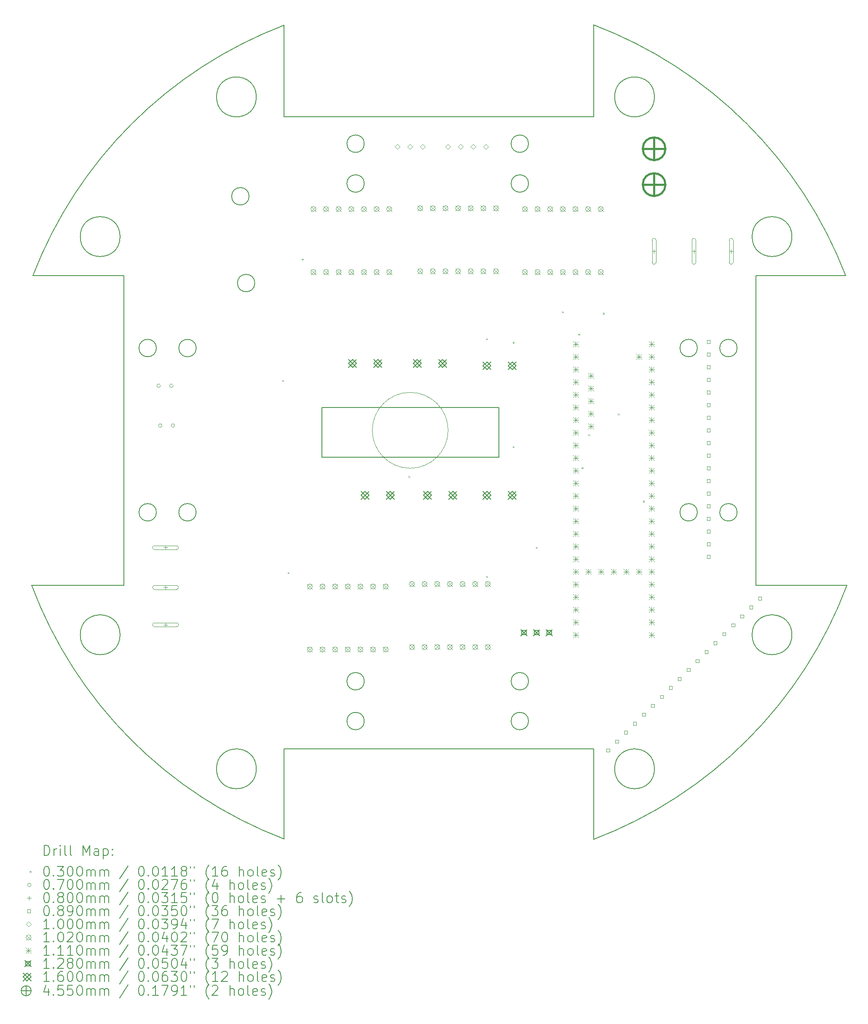
<source format=gbr>
%TF.GenerationSoftware,KiCad,Pcbnew,8.0.5*%
%TF.CreationDate,2024-12-27T19:52:28-05:00*%
%TF.ProjectId,RoboCup25PCBv1,526f626f-4375-4703-9235-50434276312e,rev?*%
%TF.SameCoordinates,Original*%
%TF.FileFunction,Drillmap*%
%TF.FilePolarity,Positive*%
%FSLAX45Y45*%
G04 Gerber Fmt 4.5, Leading zero omitted, Abs format (unit mm)*
G04 Created by KiCad (PCBNEW 8.0.5) date 2024-12-27 19:52:28*
%MOMM*%
%LPD*%
G01*
G04 APERTURE LIST*
%ADD10C,0.200000*%
%ADD11C,0.050000*%
%ADD12C,0.100000*%
%ADD13C,0.102000*%
%ADD14C,0.111000*%
%ADD15C,0.128000*%
%ADD16C,0.160000*%
%ADD17C,0.455000*%
G04 APERTURE END LIST*
D10*
X29217178Y-27008127D02*
X29217178Y-25191850D01*
X37519626Y-17143483D02*
G75*
G02*
X37169626Y-17143483I-175000J0D01*
G01*
X37169626Y-17143483D02*
G75*
G02*
X37519626Y-17143483I175000J0D01*
G01*
X35433478Y-25191850D02*
X35433478Y-27014925D01*
X40525785Y-21908150D02*
G75*
G02*
X35433478Y-27014925I-8191511J3075976D01*
G01*
X35433478Y-10649422D02*
X35433478Y-12491850D01*
X39420008Y-22904195D02*
G75*
G02*
X38620008Y-22904195I-400000J0D01*
G01*
X38620008Y-22904195D02*
G75*
G02*
X39420008Y-22904195I400000J0D01*
G01*
X26000000Y-15691850D02*
X26000000Y-21908150D01*
X24167213Y-15691850D02*
G75*
G02*
X29217178Y-10656220I8167059J-3140322D01*
G01*
X33528000Y-19340332D02*
X29972000Y-19340332D01*
X37519626Y-20443483D02*
G75*
G02*
X37169626Y-20443483I-175000J0D01*
G01*
X37169626Y-20443483D02*
G75*
G02*
X37519626Y-20443483I175000J0D01*
G01*
X25920008Y-22904195D02*
G75*
G02*
X25120008Y-22904195I-400000J0D01*
G01*
X25120008Y-22904195D02*
G75*
G02*
X25920008Y-22904195I400000J0D01*
G01*
X26649625Y-17143483D02*
G75*
G02*
X26299625Y-17143483I-175000J0D01*
G01*
X26299625Y-17143483D02*
G75*
G02*
X26649625Y-17143483I175000J0D01*
G01*
X28627500Y-15837588D02*
G75*
G02*
X28277500Y-15837588I-175000J0D01*
G01*
X28277500Y-15837588D02*
G75*
G02*
X28627500Y-15837588I175000J0D01*
G01*
X34127500Y-23837588D02*
G75*
G02*
X33777500Y-23837588I-175000J0D01*
G01*
X33777500Y-23837588D02*
G75*
G02*
X34127500Y-23837588I175000J0D01*
G01*
X26000000Y-21908150D02*
X24142761Y-21908150D01*
X30827500Y-24637588D02*
G75*
G02*
X30477500Y-24637588I-175000J0D01*
G01*
X30477500Y-24637588D02*
G75*
G02*
X30827500Y-24637588I175000J0D01*
G01*
X30827500Y-13837588D02*
G75*
G02*
X30477500Y-13837588I-175000J0D01*
G01*
X30477500Y-13837588D02*
G75*
G02*
X30827500Y-13837588I175000J0D01*
G01*
X26649625Y-20443483D02*
G75*
G02*
X26299625Y-20443483I-175000J0D01*
G01*
X26299625Y-20443483D02*
G75*
G02*
X26649625Y-20443483I175000J0D01*
G01*
X28511552Y-14094366D02*
G75*
G02*
X28161552Y-14094366I-175000J0D01*
G01*
X28161552Y-14094366D02*
G75*
G02*
X28511552Y-14094366I175000J0D01*
G01*
X38319626Y-17143483D02*
G75*
G02*
X37969626Y-17143483I-175000J0D01*
G01*
X37969626Y-17143483D02*
G75*
G02*
X38319626Y-17143483I175000J0D01*
G01*
X35433478Y-10649422D02*
G75*
G02*
X40501333Y-15691850I-3099203J-8182750D01*
G01*
X29217178Y-25191850D02*
X35433478Y-25191850D01*
X30827500Y-13037588D02*
G75*
G02*
X30477500Y-13037588I-175000J0D01*
G01*
X30477500Y-13037588D02*
G75*
G02*
X30827500Y-13037588I175000J0D01*
G01*
X29217178Y-27008127D02*
G75*
G02*
X24142761Y-21908150I3117092J8175951D01*
G01*
X34127500Y-24637588D02*
G75*
G02*
X33777500Y-24637588I-175000J0D01*
G01*
X33777500Y-24637588D02*
G75*
G02*
X34127500Y-24637588I175000J0D01*
G01*
D11*
X32512000Y-18796000D02*
G75*
G02*
X30988000Y-18796000I-762000J0D01*
G01*
X30988000Y-18796000D02*
G75*
G02*
X32512000Y-18796000I762000J0D01*
G01*
D10*
X33528000Y-18340332D02*
X33528000Y-19340332D01*
X28657664Y-12097572D02*
G75*
G02*
X27857664Y-12097572I-400000J0D01*
G01*
X27857664Y-12097572D02*
G75*
G02*
X28657664Y-12097572I400000J0D01*
G01*
X27449625Y-17143483D02*
G75*
G02*
X27099625Y-17143483I-175000J0D01*
G01*
X27099625Y-17143483D02*
G75*
G02*
X27449625Y-17143483I175000J0D01*
G01*
X40525785Y-21908150D02*
X38700000Y-21908150D01*
X34127500Y-13037588D02*
G75*
G02*
X33777500Y-13037588I-175000J0D01*
G01*
X33777500Y-13037588D02*
G75*
G02*
X34127500Y-13037588I175000J0D01*
G01*
X36657665Y-12097572D02*
G75*
G02*
X35857665Y-12097572I-400000J0D01*
G01*
X35857665Y-12097572D02*
G75*
G02*
X36657665Y-12097572I400000J0D01*
G01*
X29217178Y-12491850D02*
X29217178Y-10656220D01*
X38700000Y-15691850D02*
X40501333Y-15691850D01*
X34127500Y-13837588D02*
G75*
G02*
X33777500Y-13837588I-175000J0D01*
G01*
X33777500Y-13837588D02*
G75*
G02*
X34127500Y-13837588I175000J0D01*
G01*
X25920008Y-14904195D02*
G75*
G02*
X25120008Y-14904195I-400000J0D01*
G01*
X25120008Y-14904195D02*
G75*
G02*
X25920008Y-14904195I400000J0D01*
G01*
X29972000Y-19340332D02*
X29972000Y-18340332D01*
X27449625Y-20443483D02*
G75*
G02*
X27099625Y-20443483I-175000J0D01*
G01*
X27099625Y-20443483D02*
G75*
G02*
X27449625Y-20443483I175000J0D01*
G01*
X38319626Y-20443483D02*
G75*
G02*
X37969626Y-20443483I-175000J0D01*
G01*
X37969626Y-20443483D02*
G75*
G02*
X38319626Y-20443483I175000J0D01*
G01*
X38700000Y-21908150D02*
X38700000Y-15691850D01*
X36657665Y-25597572D02*
G75*
G02*
X35857665Y-25597572I-400000J0D01*
G01*
X35857665Y-25597572D02*
G75*
G02*
X36657665Y-25597572I400000J0D01*
G01*
X35433478Y-12491850D02*
X29217178Y-12491850D01*
X28657664Y-25597572D02*
G75*
G02*
X27857664Y-25597572I-400000J0D01*
G01*
X27857664Y-25597572D02*
G75*
G02*
X28657664Y-25597572I400000J0D01*
G01*
X29972000Y-18340332D02*
X33528000Y-18340332D01*
X30827500Y-23837588D02*
G75*
G02*
X30477500Y-23837588I-175000J0D01*
G01*
X30477500Y-23837588D02*
G75*
G02*
X30827500Y-23837588I175000J0D01*
G01*
X24167213Y-15691850D02*
X26000000Y-15691850D01*
X39420008Y-14904195D02*
G75*
G02*
X38620008Y-14904195I-400000J0D01*
G01*
X38620008Y-14904195D02*
G75*
G02*
X39420008Y-14904195I400000J0D01*
G01*
D12*
X29178430Y-17783940D02*
X29208430Y-17813940D01*
X29208430Y-17783940D02*
X29178430Y-17813940D01*
X29287120Y-21647170D02*
X29317120Y-21677170D01*
X29317120Y-21647170D02*
X29287120Y-21677170D01*
X29572430Y-15348430D02*
X29602430Y-15378430D01*
X29602430Y-15348430D02*
X29572430Y-15378430D01*
X31714830Y-19710860D02*
X31744830Y-19740860D01*
X31744830Y-19710860D02*
X31714830Y-19740860D01*
X33277000Y-16948360D02*
X33307000Y-16978360D01*
X33307000Y-16948360D02*
X33277000Y-16978360D01*
X33277000Y-21722460D02*
X33307000Y-21752460D01*
X33307000Y-21722460D02*
X33277000Y-21752460D01*
X33810600Y-17020720D02*
X33840600Y-17050720D01*
X33840600Y-17020720D02*
X33810600Y-17050720D01*
X33810600Y-19115020D02*
X33840600Y-19145020D01*
X33840600Y-19115020D02*
X33810600Y-19145020D01*
X34274660Y-21137500D02*
X34304660Y-21167500D01*
X34304660Y-21137500D02*
X34274660Y-21167500D01*
X34801000Y-16405200D02*
X34831000Y-16435200D01*
X34831000Y-16405200D02*
X34801000Y-16435200D01*
X35126600Y-16854690D02*
X35156600Y-16884690D01*
X35156600Y-16854690D02*
X35126600Y-16884690D01*
X35195080Y-19537110D02*
X35225080Y-19567110D01*
X35225080Y-19537110D02*
X35195080Y-19567110D01*
X35328000Y-18874650D02*
X35358000Y-18904650D01*
X35358000Y-18874650D02*
X35328000Y-18904650D01*
X35620010Y-16433740D02*
X35650010Y-16463740D01*
X35650010Y-16433740D02*
X35620010Y-16463740D01*
X35923220Y-18458070D02*
X35953220Y-18488070D01*
X35953220Y-18458070D02*
X35923220Y-18488070D01*
X36423700Y-20210420D02*
X36453700Y-20240420D01*
X36453700Y-20210420D02*
X36423700Y-20240420D01*
X26731000Y-17900000D02*
G75*
G02*
X26661000Y-17900000I-35000J0D01*
G01*
X26661000Y-17900000D02*
G75*
G02*
X26731000Y-17900000I35000J0D01*
G01*
X26763000Y-18700000D02*
G75*
G02*
X26693000Y-18700000I-35000J0D01*
G01*
X26693000Y-18700000D02*
G75*
G02*
X26763000Y-18700000I35000J0D01*
G01*
X26985000Y-17900000D02*
G75*
G02*
X26915000Y-17900000I-35000J0D01*
G01*
X26915000Y-17900000D02*
G75*
G02*
X26985000Y-17900000I35000J0D01*
G01*
X27017000Y-18700000D02*
G75*
G02*
X26947000Y-18700000I-35000J0D01*
G01*
X26947000Y-18700000D02*
G75*
G02*
X27017000Y-18700000I35000J0D01*
G01*
X26833500Y-21112500D02*
X26833500Y-21192500D01*
X26793500Y-21152500D02*
X26873500Y-21152500D01*
X26613500Y-21192500D02*
X27053500Y-21192500D01*
X27053500Y-21112500D02*
G75*
G02*
X27053500Y-21192500I0J-40000D01*
G01*
X27053500Y-21112500D02*
X26613500Y-21112500D01*
X26613500Y-21112500D02*
G75*
G03*
X26613500Y-21192500I0J-40000D01*
G01*
X26833500Y-21912500D02*
X26833500Y-21992500D01*
X26793500Y-21952500D02*
X26873500Y-21952500D01*
X26613500Y-21992500D02*
X27053500Y-21992500D01*
X27053500Y-21912500D02*
G75*
G02*
X27053500Y-21992500I0J-40000D01*
G01*
X27053500Y-21912500D02*
X26613500Y-21912500D01*
X26613500Y-21912500D02*
G75*
G03*
X26613500Y-21992500I0J-40000D01*
G01*
X26833500Y-22662500D02*
X26833500Y-22742500D01*
X26793500Y-22702500D02*
X26873500Y-22702500D01*
X26613500Y-22742500D02*
X27053500Y-22742500D01*
X27053500Y-22662500D02*
G75*
G02*
X27053500Y-22742500I0J-40000D01*
G01*
X27053500Y-22662500D02*
X26613500Y-22662500D01*
X26613500Y-22662500D02*
G75*
G03*
X26613500Y-22742500I0J-40000D01*
G01*
X36650000Y-15160000D02*
X36650000Y-15240000D01*
X36610000Y-15200000D02*
X36690000Y-15200000D01*
X36690000Y-15420000D02*
X36690000Y-14980000D01*
X36610000Y-14980000D02*
G75*
G02*
X36690000Y-14980000I40000J0D01*
G01*
X36610000Y-14980000D02*
X36610000Y-15420000D01*
X36610000Y-15420000D02*
G75*
G03*
X36690000Y-15420000I40000J0D01*
G01*
X37450000Y-15160000D02*
X37450000Y-15240000D01*
X37410000Y-15200000D02*
X37490000Y-15200000D01*
X37490000Y-15420000D02*
X37490000Y-14980000D01*
X37410000Y-14980000D02*
G75*
G02*
X37490000Y-14980000I40000J0D01*
G01*
X37410000Y-14980000D02*
X37410000Y-15420000D01*
X37410000Y-15420000D02*
G75*
G03*
X37490000Y-15420000I40000J0D01*
G01*
X38200000Y-15160000D02*
X38200000Y-15240000D01*
X38160000Y-15200000D02*
X38240000Y-15200000D01*
X38240000Y-15420000D02*
X38240000Y-14980000D01*
X38160000Y-14980000D02*
G75*
G02*
X38240000Y-14980000I40000J0D01*
G01*
X38160000Y-14980000D02*
X38160000Y-15420000D01*
X38160000Y-15420000D02*
G75*
G03*
X38240000Y-15420000I40000J0D01*
G01*
X35755813Y-25257120D02*
X35755813Y-25194187D01*
X35692880Y-25194187D01*
X35692880Y-25257120D01*
X35755813Y-25257120D01*
X35935418Y-25077515D02*
X35935418Y-25014582D01*
X35872485Y-25014582D01*
X35872485Y-25077515D01*
X35935418Y-25077515D01*
X36115023Y-24897910D02*
X36115023Y-24834977D01*
X36052090Y-24834977D01*
X36052090Y-24897910D01*
X36115023Y-24897910D01*
X36294628Y-24718305D02*
X36294628Y-24655372D01*
X36231695Y-24655372D01*
X36231695Y-24718305D01*
X36294628Y-24718305D01*
X36474234Y-24538700D02*
X36474234Y-24475766D01*
X36411300Y-24475766D01*
X36411300Y-24538700D01*
X36474234Y-24538700D01*
X36653839Y-24359094D02*
X36653839Y-24296161D01*
X36590906Y-24296161D01*
X36590906Y-24359094D01*
X36653839Y-24359094D01*
X36833444Y-24179489D02*
X36833444Y-24116556D01*
X36770511Y-24116556D01*
X36770511Y-24179489D01*
X36833444Y-24179489D01*
X37013049Y-23999884D02*
X37013049Y-23936951D01*
X36950116Y-23936951D01*
X36950116Y-23999884D01*
X37013049Y-23999884D01*
X37192654Y-23820279D02*
X37192654Y-23757346D01*
X37129721Y-23757346D01*
X37129721Y-23820279D01*
X37192654Y-23820279D01*
X37372259Y-23640674D02*
X37372259Y-23577741D01*
X37309326Y-23577741D01*
X37309326Y-23640674D01*
X37372259Y-23640674D01*
X37551864Y-23461069D02*
X37551864Y-23398136D01*
X37488931Y-23398136D01*
X37488931Y-23461069D01*
X37551864Y-23461069D01*
X37731469Y-23281464D02*
X37731469Y-23218531D01*
X37668536Y-23218531D01*
X37668536Y-23281464D01*
X37731469Y-23281464D01*
X37777467Y-17049467D02*
X37777467Y-16986533D01*
X37714533Y-16986533D01*
X37714533Y-17049467D01*
X37777467Y-17049467D01*
X37777467Y-17303467D02*
X37777467Y-17240533D01*
X37714533Y-17240533D01*
X37714533Y-17303467D01*
X37777467Y-17303467D01*
X37777467Y-17557467D02*
X37777467Y-17494533D01*
X37714533Y-17494533D01*
X37714533Y-17557467D01*
X37777467Y-17557467D01*
X37777467Y-17811467D02*
X37777467Y-17748533D01*
X37714533Y-17748533D01*
X37714533Y-17811467D01*
X37777467Y-17811467D01*
X37777467Y-18065467D02*
X37777467Y-18002533D01*
X37714533Y-18002533D01*
X37714533Y-18065467D01*
X37777467Y-18065467D01*
X37777467Y-18319467D02*
X37777467Y-18256533D01*
X37714533Y-18256533D01*
X37714533Y-18319467D01*
X37777467Y-18319467D01*
X37777467Y-18573467D02*
X37777467Y-18510533D01*
X37714533Y-18510533D01*
X37714533Y-18573467D01*
X37777467Y-18573467D01*
X37777467Y-18827467D02*
X37777467Y-18764533D01*
X37714533Y-18764533D01*
X37714533Y-18827467D01*
X37777467Y-18827467D01*
X37777467Y-19081467D02*
X37777467Y-19018533D01*
X37714533Y-19018533D01*
X37714533Y-19081467D01*
X37777467Y-19081467D01*
X37777467Y-19335467D02*
X37777467Y-19272533D01*
X37714533Y-19272533D01*
X37714533Y-19335467D01*
X37777467Y-19335467D01*
X37777467Y-19589467D02*
X37777467Y-19526533D01*
X37714533Y-19526533D01*
X37714533Y-19589467D01*
X37777467Y-19589467D01*
X37777467Y-19843467D02*
X37777467Y-19780533D01*
X37714533Y-19780533D01*
X37714533Y-19843467D01*
X37777467Y-19843467D01*
X37777467Y-20097467D02*
X37777467Y-20034533D01*
X37714533Y-20034533D01*
X37714533Y-20097467D01*
X37777467Y-20097467D01*
X37777467Y-20351467D02*
X37777467Y-20288533D01*
X37714533Y-20288533D01*
X37714533Y-20351467D01*
X37777467Y-20351467D01*
X37777467Y-20605467D02*
X37777467Y-20542533D01*
X37714533Y-20542533D01*
X37714533Y-20605467D01*
X37777467Y-20605467D01*
X37777467Y-20859467D02*
X37777467Y-20796533D01*
X37714533Y-20796533D01*
X37714533Y-20859467D01*
X37777467Y-20859467D01*
X37777467Y-21113467D02*
X37777467Y-21050533D01*
X37714533Y-21050533D01*
X37714533Y-21113467D01*
X37777467Y-21113467D01*
X37777467Y-21367467D02*
X37777467Y-21304533D01*
X37714533Y-21304533D01*
X37714533Y-21367467D01*
X37777467Y-21367467D01*
X37911075Y-23101859D02*
X37911075Y-23038925D01*
X37848141Y-23038925D01*
X37848141Y-23101859D01*
X37911075Y-23101859D01*
X38090680Y-22922253D02*
X38090680Y-22859320D01*
X38027747Y-22859320D01*
X38027747Y-22922253D01*
X38090680Y-22922253D01*
X38270285Y-22742648D02*
X38270285Y-22679715D01*
X38207352Y-22679715D01*
X38207352Y-22742648D01*
X38270285Y-22742648D01*
X38449890Y-22563043D02*
X38449890Y-22500110D01*
X38386957Y-22500110D01*
X38386957Y-22563043D01*
X38449890Y-22563043D01*
X38629495Y-22383438D02*
X38629495Y-22320505D01*
X38566562Y-22320505D01*
X38566562Y-22383438D01*
X38629495Y-22383438D01*
X38809100Y-22203833D02*
X38809100Y-22140900D01*
X38746167Y-22140900D01*
X38746167Y-22203833D01*
X38809100Y-22203833D01*
X31492000Y-13150000D02*
X31542000Y-13100000D01*
X31492000Y-13050000D01*
X31442000Y-13100000D01*
X31492000Y-13150000D01*
X31746000Y-13150000D02*
X31796000Y-13100000D01*
X31746000Y-13050000D01*
X31696000Y-13100000D01*
X31746000Y-13150000D01*
X32000000Y-13150000D02*
X32050000Y-13100000D01*
X32000000Y-13050000D01*
X31950000Y-13100000D01*
X32000000Y-13150000D01*
X32508000Y-13150000D02*
X32558000Y-13100000D01*
X32508000Y-13050000D01*
X32458000Y-13100000D01*
X32508000Y-13150000D01*
X32762000Y-13150000D02*
X32812000Y-13100000D01*
X32762000Y-13050000D01*
X32712000Y-13100000D01*
X32762000Y-13150000D01*
X33016000Y-13150000D02*
X33066000Y-13100000D01*
X33016000Y-13050000D01*
X32966000Y-13100000D01*
X33016000Y-13150000D01*
X33270000Y-13150000D02*
X33320000Y-13100000D01*
X33270000Y-13050000D01*
X33220000Y-13100000D01*
X33270000Y-13150000D01*
D13*
X29683000Y-21883000D02*
X29785000Y-21985000D01*
X29785000Y-21883000D02*
X29683000Y-21985000D01*
X29785000Y-21934000D02*
G75*
G02*
X29683000Y-21934000I-51000J0D01*
G01*
X29683000Y-21934000D02*
G75*
G02*
X29785000Y-21934000I51000J0D01*
G01*
X29683000Y-23149000D02*
X29785000Y-23251000D01*
X29785000Y-23149000D02*
X29683000Y-23251000D01*
X29785000Y-23200000D02*
G75*
G02*
X29683000Y-23200000I-51000J0D01*
G01*
X29683000Y-23200000D02*
G75*
G02*
X29785000Y-23200000I51000J0D01*
G01*
X29753000Y-14299000D02*
X29855000Y-14401000D01*
X29855000Y-14299000D02*
X29753000Y-14401000D01*
X29855000Y-14350000D02*
G75*
G02*
X29753000Y-14350000I-51000J0D01*
G01*
X29753000Y-14350000D02*
G75*
G02*
X29855000Y-14350000I51000J0D01*
G01*
X29753000Y-15565000D02*
X29855000Y-15667000D01*
X29855000Y-15565000D02*
X29753000Y-15667000D01*
X29855000Y-15616000D02*
G75*
G02*
X29753000Y-15616000I-51000J0D01*
G01*
X29753000Y-15616000D02*
G75*
G02*
X29855000Y-15616000I51000J0D01*
G01*
X29937000Y-21883000D02*
X30039000Y-21985000D01*
X30039000Y-21883000D02*
X29937000Y-21985000D01*
X30039000Y-21934000D02*
G75*
G02*
X29937000Y-21934000I-51000J0D01*
G01*
X29937000Y-21934000D02*
G75*
G02*
X30039000Y-21934000I51000J0D01*
G01*
X29937000Y-23149000D02*
X30039000Y-23251000D01*
X30039000Y-23149000D02*
X29937000Y-23251000D01*
X30039000Y-23200000D02*
G75*
G02*
X29937000Y-23200000I-51000J0D01*
G01*
X29937000Y-23200000D02*
G75*
G02*
X30039000Y-23200000I51000J0D01*
G01*
X30007000Y-14299000D02*
X30109000Y-14401000D01*
X30109000Y-14299000D02*
X30007000Y-14401000D01*
X30109000Y-14350000D02*
G75*
G02*
X30007000Y-14350000I-51000J0D01*
G01*
X30007000Y-14350000D02*
G75*
G02*
X30109000Y-14350000I51000J0D01*
G01*
X30007000Y-15565000D02*
X30109000Y-15667000D01*
X30109000Y-15565000D02*
X30007000Y-15667000D01*
X30109000Y-15616000D02*
G75*
G02*
X30007000Y-15616000I-51000J0D01*
G01*
X30007000Y-15616000D02*
G75*
G02*
X30109000Y-15616000I51000J0D01*
G01*
X30191000Y-21883000D02*
X30293000Y-21985000D01*
X30293000Y-21883000D02*
X30191000Y-21985000D01*
X30293000Y-21934000D02*
G75*
G02*
X30191000Y-21934000I-51000J0D01*
G01*
X30191000Y-21934000D02*
G75*
G02*
X30293000Y-21934000I51000J0D01*
G01*
X30191000Y-23149000D02*
X30293000Y-23251000D01*
X30293000Y-23149000D02*
X30191000Y-23251000D01*
X30293000Y-23200000D02*
G75*
G02*
X30191000Y-23200000I-51000J0D01*
G01*
X30191000Y-23200000D02*
G75*
G02*
X30293000Y-23200000I51000J0D01*
G01*
X30261000Y-14299000D02*
X30363000Y-14401000D01*
X30363000Y-14299000D02*
X30261000Y-14401000D01*
X30363000Y-14350000D02*
G75*
G02*
X30261000Y-14350000I-51000J0D01*
G01*
X30261000Y-14350000D02*
G75*
G02*
X30363000Y-14350000I51000J0D01*
G01*
X30261000Y-15565000D02*
X30363000Y-15667000D01*
X30363000Y-15565000D02*
X30261000Y-15667000D01*
X30363000Y-15616000D02*
G75*
G02*
X30261000Y-15616000I-51000J0D01*
G01*
X30261000Y-15616000D02*
G75*
G02*
X30363000Y-15616000I51000J0D01*
G01*
X30445000Y-21883000D02*
X30547000Y-21985000D01*
X30547000Y-21883000D02*
X30445000Y-21985000D01*
X30547000Y-21934000D02*
G75*
G02*
X30445000Y-21934000I-51000J0D01*
G01*
X30445000Y-21934000D02*
G75*
G02*
X30547000Y-21934000I51000J0D01*
G01*
X30445000Y-23149000D02*
X30547000Y-23251000D01*
X30547000Y-23149000D02*
X30445000Y-23251000D01*
X30547000Y-23200000D02*
G75*
G02*
X30445000Y-23200000I-51000J0D01*
G01*
X30445000Y-23200000D02*
G75*
G02*
X30547000Y-23200000I51000J0D01*
G01*
X30515000Y-14299000D02*
X30617000Y-14401000D01*
X30617000Y-14299000D02*
X30515000Y-14401000D01*
X30617000Y-14350000D02*
G75*
G02*
X30515000Y-14350000I-51000J0D01*
G01*
X30515000Y-14350000D02*
G75*
G02*
X30617000Y-14350000I51000J0D01*
G01*
X30515000Y-15565000D02*
X30617000Y-15667000D01*
X30617000Y-15565000D02*
X30515000Y-15667000D01*
X30617000Y-15616000D02*
G75*
G02*
X30515000Y-15616000I-51000J0D01*
G01*
X30515000Y-15616000D02*
G75*
G02*
X30617000Y-15616000I51000J0D01*
G01*
X30699000Y-21883000D02*
X30801000Y-21985000D01*
X30801000Y-21883000D02*
X30699000Y-21985000D01*
X30801000Y-21934000D02*
G75*
G02*
X30699000Y-21934000I-51000J0D01*
G01*
X30699000Y-21934000D02*
G75*
G02*
X30801000Y-21934000I51000J0D01*
G01*
X30699000Y-23149000D02*
X30801000Y-23251000D01*
X30801000Y-23149000D02*
X30699000Y-23251000D01*
X30801000Y-23200000D02*
G75*
G02*
X30699000Y-23200000I-51000J0D01*
G01*
X30699000Y-23200000D02*
G75*
G02*
X30801000Y-23200000I51000J0D01*
G01*
X30769000Y-14299000D02*
X30871000Y-14401000D01*
X30871000Y-14299000D02*
X30769000Y-14401000D01*
X30871000Y-14350000D02*
G75*
G02*
X30769000Y-14350000I-51000J0D01*
G01*
X30769000Y-14350000D02*
G75*
G02*
X30871000Y-14350000I51000J0D01*
G01*
X30769000Y-15565000D02*
X30871000Y-15667000D01*
X30871000Y-15565000D02*
X30769000Y-15667000D01*
X30871000Y-15616000D02*
G75*
G02*
X30769000Y-15616000I-51000J0D01*
G01*
X30769000Y-15616000D02*
G75*
G02*
X30871000Y-15616000I51000J0D01*
G01*
X30953000Y-21883000D02*
X31055000Y-21985000D01*
X31055000Y-21883000D02*
X30953000Y-21985000D01*
X31055000Y-21934000D02*
G75*
G02*
X30953000Y-21934000I-51000J0D01*
G01*
X30953000Y-21934000D02*
G75*
G02*
X31055000Y-21934000I51000J0D01*
G01*
X30953000Y-23149000D02*
X31055000Y-23251000D01*
X31055000Y-23149000D02*
X30953000Y-23251000D01*
X31055000Y-23200000D02*
G75*
G02*
X30953000Y-23200000I-51000J0D01*
G01*
X30953000Y-23200000D02*
G75*
G02*
X31055000Y-23200000I51000J0D01*
G01*
X31023000Y-14299000D02*
X31125000Y-14401000D01*
X31125000Y-14299000D02*
X31023000Y-14401000D01*
X31125000Y-14350000D02*
G75*
G02*
X31023000Y-14350000I-51000J0D01*
G01*
X31023000Y-14350000D02*
G75*
G02*
X31125000Y-14350000I51000J0D01*
G01*
X31023000Y-15565000D02*
X31125000Y-15667000D01*
X31125000Y-15565000D02*
X31023000Y-15667000D01*
X31125000Y-15616000D02*
G75*
G02*
X31023000Y-15616000I-51000J0D01*
G01*
X31023000Y-15616000D02*
G75*
G02*
X31125000Y-15616000I51000J0D01*
G01*
X31207000Y-21883000D02*
X31309000Y-21985000D01*
X31309000Y-21883000D02*
X31207000Y-21985000D01*
X31309000Y-21934000D02*
G75*
G02*
X31207000Y-21934000I-51000J0D01*
G01*
X31207000Y-21934000D02*
G75*
G02*
X31309000Y-21934000I51000J0D01*
G01*
X31207000Y-23149000D02*
X31309000Y-23251000D01*
X31309000Y-23149000D02*
X31207000Y-23251000D01*
X31309000Y-23200000D02*
G75*
G02*
X31207000Y-23200000I-51000J0D01*
G01*
X31207000Y-23200000D02*
G75*
G02*
X31309000Y-23200000I51000J0D01*
G01*
X31277000Y-14299000D02*
X31379000Y-14401000D01*
X31379000Y-14299000D02*
X31277000Y-14401000D01*
X31379000Y-14350000D02*
G75*
G02*
X31277000Y-14350000I-51000J0D01*
G01*
X31277000Y-14350000D02*
G75*
G02*
X31379000Y-14350000I51000J0D01*
G01*
X31277000Y-15565000D02*
X31379000Y-15667000D01*
X31379000Y-15565000D02*
X31277000Y-15667000D01*
X31379000Y-15616000D02*
G75*
G02*
X31277000Y-15616000I-51000J0D01*
G01*
X31277000Y-15616000D02*
G75*
G02*
X31379000Y-15616000I51000J0D01*
G01*
X31733000Y-21833000D02*
X31835000Y-21935000D01*
X31835000Y-21833000D02*
X31733000Y-21935000D01*
X31835000Y-21884000D02*
G75*
G02*
X31733000Y-21884000I-51000J0D01*
G01*
X31733000Y-21884000D02*
G75*
G02*
X31835000Y-21884000I51000J0D01*
G01*
X31733000Y-23099000D02*
X31835000Y-23201000D01*
X31835000Y-23099000D02*
X31733000Y-23201000D01*
X31835000Y-23150000D02*
G75*
G02*
X31733000Y-23150000I-51000J0D01*
G01*
X31733000Y-23150000D02*
G75*
G02*
X31835000Y-23150000I51000J0D01*
G01*
X31899000Y-14283000D02*
X32001000Y-14385000D01*
X32001000Y-14283000D02*
X31899000Y-14385000D01*
X32001000Y-14334000D02*
G75*
G02*
X31899000Y-14334000I-51000J0D01*
G01*
X31899000Y-14334000D02*
G75*
G02*
X32001000Y-14334000I51000J0D01*
G01*
X31899000Y-15549000D02*
X32001000Y-15651000D01*
X32001000Y-15549000D02*
X31899000Y-15651000D01*
X32001000Y-15600000D02*
G75*
G02*
X31899000Y-15600000I-51000J0D01*
G01*
X31899000Y-15600000D02*
G75*
G02*
X32001000Y-15600000I51000J0D01*
G01*
X31987000Y-21833000D02*
X32089000Y-21935000D01*
X32089000Y-21833000D02*
X31987000Y-21935000D01*
X32089000Y-21884000D02*
G75*
G02*
X31987000Y-21884000I-51000J0D01*
G01*
X31987000Y-21884000D02*
G75*
G02*
X32089000Y-21884000I51000J0D01*
G01*
X31987000Y-23099000D02*
X32089000Y-23201000D01*
X32089000Y-23099000D02*
X31987000Y-23201000D01*
X32089000Y-23150000D02*
G75*
G02*
X31987000Y-23150000I-51000J0D01*
G01*
X31987000Y-23150000D02*
G75*
G02*
X32089000Y-23150000I51000J0D01*
G01*
X32153000Y-14283000D02*
X32255000Y-14385000D01*
X32255000Y-14283000D02*
X32153000Y-14385000D01*
X32255000Y-14334000D02*
G75*
G02*
X32153000Y-14334000I-51000J0D01*
G01*
X32153000Y-14334000D02*
G75*
G02*
X32255000Y-14334000I51000J0D01*
G01*
X32153000Y-15549000D02*
X32255000Y-15651000D01*
X32255000Y-15549000D02*
X32153000Y-15651000D01*
X32255000Y-15600000D02*
G75*
G02*
X32153000Y-15600000I-51000J0D01*
G01*
X32153000Y-15600000D02*
G75*
G02*
X32255000Y-15600000I51000J0D01*
G01*
X32241000Y-21833000D02*
X32343000Y-21935000D01*
X32343000Y-21833000D02*
X32241000Y-21935000D01*
X32343000Y-21884000D02*
G75*
G02*
X32241000Y-21884000I-51000J0D01*
G01*
X32241000Y-21884000D02*
G75*
G02*
X32343000Y-21884000I51000J0D01*
G01*
X32241000Y-23099000D02*
X32343000Y-23201000D01*
X32343000Y-23099000D02*
X32241000Y-23201000D01*
X32343000Y-23150000D02*
G75*
G02*
X32241000Y-23150000I-51000J0D01*
G01*
X32241000Y-23150000D02*
G75*
G02*
X32343000Y-23150000I51000J0D01*
G01*
X32407000Y-14283000D02*
X32509000Y-14385000D01*
X32509000Y-14283000D02*
X32407000Y-14385000D01*
X32509000Y-14334000D02*
G75*
G02*
X32407000Y-14334000I-51000J0D01*
G01*
X32407000Y-14334000D02*
G75*
G02*
X32509000Y-14334000I51000J0D01*
G01*
X32407000Y-15549000D02*
X32509000Y-15651000D01*
X32509000Y-15549000D02*
X32407000Y-15651000D01*
X32509000Y-15600000D02*
G75*
G02*
X32407000Y-15600000I-51000J0D01*
G01*
X32407000Y-15600000D02*
G75*
G02*
X32509000Y-15600000I51000J0D01*
G01*
X32495000Y-21833000D02*
X32597000Y-21935000D01*
X32597000Y-21833000D02*
X32495000Y-21935000D01*
X32597000Y-21884000D02*
G75*
G02*
X32495000Y-21884000I-51000J0D01*
G01*
X32495000Y-21884000D02*
G75*
G02*
X32597000Y-21884000I51000J0D01*
G01*
X32495000Y-23099000D02*
X32597000Y-23201000D01*
X32597000Y-23099000D02*
X32495000Y-23201000D01*
X32597000Y-23150000D02*
G75*
G02*
X32495000Y-23150000I-51000J0D01*
G01*
X32495000Y-23150000D02*
G75*
G02*
X32597000Y-23150000I51000J0D01*
G01*
X32661000Y-14283000D02*
X32763000Y-14385000D01*
X32763000Y-14283000D02*
X32661000Y-14385000D01*
X32763000Y-14334000D02*
G75*
G02*
X32661000Y-14334000I-51000J0D01*
G01*
X32661000Y-14334000D02*
G75*
G02*
X32763000Y-14334000I51000J0D01*
G01*
X32661000Y-15549000D02*
X32763000Y-15651000D01*
X32763000Y-15549000D02*
X32661000Y-15651000D01*
X32763000Y-15600000D02*
G75*
G02*
X32661000Y-15600000I-51000J0D01*
G01*
X32661000Y-15600000D02*
G75*
G02*
X32763000Y-15600000I51000J0D01*
G01*
X32749000Y-21833000D02*
X32851000Y-21935000D01*
X32851000Y-21833000D02*
X32749000Y-21935000D01*
X32851000Y-21884000D02*
G75*
G02*
X32749000Y-21884000I-51000J0D01*
G01*
X32749000Y-21884000D02*
G75*
G02*
X32851000Y-21884000I51000J0D01*
G01*
X32749000Y-23099000D02*
X32851000Y-23201000D01*
X32851000Y-23099000D02*
X32749000Y-23201000D01*
X32851000Y-23150000D02*
G75*
G02*
X32749000Y-23150000I-51000J0D01*
G01*
X32749000Y-23150000D02*
G75*
G02*
X32851000Y-23150000I51000J0D01*
G01*
X32915000Y-14283000D02*
X33017000Y-14385000D01*
X33017000Y-14283000D02*
X32915000Y-14385000D01*
X33017000Y-14334000D02*
G75*
G02*
X32915000Y-14334000I-51000J0D01*
G01*
X32915000Y-14334000D02*
G75*
G02*
X33017000Y-14334000I51000J0D01*
G01*
X32915000Y-15549000D02*
X33017000Y-15651000D01*
X33017000Y-15549000D02*
X32915000Y-15651000D01*
X33017000Y-15600000D02*
G75*
G02*
X32915000Y-15600000I-51000J0D01*
G01*
X32915000Y-15600000D02*
G75*
G02*
X33017000Y-15600000I51000J0D01*
G01*
X33003000Y-21833000D02*
X33105000Y-21935000D01*
X33105000Y-21833000D02*
X33003000Y-21935000D01*
X33105000Y-21884000D02*
G75*
G02*
X33003000Y-21884000I-51000J0D01*
G01*
X33003000Y-21884000D02*
G75*
G02*
X33105000Y-21884000I51000J0D01*
G01*
X33003000Y-23099000D02*
X33105000Y-23201000D01*
X33105000Y-23099000D02*
X33003000Y-23201000D01*
X33105000Y-23150000D02*
G75*
G02*
X33003000Y-23150000I-51000J0D01*
G01*
X33003000Y-23150000D02*
G75*
G02*
X33105000Y-23150000I51000J0D01*
G01*
X33169000Y-14283000D02*
X33271000Y-14385000D01*
X33271000Y-14283000D02*
X33169000Y-14385000D01*
X33271000Y-14334000D02*
G75*
G02*
X33169000Y-14334000I-51000J0D01*
G01*
X33169000Y-14334000D02*
G75*
G02*
X33271000Y-14334000I51000J0D01*
G01*
X33169000Y-15549000D02*
X33271000Y-15651000D01*
X33271000Y-15549000D02*
X33169000Y-15651000D01*
X33271000Y-15600000D02*
G75*
G02*
X33169000Y-15600000I-51000J0D01*
G01*
X33169000Y-15600000D02*
G75*
G02*
X33271000Y-15600000I51000J0D01*
G01*
X33257000Y-21833000D02*
X33359000Y-21935000D01*
X33359000Y-21833000D02*
X33257000Y-21935000D01*
X33359000Y-21884000D02*
G75*
G02*
X33257000Y-21884000I-51000J0D01*
G01*
X33257000Y-21884000D02*
G75*
G02*
X33359000Y-21884000I51000J0D01*
G01*
X33257000Y-23099000D02*
X33359000Y-23201000D01*
X33359000Y-23099000D02*
X33257000Y-23201000D01*
X33359000Y-23150000D02*
G75*
G02*
X33257000Y-23150000I-51000J0D01*
G01*
X33257000Y-23150000D02*
G75*
G02*
X33359000Y-23150000I51000J0D01*
G01*
X33423000Y-14283000D02*
X33525000Y-14385000D01*
X33525000Y-14283000D02*
X33423000Y-14385000D01*
X33525000Y-14334000D02*
G75*
G02*
X33423000Y-14334000I-51000J0D01*
G01*
X33423000Y-14334000D02*
G75*
G02*
X33525000Y-14334000I51000J0D01*
G01*
X33423000Y-15549000D02*
X33525000Y-15651000D01*
X33525000Y-15549000D02*
X33423000Y-15651000D01*
X33525000Y-15600000D02*
G75*
G02*
X33423000Y-15600000I-51000J0D01*
G01*
X33423000Y-15600000D02*
G75*
G02*
X33525000Y-15600000I51000J0D01*
G01*
X34003000Y-14299000D02*
X34105000Y-14401000D01*
X34105000Y-14299000D02*
X34003000Y-14401000D01*
X34105000Y-14350000D02*
G75*
G02*
X34003000Y-14350000I-51000J0D01*
G01*
X34003000Y-14350000D02*
G75*
G02*
X34105000Y-14350000I51000J0D01*
G01*
X34003000Y-15565000D02*
X34105000Y-15667000D01*
X34105000Y-15565000D02*
X34003000Y-15667000D01*
X34105000Y-15616000D02*
G75*
G02*
X34003000Y-15616000I-51000J0D01*
G01*
X34003000Y-15616000D02*
G75*
G02*
X34105000Y-15616000I51000J0D01*
G01*
X34257000Y-14299000D02*
X34359000Y-14401000D01*
X34359000Y-14299000D02*
X34257000Y-14401000D01*
X34359000Y-14350000D02*
G75*
G02*
X34257000Y-14350000I-51000J0D01*
G01*
X34257000Y-14350000D02*
G75*
G02*
X34359000Y-14350000I51000J0D01*
G01*
X34257000Y-15565000D02*
X34359000Y-15667000D01*
X34359000Y-15565000D02*
X34257000Y-15667000D01*
X34359000Y-15616000D02*
G75*
G02*
X34257000Y-15616000I-51000J0D01*
G01*
X34257000Y-15616000D02*
G75*
G02*
X34359000Y-15616000I51000J0D01*
G01*
X34511000Y-14299000D02*
X34613000Y-14401000D01*
X34613000Y-14299000D02*
X34511000Y-14401000D01*
X34613000Y-14350000D02*
G75*
G02*
X34511000Y-14350000I-51000J0D01*
G01*
X34511000Y-14350000D02*
G75*
G02*
X34613000Y-14350000I51000J0D01*
G01*
X34511000Y-15565000D02*
X34613000Y-15667000D01*
X34613000Y-15565000D02*
X34511000Y-15667000D01*
X34613000Y-15616000D02*
G75*
G02*
X34511000Y-15616000I-51000J0D01*
G01*
X34511000Y-15616000D02*
G75*
G02*
X34613000Y-15616000I51000J0D01*
G01*
X34765000Y-14299000D02*
X34867000Y-14401000D01*
X34867000Y-14299000D02*
X34765000Y-14401000D01*
X34867000Y-14350000D02*
G75*
G02*
X34765000Y-14350000I-51000J0D01*
G01*
X34765000Y-14350000D02*
G75*
G02*
X34867000Y-14350000I51000J0D01*
G01*
X34765000Y-15565000D02*
X34867000Y-15667000D01*
X34867000Y-15565000D02*
X34765000Y-15667000D01*
X34867000Y-15616000D02*
G75*
G02*
X34765000Y-15616000I-51000J0D01*
G01*
X34765000Y-15616000D02*
G75*
G02*
X34867000Y-15616000I51000J0D01*
G01*
X35019000Y-14299000D02*
X35121000Y-14401000D01*
X35121000Y-14299000D02*
X35019000Y-14401000D01*
X35121000Y-14350000D02*
G75*
G02*
X35019000Y-14350000I-51000J0D01*
G01*
X35019000Y-14350000D02*
G75*
G02*
X35121000Y-14350000I51000J0D01*
G01*
X35019000Y-15565000D02*
X35121000Y-15667000D01*
X35121000Y-15565000D02*
X35019000Y-15667000D01*
X35121000Y-15616000D02*
G75*
G02*
X35019000Y-15616000I-51000J0D01*
G01*
X35019000Y-15616000D02*
G75*
G02*
X35121000Y-15616000I51000J0D01*
G01*
X35273000Y-14299000D02*
X35375000Y-14401000D01*
X35375000Y-14299000D02*
X35273000Y-14401000D01*
X35375000Y-14350000D02*
G75*
G02*
X35273000Y-14350000I-51000J0D01*
G01*
X35273000Y-14350000D02*
G75*
G02*
X35375000Y-14350000I51000J0D01*
G01*
X35273000Y-15565000D02*
X35375000Y-15667000D01*
X35375000Y-15565000D02*
X35273000Y-15667000D01*
X35375000Y-15616000D02*
G75*
G02*
X35273000Y-15616000I-51000J0D01*
G01*
X35273000Y-15616000D02*
G75*
G02*
X35375000Y-15616000I51000J0D01*
G01*
X35527000Y-14299000D02*
X35629000Y-14401000D01*
X35629000Y-14299000D02*
X35527000Y-14401000D01*
X35629000Y-14350000D02*
G75*
G02*
X35527000Y-14350000I-51000J0D01*
G01*
X35527000Y-14350000D02*
G75*
G02*
X35629000Y-14350000I51000J0D01*
G01*
X35527000Y-15565000D02*
X35629000Y-15667000D01*
X35629000Y-15565000D02*
X35527000Y-15667000D01*
X35629000Y-15616000D02*
G75*
G02*
X35527000Y-15616000I-51000J0D01*
G01*
X35527000Y-15616000D02*
G75*
G02*
X35629000Y-15616000I51000J0D01*
G01*
D14*
X35020500Y-17008500D02*
X35131500Y-17119500D01*
X35131500Y-17008500D02*
X35020500Y-17119500D01*
X35076000Y-17008500D02*
X35076000Y-17119500D01*
X35020500Y-17064000D02*
X35131500Y-17064000D01*
X35020500Y-17262500D02*
X35131500Y-17373500D01*
X35131500Y-17262500D02*
X35020500Y-17373500D01*
X35076000Y-17262500D02*
X35076000Y-17373500D01*
X35020500Y-17318000D02*
X35131500Y-17318000D01*
X35020500Y-17516500D02*
X35131500Y-17627500D01*
X35131500Y-17516500D02*
X35020500Y-17627500D01*
X35076000Y-17516500D02*
X35076000Y-17627500D01*
X35020500Y-17572000D02*
X35131500Y-17572000D01*
X35020500Y-17770500D02*
X35131500Y-17881500D01*
X35131500Y-17770500D02*
X35020500Y-17881500D01*
X35076000Y-17770500D02*
X35076000Y-17881500D01*
X35020500Y-17826000D02*
X35131500Y-17826000D01*
X35020500Y-18024500D02*
X35131500Y-18135500D01*
X35131500Y-18024500D02*
X35020500Y-18135500D01*
X35076000Y-18024500D02*
X35076000Y-18135500D01*
X35020500Y-18080000D02*
X35131500Y-18080000D01*
X35020500Y-18278500D02*
X35131500Y-18389500D01*
X35131500Y-18278500D02*
X35020500Y-18389500D01*
X35076000Y-18278500D02*
X35076000Y-18389500D01*
X35020500Y-18334000D02*
X35131500Y-18334000D01*
X35020500Y-18532500D02*
X35131500Y-18643500D01*
X35131500Y-18532500D02*
X35020500Y-18643500D01*
X35076000Y-18532500D02*
X35076000Y-18643500D01*
X35020500Y-18588000D02*
X35131500Y-18588000D01*
X35020500Y-18786500D02*
X35131500Y-18897500D01*
X35131500Y-18786500D02*
X35020500Y-18897500D01*
X35076000Y-18786500D02*
X35076000Y-18897500D01*
X35020500Y-18842000D02*
X35131500Y-18842000D01*
X35020500Y-19040500D02*
X35131500Y-19151500D01*
X35131500Y-19040500D02*
X35020500Y-19151500D01*
X35076000Y-19040500D02*
X35076000Y-19151500D01*
X35020500Y-19096000D02*
X35131500Y-19096000D01*
X35020500Y-19294500D02*
X35131500Y-19405500D01*
X35131500Y-19294500D02*
X35020500Y-19405500D01*
X35076000Y-19294500D02*
X35076000Y-19405500D01*
X35020500Y-19350000D02*
X35131500Y-19350000D01*
X35020500Y-19548500D02*
X35131500Y-19659500D01*
X35131500Y-19548500D02*
X35020500Y-19659500D01*
X35076000Y-19548500D02*
X35076000Y-19659500D01*
X35020500Y-19604000D02*
X35131500Y-19604000D01*
X35020500Y-19802500D02*
X35131500Y-19913500D01*
X35131500Y-19802500D02*
X35020500Y-19913500D01*
X35076000Y-19802500D02*
X35076000Y-19913500D01*
X35020500Y-19858000D02*
X35131500Y-19858000D01*
X35020500Y-20056500D02*
X35131500Y-20167500D01*
X35131500Y-20056500D02*
X35020500Y-20167500D01*
X35076000Y-20056500D02*
X35076000Y-20167500D01*
X35020500Y-20112000D02*
X35131500Y-20112000D01*
X35020500Y-20310500D02*
X35131500Y-20421500D01*
X35131500Y-20310500D02*
X35020500Y-20421500D01*
X35076000Y-20310500D02*
X35076000Y-20421500D01*
X35020500Y-20366000D02*
X35131500Y-20366000D01*
X35020500Y-20564500D02*
X35131500Y-20675500D01*
X35131500Y-20564500D02*
X35020500Y-20675500D01*
X35076000Y-20564500D02*
X35076000Y-20675500D01*
X35020500Y-20620000D02*
X35131500Y-20620000D01*
X35020500Y-20818500D02*
X35131500Y-20929500D01*
X35131500Y-20818500D02*
X35020500Y-20929500D01*
X35076000Y-20818500D02*
X35076000Y-20929500D01*
X35020500Y-20874000D02*
X35131500Y-20874000D01*
X35020500Y-21072500D02*
X35131500Y-21183500D01*
X35131500Y-21072500D02*
X35020500Y-21183500D01*
X35076000Y-21072500D02*
X35076000Y-21183500D01*
X35020500Y-21128000D02*
X35131500Y-21128000D01*
X35020500Y-21326500D02*
X35131500Y-21437500D01*
X35131500Y-21326500D02*
X35020500Y-21437500D01*
X35076000Y-21326500D02*
X35076000Y-21437500D01*
X35020500Y-21382000D02*
X35131500Y-21382000D01*
X35020500Y-21580500D02*
X35131500Y-21691500D01*
X35131500Y-21580500D02*
X35020500Y-21691500D01*
X35076000Y-21580500D02*
X35076000Y-21691500D01*
X35020500Y-21636000D02*
X35131500Y-21636000D01*
X35020500Y-21834500D02*
X35131500Y-21945500D01*
X35131500Y-21834500D02*
X35020500Y-21945500D01*
X35076000Y-21834500D02*
X35076000Y-21945500D01*
X35020500Y-21890000D02*
X35131500Y-21890000D01*
X35020500Y-22088500D02*
X35131500Y-22199500D01*
X35131500Y-22088500D02*
X35020500Y-22199500D01*
X35076000Y-22088500D02*
X35076000Y-22199500D01*
X35020500Y-22144000D02*
X35131500Y-22144000D01*
X35020500Y-22342500D02*
X35131500Y-22453500D01*
X35131500Y-22342500D02*
X35020500Y-22453500D01*
X35076000Y-22342500D02*
X35076000Y-22453500D01*
X35020500Y-22398000D02*
X35131500Y-22398000D01*
X35020500Y-22596500D02*
X35131500Y-22707500D01*
X35131500Y-22596500D02*
X35020500Y-22707500D01*
X35076000Y-22596500D02*
X35076000Y-22707500D01*
X35020500Y-22652000D02*
X35131500Y-22652000D01*
X35020500Y-22850500D02*
X35131500Y-22961500D01*
X35131500Y-22850500D02*
X35020500Y-22961500D01*
X35076000Y-22850500D02*
X35076000Y-22961500D01*
X35020500Y-22906000D02*
X35131500Y-22906000D01*
X35274500Y-21580500D02*
X35385500Y-21691500D01*
X35385500Y-21580500D02*
X35274500Y-21691500D01*
X35330000Y-21580500D02*
X35330000Y-21691500D01*
X35274500Y-21636000D02*
X35385500Y-21636000D01*
X35325500Y-17643500D02*
X35436500Y-17754500D01*
X35436500Y-17643500D02*
X35325500Y-17754500D01*
X35381000Y-17643500D02*
X35381000Y-17754500D01*
X35325500Y-17699000D02*
X35436500Y-17699000D01*
X35325500Y-17897500D02*
X35436500Y-18008500D01*
X35436500Y-17897500D02*
X35325500Y-18008500D01*
X35381000Y-17897500D02*
X35381000Y-18008500D01*
X35325500Y-17953000D02*
X35436500Y-17953000D01*
X35325500Y-18151500D02*
X35436500Y-18262500D01*
X35436500Y-18151500D02*
X35325500Y-18262500D01*
X35381000Y-18151500D02*
X35381000Y-18262500D01*
X35325500Y-18207000D02*
X35436500Y-18207000D01*
X35325500Y-18405500D02*
X35436500Y-18516500D01*
X35436500Y-18405500D02*
X35325500Y-18516500D01*
X35381000Y-18405500D02*
X35381000Y-18516500D01*
X35325500Y-18461000D02*
X35436500Y-18461000D01*
X35325500Y-18659500D02*
X35436500Y-18770500D01*
X35436500Y-18659500D02*
X35325500Y-18770500D01*
X35381000Y-18659500D02*
X35381000Y-18770500D01*
X35325500Y-18715000D02*
X35436500Y-18715000D01*
X35528500Y-21580500D02*
X35639500Y-21691500D01*
X35639500Y-21580500D02*
X35528500Y-21691500D01*
X35584000Y-21580500D02*
X35584000Y-21691500D01*
X35528500Y-21636000D02*
X35639500Y-21636000D01*
X35782500Y-21580500D02*
X35893500Y-21691500D01*
X35893500Y-21580500D02*
X35782500Y-21691500D01*
X35838000Y-21580500D02*
X35838000Y-21691500D01*
X35782500Y-21636000D02*
X35893500Y-21636000D01*
X36036500Y-21580500D02*
X36147500Y-21691500D01*
X36147500Y-21580500D02*
X36036500Y-21691500D01*
X36092000Y-21580500D02*
X36092000Y-21691500D01*
X36036500Y-21636000D02*
X36147500Y-21636000D01*
X36290500Y-17262500D02*
X36401500Y-17373500D01*
X36401500Y-17262500D02*
X36290500Y-17373500D01*
X36346000Y-17262500D02*
X36346000Y-17373500D01*
X36290500Y-17318000D02*
X36401500Y-17318000D01*
X36290500Y-21580500D02*
X36401500Y-21691500D01*
X36401500Y-21580500D02*
X36290500Y-21691500D01*
X36346000Y-21580500D02*
X36346000Y-21691500D01*
X36290500Y-21636000D02*
X36401500Y-21636000D01*
X36544500Y-17008500D02*
X36655500Y-17119500D01*
X36655500Y-17008500D02*
X36544500Y-17119500D01*
X36600000Y-17008500D02*
X36600000Y-17119500D01*
X36544500Y-17064000D02*
X36655500Y-17064000D01*
X36544500Y-17262500D02*
X36655500Y-17373500D01*
X36655500Y-17262500D02*
X36544500Y-17373500D01*
X36600000Y-17262500D02*
X36600000Y-17373500D01*
X36544500Y-17318000D02*
X36655500Y-17318000D01*
X36544500Y-17516500D02*
X36655500Y-17627500D01*
X36655500Y-17516500D02*
X36544500Y-17627500D01*
X36600000Y-17516500D02*
X36600000Y-17627500D01*
X36544500Y-17572000D02*
X36655500Y-17572000D01*
X36544500Y-17770500D02*
X36655500Y-17881500D01*
X36655500Y-17770500D02*
X36544500Y-17881500D01*
X36600000Y-17770500D02*
X36600000Y-17881500D01*
X36544500Y-17826000D02*
X36655500Y-17826000D01*
X36544500Y-18024500D02*
X36655500Y-18135500D01*
X36655500Y-18024500D02*
X36544500Y-18135500D01*
X36600000Y-18024500D02*
X36600000Y-18135500D01*
X36544500Y-18080000D02*
X36655500Y-18080000D01*
X36544500Y-18278500D02*
X36655500Y-18389500D01*
X36655500Y-18278500D02*
X36544500Y-18389500D01*
X36600000Y-18278500D02*
X36600000Y-18389500D01*
X36544500Y-18334000D02*
X36655500Y-18334000D01*
X36544500Y-18532500D02*
X36655500Y-18643500D01*
X36655500Y-18532500D02*
X36544500Y-18643500D01*
X36600000Y-18532500D02*
X36600000Y-18643500D01*
X36544500Y-18588000D02*
X36655500Y-18588000D01*
X36544500Y-18786500D02*
X36655500Y-18897500D01*
X36655500Y-18786500D02*
X36544500Y-18897500D01*
X36600000Y-18786500D02*
X36600000Y-18897500D01*
X36544500Y-18842000D02*
X36655500Y-18842000D01*
X36544500Y-19040500D02*
X36655500Y-19151500D01*
X36655500Y-19040500D02*
X36544500Y-19151500D01*
X36600000Y-19040500D02*
X36600000Y-19151500D01*
X36544500Y-19096000D02*
X36655500Y-19096000D01*
X36544500Y-19294500D02*
X36655500Y-19405500D01*
X36655500Y-19294500D02*
X36544500Y-19405500D01*
X36600000Y-19294500D02*
X36600000Y-19405500D01*
X36544500Y-19350000D02*
X36655500Y-19350000D01*
X36544500Y-19548500D02*
X36655500Y-19659500D01*
X36655500Y-19548500D02*
X36544500Y-19659500D01*
X36600000Y-19548500D02*
X36600000Y-19659500D01*
X36544500Y-19604000D02*
X36655500Y-19604000D01*
X36544500Y-19802500D02*
X36655500Y-19913500D01*
X36655500Y-19802500D02*
X36544500Y-19913500D01*
X36600000Y-19802500D02*
X36600000Y-19913500D01*
X36544500Y-19858000D02*
X36655500Y-19858000D01*
X36544500Y-20056500D02*
X36655500Y-20167500D01*
X36655500Y-20056500D02*
X36544500Y-20167500D01*
X36600000Y-20056500D02*
X36600000Y-20167500D01*
X36544500Y-20112000D02*
X36655500Y-20112000D01*
X36544500Y-20310500D02*
X36655500Y-20421500D01*
X36655500Y-20310500D02*
X36544500Y-20421500D01*
X36600000Y-20310500D02*
X36600000Y-20421500D01*
X36544500Y-20366000D02*
X36655500Y-20366000D01*
X36544500Y-20564500D02*
X36655500Y-20675500D01*
X36655500Y-20564500D02*
X36544500Y-20675500D01*
X36600000Y-20564500D02*
X36600000Y-20675500D01*
X36544500Y-20620000D02*
X36655500Y-20620000D01*
X36544500Y-20818500D02*
X36655500Y-20929500D01*
X36655500Y-20818500D02*
X36544500Y-20929500D01*
X36600000Y-20818500D02*
X36600000Y-20929500D01*
X36544500Y-20874000D02*
X36655500Y-20874000D01*
X36544500Y-21072500D02*
X36655500Y-21183500D01*
X36655500Y-21072500D02*
X36544500Y-21183500D01*
X36600000Y-21072500D02*
X36600000Y-21183500D01*
X36544500Y-21128000D02*
X36655500Y-21128000D01*
X36544500Y-21326500D02*
X36655500Y-21437500D01*
X36655500Y-21326500D02*
X36544500Y-21437500D01*
X36600000Y-21326500D02*
X36600000Y-21437500D01*
X36544500Y-21382000D02*
X36655500Y-21382000D01*
X36544500Y-21580500D02*
X36655500Y-21691500D01*
X36655500Y-21580500D02*
X36544500Y-21691500D01*
X36600000Y-21580500D02*
X36600000Y-21691500D01*
X36544500Y-21636000D02*
X36655500Y-21636000D01*
X36544500Y-21834500D02*
X36655500Y-21945500D01*
X36655500Y-21834500D02*
X36544500Y-21945500D01*
X36600000Y-21834500D02*
X36600000Y-21945500D01*
X36544500Y-21890000D02*
X36655500Y-21890000D01*
X36544500Y-22088500D02*
X36655500Y-22199500D01*
X36655500Y-22088500D02*
X36544500Y-22199500D01*
X36600000Y-22088500D02*
X36600000Y-22199500D01*
X36544500Y-22144000D02*
X36655500Y-22144000D01*
X36544500Y-22342500D02*
X36655500Y-22453500D01*
X36655500Y-22342500D02*
X36544500Y-22453500D01*
X36600000Y-22342500D02*
X36600000Y-22453500D01*
X36544500Y-22398000D02*
X36655500Y-22398000D01*
X36544500Y-22596500D02*
X36655500Y-22707500D01*
X36655500Y-22596500D02*
X36544500Y-22707500D01*
X36600000Y-22596500D02*
X36600000Y-22707500D01*
X36544500Y-22652000D02*
X36655500Y-22652000D01*
X36544500Y-22850500D02*
X36655500Y-22961500D01*
X36655500Y-22850500D02*
X36544500Y-22961500D01*
X36600000Y-22850500D02*
X36600000Y-22961500D01*
X36544500Y-22906000D02*
X36655500Y-22906000D01*
D15*
X33972000Y-22796000D02*
X34100000Y-22924000D01*
X34100000Y-22796000D02*
X33972000Y-22924000D01*
X34081255Y-22905255D02*
X34081255Y-22814745D01*
X33990745Y-22814745D01*
X33990745Y-22905255D01*
X34081255Y-22905255D01*
X34226000Y-22796000D02*
X34354000Y-22924000D01*
X34354000Y-22796000D02*
X34226000Y-22924000D01*
X34335255Y-22905255D02*
X34335255Y-22814745D01*
X34244745Y-22814745D01*
X34244745Y-22905255D01*
X34335255Y-22905255D01*
X34480000Y-22796000D02*
X34608000Y-22924000D01*
X34608000Y-22796000D02*
X34480000Y-22924000D01*
X34589255Y-22905255D02*
X34589255Y-22814745D01*
X34498745Y-22814745D01*
X34498745Y-22905255D01*
X34589255Y-22905255D01*
D16*
X30512000Y-17370000D02*
X30672000Y-17530000D01*
X30672000Y-17370000D02*
X30512000Y-17530000D01*
X30592000Y-17530000D02*
X30672000Y-17450000D01*
X30592000Y-17370000D01*
X30512000Y-17450000D01*
X30592000Y-17530000D01*
X30762000Y-20020000D02*
X30922000Y-20180000D01*
X30922000Y-20020000D02*
X30762000Y-20180000D01*
X30842000Y-20180000D02*
X30922000Y-20100000D01*
X30842000Y-20020000D01*
X30762000Y-20100000D01*
X30842000Y-20180000D01*
X31020000Y-17370000D02*
X31180000Y-17530000D01*
X31180000Y-17370000D02*
X31020000Y-17530000D01*
X31100000Y-17530000D02*
X31180000Y-17450000D01*
X31100000Y-17370000D01*
X31020000Y-17450000D01*
X31100000Y-17530000D01*
X31270000Y-20020000D02*
X31430000Y-20180000D01*
X31430000Y-20020000D02*
X31270000Y-20180000D01*
X31350000Y-20180000D02*
X31430000Y-20100000D01*
X31350000Y-20020000D01*
X31270000Y-20100000D01*
X31350000Y-20180000D01*
X31812000Y-17370000D02*
X31972000Y-17530000D01*
X31972000Y-17370000D02*
X31812000Y-17530000D01*
X31892000Y-17530000D02*
X31972000Y-17450000D01*
X31892000Y-17370000D01*
X31812000Y-17450000D01*
X31892000Y-17530000D01*
X32020000Y-20020000D02*
X32180000Y-20180000D01*
X32180000Y-20020000D02*
X32020000Y-20180000D01*
X32100000Y-20180000D02*
X32180000Y-20100000D01*
X32100000Y-20020000D01*
X32020000Y-20100000D01*
X32100000Y-20180000D01*
X32320000Y-17370000D02*
X32480000Y-17530000D01*
X32480000Y-17370000D02*
X32320000Y-17530000D01*
X32400000Y-17530000D02*
X32480000Y-17450000D01*
X32400000Y-17370000D01*
X32320000Y-17450000D01*
X32400000Y-17530000D01*
X32528000Y-20020000D02*
X32688000Y-20180000D01*
X32688000Y-20020000D02*
X32528000Y-20180000D01*
X32608000Y-20180000D02*
X32688000Y-20100000D01*
X32608000Y-20020000D01*
X32528000Y-20100000D01*
X32608000Y-20180000D01*
X33212000Y-17420000D02*
X33372000Y-17580000D01*
X33372000Y-17420000D02*
X33212000Y-17580000D01*
X33292000Y-17580000D02*
X33372000Y-17500000D01*
X33292000Y-17420000D01*
X33212000Y-17500000D01*
X33292000Y-17580000D01*
X33212000Y-20020000D02*
X33372000Y-20180000D01*
X33372000Y-20020000D02*
X33212000Y-20180000D01*
X33292000Y-20180000D02*
X33372000Y-20100000D01*
X33292000Y-20020000D01*
X33212000Y-20100000D01*
X33292000Y-20180000D01*
X33720000Y-17420000D02*
X33880000Y-17580000D01*
X33880000Y-17420000D02*
X33720000Y-17580000D01*
X33800000Y-17580000D02*
X33880000Y-17500000D01*
X33800000Y-17420000D01*
X33720000Y-17500000D01*
X33800000Y-17580000D01*
X33720000Y-20020000D02*
X33880000Y-20180000D01*
X33880000Y-20020000D02*
X33720000Y-20180000D01*
X33800000Y-20180000D02*
X33880000Y-20100000D01*
X33800000Y-20020000D01*
X33720000Y-20100000D01*
X33800000Y-20180000D01*
D17*
X36650000Y-12912500D02*
X36650000Y-13367500D01*
X36422500Y-13140000D02*
X36877500Y-13140000D01*
X36877500Y-13140000D02*
G75*
G02*
X36422500Y-13140000I-227500J0D01*
G01*
X36422500Y-13140000D02*
G75*
G02*
X36877500Y-13140000I227500J0D01*
G01*
X36650000Y-13632500D02*
X36650000Y-14087500D01*
X36422500Y-13860000D02*
X36877500Y-13860000D01*
X36877500Y-13860000D02*
G75*
G02*
X36422500Y-13860000I-227500J0D01*
G01*
X36422500Y-13860000D02*
G75*
G02*
X36877500Y-13860000I227500J0D01*
G01*
D10*
X24393538Y-27336409D02*
X24393538Y-27136409D01*
X24393538Y-27136409D02*
X24441157Y-27136409D01*
X24441157Y-27136409D02*
X24469729Y-27145933D01*
X24469729Y-27145933D02*
X24488776Y-27164980D01*
X24488776Y-27164980D02*
X24498300Y-27184028D01*
X24498300Y-27184028D02*
X24507824Y-27222123D01*
X24507824Y-27222123D02*
X24507824Y-27250695D01*
X24507824Y-27250695D02*
X24498300Y-27288790D01*
X24498300Y-27288790D02*
X24488776Y-27307837D01*
X24488776Y-27307837D02*
X24469729Y-27326885D01*
X24469729Y-27326885D02*
X24441157Y-27336409D01*
X24441157Y-27336409D02*
X24393538Y-27336409D01*
X24593538Y-27336409D02*
X24593538Y-27203076D01*
X24593538Y-27241171D02*
X24603062Y-27222123D01*
X24603062Y-27222123D02*
X24612586Y-27212599D01*
X24612586Y-27212599D02*
X24631633Y-27203076D01*
X24631633Y-27203076D02*
X24650681Y-27203076D01*
X24717348Y-27336409D02*
X24717348Y-27203076D01*
X24717348Y-27136409D02*
X24707824Y-27145933D01*
X24707824Y-27145933D02*
X24717348Y-27155457D01*
X24717348Y-27155457D02*
X24726871Y-27145933D01*
X24726871Y-27145933D02*
X24717348Y-27136409D01*
X24717348Y-27136409D02*
X24717348Y-27155457D01*
X24841157Y-27336409D02*
X24822110Y-27326885D01*
X24822110Y-27326885D02*
X24812586Y-27307837D01*
X24812586Y-27307837D02*
X24812586Y-27136409D01*
X24945919Y-27336409D02*
X24926871Y-27326885D01*
X24926871Y-27326885D02*
X24917348Y-27307837D01*
X24917348Y-27307837D02*
X24917348Y-27136409D01*
X25174491Y-27336409D02*
X25174491Y-27136409D01*
X25174491Y-27136409D02*
X25241157Y-27279266D01*
X25241157Y-27279266D02*
X25307824Y-27136409D01*
X25307824Y-27136409D02*
X25307824Y-27336409D01*
X25488776Y-27336409D02*
X25488776Y-27231647D01*
X25488776Y-27231647D02*
X25479252Y-27212599D01*
X25479252Y-27212599D02*
X25460205Y-27203076D01*
X25460205Y-27203076D02*
X25422110Y-27203076D01*
X25422110Y-27203076D02*
X25403062Y-27212599D01*
X25488776Y-27326885D02*
X25469729Y-27336409D01*
X25469729Y-27336409D02*
X25422110Y-27336409D01*
X25422110Y-27336409D02*
X25403062Y-27326885D01*
X25403062Y-27326885D02*
X25393538Y-27307837D01*
X25393538Y-27307837D02*
X25393538Y-27288790D01*
X25393538Y-27288790D02*
X25403062Y-27269742D01*
X25403062Y-27269742D02*
X25422110Y-27260218D01*
X25422110Y-27260218D02*
X25469729Y-27260218D01*
X25469729Y-27260218D02*
X25488776Y-27250695D01*
X25584014Y-27203076D02*
X25584014Y-27403076D01*
X25584014Y-27212599D02*
X25603062Y-27203076D01*
X25603062Y-27203076D02*
X25641157Y-27203076D01*
X25641157Y-27203076D02*
X25660205Y-27212599D01*
X25660205Y-27212599D02*
X25669729Y-27222123D01*
X25669729Y-27222123D02*
X25679252Y-27241171D01*
X25679252Y-27241171D02*
X25679252Y-27298314D01*
X25679252Y-27298314D02*
X25669729Y-27317361D01*
X25669729Y-27317361D02*
X25660205Y-27326885D01*
X25660205Y-27326885D02*
X25641157Y-27336409D01*
X25641157Y-27336409D02*
X25603062Y-27336409D01*
X25603062Y-27336409D02*
X25584014Y-27326885D01*
X25764967Y-27317361D02*
X25774491Y-27326885D01*
X25774491Y-27326885D02*
X25764967Y-27336409D01*
X25764967Y-27336409D02*
X25755443Y-27326885D01*
X25755443Y-27326885D02*
X25764967Y-27317361D01*
X25764967Y-27317361D02*
X25764967Y-27336409D01*
X25764967Y-27212599D02*
X25774491Y-27222123D01*
X25774491Y-27222123D02*
X25764967Y-27231647D01*
X25764967Y-27231647D02*
X25755443Y-27222123D01*
X25755443Y-27222123D02*
X25764967Y-27212599D01*
X25764967Y-27212599D02*
X25764967Y-27231647D01*
D12*
X24102761Y-27649925D02*
X24132761Y-27679925D01*
X24132761Y-27649925D02*
X24102761Y-27679925D01*
D10*
X24431633Y-27556409D02*
X24450681Y-27556409D01*
X24450681Y-27556409D02*
X24469729Y-27565933D01*
X24469729Y-27565933D02*
X24479252Y-27575457D01*
X24479252Y-27575457D02*
X24488776Y-27594504D01*
X24488776Y-27594504D02*
X24498300Y-27632599D01*
X24498300Y-27632599D02*
X24498300Y-27680218D01*
X24498300Y-27680218D02*
X24488776Y-27718314D01*
X24488776Y-27718314D02*
X24479252Y-27737361D01*
X24479252Y-27737361D02*
X24469729Y-27746885D01*
X24469729Y-27746885D02*
X24450681Y-27756409D01*
X24450681Y-27756409D02*
X24431633Y-27756409D01*
X24431633Y-27756409D02*
X24412586Y-27746885D01*
X24412586Y-27746885D02*
X24403062Y-27737361D01*
X24403062Y-27737361D02*
X24393538Y-27718314D01*
X24393538Y-27718314D02*
X24384014Y-27680218D01*
X24384014Y-27680218D02*
X24384014Y-27632599D01*
X24384014Y-27632599D02*
X24393538Y-27594504D01*
X24393538Y-27594504D02*
X24403062Y-27575457D01*
X24403062Y-27575457D02*
X24412586Y-27565933D01*
X24412586Y-27565933D02*
X24431633Y-27556409D01*
X24584014Y-27737361D02*
X24593538Y-27746885D01*
X24593538Y-27746885D02*
X24584014Y-27756409D01*
X24584014Y-27756409D02*
X24574491Y-27746885D01*
X24574491Y-27746885D02*
X24584014Y-27737361D01*
X24584014Y-27737361D02*
X24584014Y-27756409D01*
X24660205Y-27556409D02*
X24784014Y-27556409D01*
X24784014Y-27556409D02*
X24717348Y-27632599D01*
X24717348Y-27632599D02*
X24745919Y-27632599D01*
X24745919Y-27632599D02*
X24764967Y-27642123D01*
X24764967Y-27642123D02*
X24774491Y-27651647D01*
X24774491Y-27651647D02*
X24784014Y-27670695D01*
X24784014Y-27670695D02*
X24784014Y-27718314D01*
X24784014Y-27718314D02*
X24774491Y-27737361D01*
X24774491Y-27737361D02*
X24764967Y-27746885D01*
X24764967Y-27746885D02*
X24745919Y-27756409D01*
X24745919Y-27756409D02*
X24688776Y-27756409D01*
X24688776Y-27756409D02*
X24669729Y-27746885D01*
X24669729Y-27746885D02*
X24660205Y-27737361D01*
X24907824Y-27556409D02*
X24926872Y-27556409D01*
X24926872Y-27556409D02*
X24945919Y-27565933D01*
X24945919Y-27565933D02*
X24955443Y-27575457D01*
X24955443Y-27575457D02*
X24964967Y-27594504D01*
X24964967Y-27594504D02*
X24974491Y-27632599D01*
X24974491Y-27632599D02*
X24974491Y-27680218D01*
X24974491Y-27680218D02*
X24964967Y-27718314D01*
X24964967Y-27718314D02*
X24955443Y-27737361D01*
X24955443Y-27737361D02*
X24945919Y-27746885D01*
X24945919Y-27746885D02*
X24926872Y-27756409D01*
X24926872Y-27756409D02*
X24907824Y-27756409D01*
X24907824Y-27756409D02*
X24888776Y-27746885D01*
X24888776Y-27746885D02*
X24879252Y-27737361D01*
X24879252Y-27737361D02*
X24869729Y-27718314D01*
X24869729Y-27718314D02*
X24860205Y-27680218D01*
X24860205Y-27680218D02*
X24860205Y-27632599D01*
X24860205Y-27632599D02*
X24869729Y-27594504D01*
X24869729Y-27594504D02*
X24879252Y-27575457D01*
X24879252Y-27575457D02*
X24888776Y-27565933D01*
X24888776Y-27565933D02*
X24907824Y-27556409D01*
X25098300Y-27556409D02*
X25117348Y-27556409D01*
X25117348Y-27556409D02*
X25136395Y-27565933D01*
X25136395Y-27565933D02*
X25145919Y-27575457D01*
X25145919Y-27575457D02*
X25155443Y-27594504D01*
X25155443Y-27594504D02*
X25164967Y-27632599D01*
X25164967Y-27632599D02*
X25164967Y-27680218D01*
X25164967Y-27680218D02*
X25155443Y-27718314D01*
X25155443Y-27718314D02*
X25145919Y-27737361D01*
X25145919Y-27737361D02*
X25136395Y-27746885D01*
X25136395Y-27746885D02*
X25117348Y-27756409D01*
X25117348Y-27756409D02*
X25098300Y-27756409D01*
X25098300Y-27756409D02*
X25079252Y-27746885D01*
X25079252Y-27746885D02*
X25069729Y-27737361D01*
X25069729Y-27737361D02*
X25060205Y-27718314D01*
X25060205Y-27718314D02*
X25050681Y-27680218D01*
X25050681Y-27680218D02*
X25050681Y-27632599D01*
X25050681Y-27632599D02*
X25060205Y-27594504D01*
X25060205Y-27594504D02*
X25069729Y-27575457D01*
X25069729Y-27575457D02*
X25079252Y-27565933D01*
X25079252Y-27565933D02*
X25098300Y-27556409D01*
X25250681Y-27756409D02*
X25250681Y-27623076D01*
X25250681Y-27642123D02*
X25260205Y-27632599D01*
X25260205Y-27632599D02*
X25279252Y-27623076D01*
X25279252Y-27623076D02*
X25307824Y-27623076D01*
X25307824Y-27623076D02*
X25326872Y-27632599D01*
X25326872Y-27632599D02*
X25336395Y-27651647D01*
X25336395Y-27651647D02*
X25336395Y-27756409D01*
X25336395Y-27651647D02*
X25345919Y-27632599D01*
X25345919Y-27632599D02*
X25364967Y-27623076D01*
X25364967Y-27623076D02*
X25393538Y-27623076D01*
X25393538Y-27623076D02*
X25412586Y-27632599D01*
X25412586Y-27632599D02*
X25422110Y-27651647D01*
X25422110Y-27651647D02*
X25422110Y-27756409D01*
X25517348Y-27756409D02*
X25517348Y-27623076D01*
X25517348Y-27642123D02*
X25526872Y-27632599D01*
X25526872Y-27632599D02*
X25545919Y-27623076D01*
X25545919Y-27623076D02*
X25574491Y-27623076D01*
X25574491Y-27623076D02*
X25593538Y-27632599D01*
X25593538Y-27632599D02*
X25603062Y-27651647D01*
X25603062Y-27651647D02*
X25603062Y-27756409D01*
X25603062Y-27651647D02*
X25612586Y-27632599D01*
X25612586Y-27632599D02*
X25631633Y-27623076D01*
X25631633Y-27623076D02*
X25660205Y-27623076D01*
X25660205Y-27623076D02*
X25679253Y-27632599D01*
X25679253Y-27632599D02*
X25688776Y-27651647D01*
X25688776Y-27651647D02*
X25688776Y-27756409D01*
X26079253Y-27546885D02*
X25907824Y-27804028D01*
X26336395Y-27556409D02*
X26355443Y-27556409D01*
X26355443Y-27556409D02*
X26374491Y-27565933D01*
X26374491Y-27565933D02*
X26384015Y-27575457D01*
X26384015Y-27575457D02*
X26393538Y-27594504D01*
X26393538Y-27594504D02*
X26403062Y-27632599D01*
X26403062Y-27632599D02*
X26403062Y-27680218D01*
X26403062Y-27680218D02*
X26393538Y-27718314D01*
X26393538Y-27718314D02*
X26384015Y-27737361D01*
X26384015Y-27737361D02*
X26374491Y-27746885D01*
X26374491Y-27746885D02*
X26355443Y-27756409D01*
X26355443Y-27756409D02*
X26336395Y-27756409D01*
X26336395Y-27756409D02*
X26317348Y-27746885D01*
X26317348Y-27746885D02*
X26307824Y-27737361D01*
X26307824Y-27737361D02*
X26298300Y-27718314D01*
X26298300Y-27718314D02*
X26288776Y-27680218D01*
X26288776Y-27680218D02*
X26288776Y-27632599D01*
X26288776Y-27632599D02*
X26298300Y-27594504D01*
X26298300Y-27594504D02*
X26307824Y-27575457D01*
X26307824Y-27575457D02*
X26317348Y-27565933D01*
X26317348Y-27565933D02*
X26336395Y-27556409D01*
X26488776Y-27737361D02*
X26498300Y-27746885D01*
X26498300Y-27746885D02*
X26488776Y-27756409D01*
X26488776Y-27756409D02*
X26479253Y-27746885D01*
X26479253Y-27746885D02*
X26488776Y-27737361D01*
X26488776Y-27737361D02*
X26488776Y-27756409D01*
X26622110Y-27556409D02*
X26641157Y-27556409D01*
X26641157Y-27556409D02*
X26660205Y-27565933D01*
X26660205Y-27565933D02*
X26669729Y-27575457D01*
X26669729Y-27575457D02*
X26679253Y-27594504D01*
X26679253Y-27594504D02*
X26688776Y-27632599D01*
X26688776Y-27632599D02*
X26688776Y-27680218D01*
X26688776Y-27680218D02*
X26679253Y-27718314D01*
X26679253Y-27718314D02*
X26669729Y-27737361D01*
X26669729Y-27737361D02*
X26660205Y-27746885D01*
X26660205Y-27746885D02*
X26641157Y-27756409D01*
X26641157Y-27756409D02*
X26622110Y-27756409D01*
X26622110Y-27756409D02*
X26603062Y-27746885D01*
X26603062Y-27746885D02*
X26593538Y-27737361D01*
X26593538Y-27737361D02*
X26584015Y-27718314D01*
X26584015Y-27718314D02*
X26574491Y-27680218D01*
X26574491Y-27680218D02*
X26574491Y-27632599D01*
X26574491Y-27632599D02*
X26584015Y-27594504D01*
X26584015Y-27594504D02*
X26593538Y-27575457D01*
X26593538Y-27575457D02*
X26603062Y-27565933D01*
X26603062Y-27565933D02*
X26622110Y-27556409D01*
X26879253Y-27756409D02*
X26764967Y-27756409D01*
X26822110Y-27756409D02*
X26822110Y-27556409D01*
X26822110Y-27556409D02*
X26803062Y-27584980D01*
X26803062Y-27584980D02*
X26784015Y-27604028D01*
X26784015Y-27604028D02*
X26764967Y-27613552D01*
X27069729Y-27756409D02*
X26955443Y-27756409D01*
X27012586Y-27756409D02*
X27012586Y-27556409D01*
X27012586Y-27556409D02*
X26993538Y-27584980D01*
X26993538Y-27584980D02*
X26974491Y-27604028D01*
X26974491Y-27604028D02*
X26955443Y-27613552D01*
X27184015Y-27642123D02*
X27164967Y-27632599D01*
X27164967Y-27632599D02*
X27155443Y-27623076D01*
X27155443Y-27623076D02*
X27145919Y-27604028D01*
X27145919Y-27604028D02*
X27145919Y-27594504D01*
X27145919Y-27594504D02*
X27155443Y-27575457D01*
X27155443Y-27575457D02*
X27164967Y-27565933D01*
X27164967Y-27565933D02*
X27184015Y-27556409D01*
X27184015Y-27556409D02*
X27222110Y-27556409D01*
X27222110Y-27556409D02*
X27241157Y-27565933D01*
X27241157Y-27565933D02*
X27250681Y-27575457D01*
X27250681Y-27575457D02*
X27260205Y-27594504D01*
X27260205Y-27594504D02*
X27260205Y-27604028D01*
X27260205Y-27604028D02*
X27250681Y-27623076D01*
X27250681Y-27623076D02*
X27241157Y-27632599D01*
X27241157Y-27632599D02*
X27222110Y-27642123D01*
X27222110Y-27642123D02*
X27184015Y-27642123D01*
X27184015Y-27642123D02*
X27164967Y-27651647D01*
X27164967Y-27651647D02*
X27155443Y-27661171D01*
X27155443Y-27661171D02*
X27145919Y-27680218D01*
X27145919Y-27680218D02*
X27145919Y-27718314D01*
X27145919Y-27718314D02*
X27155443Y-27737361D01*
X27155443Y-27737361D02*
X27164967Y-27746885D01*
X27164967Y-27746885D02*
X27184015Y-27756409D01*
X27184015Y-27756409D02*
X27222110Y-27756409D01*
X27222110Y-27756409D02*
X27241157Y-27746885D01*
X27241157Y-27746885D02*
X27250681Y-27737361D01*
X27250681Y-27737361D02*
X27260205Y-27718314D01*
X27260205Y-27718314D02*
X27260205Y-27680218D01*
X27260205Y-27680218D02*
X27250681Y-27661171D01*
X27250681Y-27661171D02*
X27241157Y-27651647D01*
X27241157Y-27651647D02*
X27222110Y-27642123D01*
X27336396Y-27556409D02*
X27336396Y-27594504D01*
X27412586Y-27556409D02*
X27412586Y-27594504D01*
X27707824Y-27832599D02*
X27698300Y-27823076D01*
X27698300Y-27823076D02*
X27679253Y-27794504D01*
X27679253Y-27794504D02*
X27669729Y-27775457D01*
X27669729Y-27775457D02*
X27660205Y-27746885D01*
X27660205Y-27746885D02*
X27650681Y-27699266D01*
X27650681Y-27699266D02*
X27650681Y-27661171D01*
X27650681Y-27661171D02*
X27660205Y-27613552D01*
X27660205Y-27613552D02*
X27669729Y-27584980D01*
X27669729Y-27584980D02*
X27679253Y-27565933D01*
X27679253Y-27565933D02*
X27698300Y-27537361D01*
X27698300Y-27537361D02*
X27707824Y-27527837D01*
X27888777Y-27756409D02*
X27774491Y-27756409D01*
X27831634Y-27756409D02*
X27831634Y-27556409D01*
X27831634Y-27556409D02*
X27812586Y-27584980D01*
X27812586Y-27584980D02*
X27793538Y-27604028D01*
X27793538Y-27604028D02*
X27774491Y-27613552D01*
X28060205Y-27556409D02*
X28022110Y-27556409D01*
X28022110Y-27556409D02*
X28003062Y-27565933D01*
X28003062Y-27565933D02*
X27993538Y-27575457D01*
X27993538Y-27575457D02*
X27974491Y-27604028D01*
X27974491Y-27604028D02*
X27964967Y-27642123D01*
X27964967Y-27642123D02*
X27964967Y-27718314D01*
X27964967Y-27718314D02*
X27974491Y-27737361D01*
X27974491Y-27737361D02*
X27984015Y-27746885D01*
X27984015Y-27746885D02*
X28003062Y-27756409D01*
X28003062Y-27756409D02*
X28041158Y-27756409D01*
X28041158Y-27756409D02*
X28060205Y-27746885D01*
X28060205Y-27746885D02*
X28069729Y-27737361D01*
X28069729Y-27737361D02*
X28079253Y-27718314D01*
X28079253Y-27718314D02*
X28079253Y-27670695D01*
X28079253Y-27670695D02*
X28069729Y-27651647D01*
X28069729Y-27651647D02*
X28060205Y-27642123D01*
X28060205Y-27642123D02*
X28041158Y-27632599D01*
X28041158Y-27632599D02*
X28003062Y-27632599D01*
X28003062Y-27632599D02*
X27984015Y-27642123D01*
X27984015Y-27642123D02*
X27974491Y-27651647D01*
X27974491Y-27651647D02*
X27964967Y-27670695D01*
X28317348Y-27756409D02*
X28317348Y-27556409D01*
X28403062Y-27756409D02*
X28403062Y-27651647D01*
X28403062Y-27651647D02*
X28393539Y-27632599D01*
X28393539Y-27632599D02*
X28374491Y-27623076D01*
X28374491Y-27623076D02*
X28345919Y-27623076D01*
X28345919Y-27623076D02*
X28326872Y-27632599D01*
X28326872Y-27632599D02*
X28317348Y-27642123D01*
X28526872Y-27756409D02*
X28507824Y-27746885D01*
X28507824Y-27746885D02*
X28498300Y-27737361D01*
X28498300Y-27737361D02*
X28488777Y-27718314D01*
X28488777Y-27718314D02*
X28488777Y-27661171D01*
X28488777Y-27661171D02*
X28498300Y-27642123D01*
X28498300Y-27642123D02*
X28507824Y-27632599D01*
X28507824Y-27632599D02*
X28526872Y-27623076D01*
X28526872Y-27623076D02*
X28555443Y-27623076D01*
X28555443Y-27623076D02*
X28574491Y-27632599D01*
X28574491Y-27632599D02*
X28584015Y-27642123D01*
X28584015Y-27642123D02*
X28593539Y-27661171D01*
X28593539Y-27661171D02*
X28593539Y-27718314D01*
X28593539Y-27718314D02*
X28584015Y-27737361D01*
X28584015Y-27737361D02*
X28574491Y-27746885D01*
X28574491Y-27746885D02*
X28555443Y-27756409D01*
X28555443Y-27756409D02*
X28526872Y-27756409D01*
X28707824Y-27756409D02*
X28688777Y-27746885D01*
X28688777Y-27746885D02*
X28679253Y-27727837D01*
X28679253Y-27727837D02*
X28679253Y-27556409D01*
X28860205Y-27746885D02*
X28841158Y-27756409D01*
X28841158Y-27756409D02*
X28803062Y-27756409D01*
X28803062Y-27756409D02*
X28784015Y-27746885D01*
X28784015Y-27746885D02*
X28774491Y-27727837D01*
X28774491Y-27727837D02*
X28774491Y-27651647D01*
X28774491Y-27651647D02*
X28784015Y-27632599D01*
X28784015Y-27632599D02*
X28803062Y-27623076D01*
X28803062Y-27623076D02*
X28841158Y-27623076D01*
X28841158Y-27623076D02*
X28860205Y-27632599D01*
X28860205Y-27632599D02*
X28869729Y-27651647D01*
X28869729Y-27651647D02*
X28869729Y-27670695D01*
X28869729Y-27670695D02*
X28774491Y-27689742D01*
X28945920Y-27746885D02*
X28964967Y-27756409D01*
X28964967Y-27756409D02*
X29003062Y-27756409D01*
X29003062Y-27756409D02*
X29022110Y-27746885D01*
X29022110Y-27746885D02*
X29031634Y-27727837D01*
X29031634Y-27727837D02*
X29031634Y-27718314D01*
X29031634Y-27718314D02*
X29022110Y-27699266D01*
X29022110Y-27699266D02*
X29003062Y-27689742D01*
X29003062Y-27689742D02*
X28974491Y-27689742D01*
X28974491Y-27689742D02*
X28955443Y-27680218D01*
X28955443Y-27680218D02*
X28945920Y-27661171D01*
X28945920Y-27661171D02*
X28945920Y-27651647D01*
X28945920Y-27651647D02*
X28955443Y-27632599D01*
X28955443Y-27632599D02*
X28974491Y-27623076D01*
X28974491Y-27623076D02*
X29003062Y-27623076D01*
X29003062Y-27623076D02*
X29022110Y-27632599D01*
X29098301Y-27832599D02*
X29107824Y-27823076D01*
X29107824Y-27823076D02*
X29126872Y-27794504D01*
X29126872Y-27794504D02*
X29136396Y-27775457D01*
X29136396Y-27775457D02*
X29145920Y-27746885D01*
X29145920Y-27746885D02*
X29155443Y-27699266D01*
X29155443Y-27699266D02*
X29155443Y-27661171D01*
X29155443Y-27661171D02*
X29145920Y-27613552D01*
X29145920Y-27613552D02*
X29136396Y-27584980D01*
X29136396Y-27584980D02*
X29126872Y-27565933D01*
X29126872Y-27565933D02*
X29107824Y-27537361D01*
X29107824Y-27537361D02*
X29098301Y-27527837D01*
D12*
X24132761Y-27928925D02*
G75*
G02*
X24062761Y-27928925I-35000J0D01*
G01*
X24062761Y-27928925D02*
G75*
G02*
X24132761Y-27928925I35000J0D01*
G01*
D10*
X24431633Y-27820409D02*
X24450681Y-27820409D01*
X24450681Y-27820409D02*
X24469729Y-27829933D01*
X24469729Y-27829933D02*
X24479252Y-27839457D01*
X24479252Y-27839457D02*
X24488776Y-27858504D01*
X24488776Y-27858504D02*
X24498300Y-27896599D01*
X24498300Y-27896599D02*
X24498300Y-27944218D01*
X24498300Y-27944218D02*
X24488776Y-27982314D01*
X24488776Y-27982314D02*
X24479252Y-28001361D01*
X24479252Y-28001361D02*
X24469729Y-28010885D01*
X24469729Y-28010885D02*
X24450681Y-28020409D01*
X24450681Y-28020409D02*
X24431633Y-28020409D01*
X24431633Y-28020409D02*
X24412586Y-28010885D01*
X24412586Y-28010885D02*
X24403062Y-28001361D01*
X24403062Y-28001361D02*
X24393538Y-27982314D01*
X24393538Y-27982314D02*
X24384014Y-27944218D01*
X24384014Y-27944218D02*
X24384014Y-27896599D01*
X24384014Y-27896599D02*
X24393538Y-27858504D01*
X24393538Y-27858504D02*
X24403062Y-27839457D01*
X24403062Y-27839457D02*
X24412586Y-27829933D01*
X24412586Y-27829933D02*
X24431633Y-27820409D01*
X24584014Y-28001361D02*
X24593538Y-28010885D01*
X24593538Y-28010885D02*
X24584014Y-28020409D01*
X24584014Y-28020409D02*
X24574491Y-28010885D01*
X24574491Y-28010885D02*
X24584014Y-28001361D01*
X24584014Y-28001361D02*
X24584014Y-28020409D01*
X24660205Y-27820409D02*
X24793538Y-27820409D01*
X24793538Y-27820409D02*
X24707824Y-28020409D01*
X24907824Y-27820409D02*
X24926872Y-27820409D01*
X24926872Y-27820409D02*
X24945919Y-27829933D01*
X24945919Y-27829933D02*
X24955443Y-27839457D01*
X24955443Y-27839457D02*
X24964967Y-27858504D01*
X24964967Y-27858504D02*
X24974491Y-27896599D01*
X24974491Y-27896599D02*
X24974491Y-27944218D01*
X24974491Y-27944218D02*
X24964967Y-27982314D01*
X24964967Y-27982314D02*
X24955443Y-28001361D01*
X24955443Y-28001361D02*
X24945919Y-28010885D01*
X24945919Y-28010885D02*
X24926872Y-28020409D01*
X24926872Y-28020409D02*
X24907824Y-28020409D01*
X24907824Y-28020409D02*
X24888776Y-28010885D01*
X24888776Y-28010885D02*
X24879252Y-28001361D01*
X24879252Y-28001361D02*
X24869729Y-27982314D01*
X24869729Y-27982314D02*
X24860205Y-27944218D01*
X24860205Y-27944218D02*
X24860205Y-27896599D01*
X24860205Y-27896599D02*
X24869729Y-27858504D01*
X24869729Y-27858504D02*
X24879252Y-27839457D01*
X24879252Y-27839457D02*
X24888776Y-27829933D01*
X24888776Y-27829933D02*
X24907824Y-27820409D01*
X25098300Y-27820409D02*
X25117348Y-27820409D01*
X25117348Y-27820409D02*
X25136395Y-27829933D01*
X25136395Y-27829933D02*
X25145919Y-27839457D01*
X25145919Y-27839457D02*
X25155443Y-27858504D01*
X25155443Y-27858504D02*
X25164967Y-27896599D01*
X25164967Y-27896599D02*
X25164967Y-27944218D01*
X25164967Y-27944218D02*
X25155443Y-27982314D01*
X25155443Y-27982314D02*
X25145919Y-28001361D01*
X25145919Y-28001361D02*
X25136395Y-28010885D01*
X25136395Y-28010885D02*
X25117348Y-28020409D01*
X25117348Y-28020409D02*
X25098300Y-28020409D01*
X25098300Y-28020409D02*
X25079252Y-28010885D01*
X25079252Y-28010885D02*
X25069729Y-28001361D01*
X25069729Y-28001361D02*
X25060205Y-27982314D01*
X25060205Y-27982314D02*
X25050681Y-27944218D01*
X25050681Y-27944218D02*
X25050681Y-27896599D01*
X25050681Y-27896599D02*
X25060205Y-27858504D01*
X25060205Y-27858504D02*
X25069729Y-27839457D01*
X25069729Y-27839457D02*
X25079252Y-27829933D01*
X25079252Y-27829933D02*
X25098300Y-27820409D01*
X25250681Y-28020409D02*
X25250681Y-27887076D01*
X25250681Y-27906123D02*
X25260205Y-27896599D01*
X25260205Y-27896599D02*
X25279252Y-27887076D01*
X25279252Y-27887076D02*
X25307824Y-27887076D01*
X25307824Y-27887076D02*
X25326872Y-27896599D01*
X25326872Y-27896599D02*
X25336395Y-27915647D01*
X25336395Y-27915647D02*
X25336395Y-28020409D01*
X25336395Y-27915647D02*
X25345919Y-27896599D01*
X25345919Y-27896599D02*
X25364967Y-27887076D01*
X25364967Y-27887076D02*
X25393538Y-27887076D01*
X25393538Y-27887076D02*
X25412586Y-27896599D01*
X25412586Y-27896599D02*
X25422110Y-27915647D01*
X25422110Y-27915647D02*
X25422110Y-28020409D01*
X25517348Y-28020409D02*
X25517348Y-27887076D01*
X25517348Y-27906123D02*
X25526872Y-27896599D01*
X25526872Y-27896599D02*
X25545919Y-27887076D01*
X25545919Y-27887076D02*
X25574491Y-27887076D01*
X25574491Y-27887076D02*
X25593538Y-27896599D01*
X25593538Y-27896599D02*
X25603062Y-27915647D01*
X25603062Y-27915647D02*
X25603062Y-28020409D01*
X25603062Y-27915647D02*
X25612586Y-27896599D01*
X25612586Y-27896599D02*
X25631633Y-27887076D01*
X25631633Y-27887076D02*
X25660205Y-27887076D01*
X25660205Y-27887076D02*
X25679253Y-27896599D01*
X25679253Y-27896599D02*
X25688776Y-27915647D01*
X25688776Y-27915647D02*
X25688776Y-28020409D01*
X26079253Y-27810885D02*
X25907824Y-28068028D01*
X26336395Y-27820409D02*
X26355443Y-27820409D01*
X26355443Y-27820409D02*
X26374491Y-27829933D01*
X26374491Y-27829933D02*
X26384015Y-27839457D01*
X26384015Y-27839457D02*
X26393538Y-27858504D01*
X26393538Y-27858504D02*
X26403062Y-27896599D01*
X26403062Y-27896599D02*
X26403062Y-27944218D01*
X26403062Y-27944218D02*
X26393538Y-27982314D01*
X26393538Y-27982314D02*
X26384015Y-28001361D01*
X26384015Y-28001361D02*
X26374491Y-28010885D01*
X26374491Y-28010885D02*
X26355443Y-28020409D01*
X26355443Y-28020409D02*
X26336395Y-28020409D01*
X26336395Y-28020409D02*
X26317348Y-28010885D01*
X26317348Y-28010885D02*
X26307824Y-28001361D01*
X26307824Y-28001361D02*
X26298300Y-27982314D01*
X26298300Y-27982314D02*
X26288776Y-27944218D01*
X26288776Y-27944218D02*
X26288776Y-27896599D01*
X26288776Y-27896599D02*
X26298300Y-27858504D01*
X26298300Y-27858504D02*
X26307824Y-27839457D01*
X26307824Y-27839457D02*
X26317348Y-27829933D01*
X26317348Y-27829933D02*
X26336395Y-27820409D01*
X26488776Y-28001361D02*
X26498300Y-28010885D01*
X26498300Y-28010885D02*
X26488776Y-28020409D01*
X26488776Y-28020409D02*
X26479253Y-28010885D01*
X26479253Y-28010885D02*
X26488776Y-28001361D01*
X26488776Y-28001361D02*
X26488776Y-28020409D01*
X26622110Y-27820409D02*
X26641157Y-27820409D01*
X26641157Y-27820409D02*
X26660205Y-27829933D01*
X26660205Y-27829933D02*
X26669729Y-27839457D01*
X26669729Y-27839457D02*
X26679253Y-27858504D01*
X26679253Y-27858504D02*
X26688776Y-27896599D01*
X26688776Y-27896599D02*
X26688776Y-27944218D01*
X26688776Y-27944218D02*
X26679253Y-27982314D01*
X26679253Y-27982314D02*
X26669729Y-28001361D01*
X26669729Y-28001361D02*
X26660205Y-28010885D01*
X26660205Y-28010885D02*
X26641157Y-28020409D01*
X26641157Y-28020409D02*
X26622110Y-28020409D01*
X26622110Y-28020409D02*
X26603062Y-28010885D01*
X26603062Y-28010885D02*
X26593538Y-28001361D01*
X26593538Y-28001361D02*
X26584015Y-27982314D01*
X26584015Y-27982314D02*
X26574491Y-27944218D01*
X26574491Y-27944218D02*
X26574491Y-27896599D01*
X26574491Y-27896599D02*
X26584015Y-27858504D01*
X26584015Y-27858504D02*
X26593538Y-27839457D01*
X26593538Y-27839457D02*
X26603062Y-27829933D01*
X26603062Y-27829933D02*
X26622110Y-27820409D01*
X26764967Y-27839457D02*
X26774491Y-27829933D01*
X26774491Y-27829933D02*
X26793538Y-27820409D01*
X26793538Y-27820409D02*
X26841157Y-27820409D01*
X26841157Y-27820409D02*
X26860205Y-27829933D01*
X26860205Y-27829933D02*
X26869729Y-27839457D01*
X26869729Y-27839457D02*
X26879253Y-27858504D01*
X26879253Y-27858504D02*
X26879253Y-27877552D01*
X26879253Y-27877552D02*
X26869729Y-27906123D01*
X26869729Y-27906123D02*
X26755443Y-28020409D01*
X26755443Y-28020409D02*
X26879253Y-28020409D01*
X26945919Y-27820409D02*
X27079253Y-27820409D01*
X27079253Y-27820409D02*
X26993538Y-28020409D01*
X27241157Y-27820409D02*
X27203062Y-27820409D01*
X27203062Y-27820409D02*
X27184015Y-27829933D01*
X27184015Y-27829933D02*
X27174491Y-27839457D01*
X27174491Y-27839457D02*
X27155443Y-27868028D01*
X27155443Y-27868028D02*
X27145919Y-27906123D01*
X27145919Y-27906123D02*
X27145919Y-27982314D01*
X27145919Y-27982314D02*
X27155443Y-28001361D01*
X27155443Y-28001361D02*
X27164967Y-28010885D01*
X27164967Y-28010885D02*
X27184015Y-28020409D01*
X27184015Y-28020409D02*
X27222110Y-28020409D01*
X27222110Y-28020409D02*
X27241157Y-28010885D01*
X27241157Y-28010885D02*
X27250681Y-28001361D01*
X27250681Y-28001361D02*
X27260205Y-27982314D01*
X27260205Y-27982314D02*
X27260205Y-27934695D01*
X27260205Y-27934695D02*
X27250681Y-27915647D01*
X27250681Y-27915647D02*
X27241157Y-27906123D01*
X27241157Y-27906123D02*
X27222110Y-27896599D01*
X27222110Y-27896599D02*
X27184015Y-27896599D01*
X27184015Y-27896599D02*
X27164967Y-27906123D01*
X27164967Y-27906123D02*
X27155443Y-27915647D01*
X27155443Y-27915647D02*
X27145919Y-27934695D01*
X27336396Y-27820409D02*
X27336396Y-27858504D01*
X27412586Y-27820409D02*
X27412586Y-27858504D01*
X27707824Y-28096599D02*
X27698300Y-28087076D01*
X27698300Y-28087076D02*
X27679253Y-28058504D01*
X27679253Y-28058504D02*
X27669729Y-28039457D01*
X27669729Y-28039457D02*
X27660205Y-28010885D01*
X27660205Y-28010885D02*
X27650681Y-27963266D01*
X27650681Y-27963266D02*
X27650681Y-27925171D01*
X27650681Y-27925171D02*
X27660205Y-27877552D01*
X27660205Y-27877552D02*
X27669729Y-27848980D01*
X27669729Y-27848980D02*
X27679253Y-27829933D01*
X27679253Y-27829933D02*
X27698300Y-27801361D01*
X27698300Y-27801361D02*
X27707824Y-27791837D01*
X27869729Y-27887076D02*
X27869729Y-28020409D01*
X27822110Y-27810885D02*
X27774491Y-27953742D01*
X27774491Y-27953742D02*
X27898300Y-27953742D01*
X28126872Y-28020409D02*
X28126872Y-27820409D01*
X28212586Y-28020409D02*
X28212586Y-27915647D01*
X28212586Y-27915647D02*
X28203062Y-27896599D01*
X28203062Y-27896599D02*
X28184015Y-27887076D01*
X28184015Y-27887076D02*
X28155443Y-27887076D01*
X28155443Y-27887076D02*
X28136396Y-27896599D01*
X28136396Y-27896599D02*
X28126872Y-27906123D01*
X28336396Y-28020409D02*
X28317348Y-28010885D01*
X28317348Y-28010885D02*
X28307824Y-28001361D01*
X28307824Y-28001361D02*
X28298300Y-27982314D01*
X28298300Y-27982314D02*
X28298300Y-27925171D01*
X28298300Y-27925171D02*
X28307824Y-27906123D01*
X28307824Y-27906123D02*
X28317348Y-27896599D01*
X28317348Y-27896599D02*
X28336396Y-27887076D01*
X28336396Y-27887076D02*
X28364967Y-27887076D01*
X28364967Y-27887076D02*
X28384015Y-27896599D01*
X28384015Y-27896599D02*
X28393539Y-27906123D01*
X28393539Y-27906123D02*
X28403062Y-27925171D01*
X28403062Y-27925171D02*
X28403062Y-27982314D01*
X28403062Y-27982314D02*
X28393539Y-28001361D01*
X28393539Y-28001361D02*
X28384015Y-28010885D01*
X28384015Y-28010885D02*
X28364967Y-28020409D01*
X28364967Y-28020409D02*
X28336396Y-28020409D01*
X28517348Y-28020409D02*
X28498300Y-28010885D01*
X28498300Y-28010885D02*
X28488777Y-27991837D01*
X28488777Y-27991837D02*
X28488777Y-27820409D01*
X28669729Y-28010885D02*
X28650681Y-28020409D01*
X28650681Y-28020409D02*
X28612586Y-28020409D01*
X28612586Y-28020409D02*
X28593539Y-28010885D01*
X28593539Y-28010885D02*
X28584015Y-27991837D01*
X28584015Y-27991837D02*
X28584015Y-27915647D01*
X28584015Y-27915647D02*
X28593539Y-27896599D01*
X28593539Y-27896599D02*
X28612586Y-27887076D01*
X28612586Y-27887076D02*
X28650681Y-27887076D01*
X28650681Y-27887076D02*
X28669729Y-27896599D01*
X28669729Y-27896599D02*
X28679253Y-27915647D01*
X28679253Y-27915647D02*
X28679253Y-27934695D01*
X28679253Y-27934695D02*
X28584015Y-27953742D01*
X28755443Y-28010885D02*
X28774491Y-28020409D01*
X28774491Y-28020409D02*
X28812586Y-28020409D01*
X28812586Y-28020409D02*
X28831634Y-28010885D01*
X28831634Y-28010885D02*
X28841158Y-27991837D01*
X28841158Y-27991837D02*
X28841158Y-27982314D01*
X28841158Y-27982314D02*
X28831634Y-27963266D01*
X28831634Y-27963266D02*
X28812586Y-27953742D01*
X28812586Y-27953742D02*
X28784015Y-27953742D01*
X28784015Y-27953742D02*
X28764967Y-27944218D01*
X28764967Y-27944218D02*
X28755443Y-27925171D01*
X28755443Y-27925171D02*
X28755443Y-27915647D01*
X28755443Y-27915647D02*
X28764967Y-27896599D01*
X28764967Y-27896599D02*
X28784015Y-27887076D01*
X28784015Y-27887076D02*
X28812586Y-27887076D01*
X28812586Y-27887076D02*
X28831634Y-27896599D01*
X28907824Y-28096599D02*
X28917348Y-28087076D01*
X28917348Y-28087076D02*
X28936396Y-28058504D01*
X28936396Y-28058504D02*
X28945920Y-28039457D01*
X28945920Y-28039457D02*
X28955443Y-28010885D01*
X28955443Y-28010885D02*
X28964967Y-27963266D01*
X28964967Y-27963266D02*
X28964967Y-27925171D01*
X28964967Y-27925171D02*
X28955443Y-27877552D01*
X28955443Y-27877552D02*
X28945920Y-27848980D01*
X28945920Y-27848980D02*
X28936396Y-27829933D01*
X28936396Y-27829933D02*
X28917348Y-27801361D01*
X28917348Y-27801361D02*
X28907824Y-27791837D01*
D12*
X24092761Y-28152925D02*
X24092761Y-28232925D01*
X24052761Y-28192925D02*
X24132761Y-28192925D01*
D10*
X24431633Y-28084409D02*
X24450681Y-28084409D01*
X24450681Y-28084409D02*
X24469729Y-28093933D01*
X24469729Y-28093933D02*
X24479252Y-28103457D01*
X24479252Y-28103457D02*
X24488776Y-28122504D01*
X24488776Y-28122504D02*
X24498300Y-28160599D01*
X24498300Y-28160599D02*
X24498300Y-28208218D01*
X24498300Y-28208218D02*
X24488776Y-28246314D01*
X24488776Y-28246314D02*
X24479252Y-28265361D01*
X24479252Y-28265361D02*
X24469729Y-28274885D01*
X24469729Y-28274885D02*
X24450681Y-28284409D01*
X24450681Y-28284409D02*
X24431633Y-28284409D01*
X24431633Y-28284409D02*
X24412586Y-28274885D01*
X24412586Y-28274885D02*
X24403062Y-28265361D01*
X24403062Y-28265361D02*
X24393538Y-28246314D01*
X24393538Y-28246314D02*
X24384014Y-28208218D01*
X24384014Y-28208218D02*
X24384014Y-28160599D01*
X24384014Y-28160599D02*
X24393538Y-28122504D01*
X24393538Y-28122504D02*
X24403062Y-28103457D01*
X24403062Y-28103457D02*
X24412586Y-28093933D01*
X24412586Y-28093933D02*
X24431633Y-28084409D01*
X24584014Y-28265361D02*
X24593538Y-28274885D01*
X24593538Y-28274885D02*
X24584014Y-28284409D01*
X24584014Y-28284409D02*
X24574491Y-28274885D01*
X24574491Y-28274885D02*
X24584014Y-28265361D01*
X24584014Y-28265361D02*
X24584014Y-28284409D01*
X24707824Y-28170123D02*
X24688776Y-28160599D01*
X24688776Y-28160599D02*
X24679252Y-28151076D01*
X24679252Y-28151076D02*
X24669729Y-28132028D01*
X24669729Y-28132028D02*
X24669729Y-28122504D01*
X24669729Y-28122504D02*
X24679252Y-28103457D01*
X24679252Y-28103457D02*
X24688776Y-28093933D01*
X24688776Y-28093933D02*
X24707824Y-28084409D01*
X24707824Y-28084409D02*
X24745919Y-28084409D01*
X24745919Y-28084409D02*
X24764967Y-28093933D01*
X24764967Y-28093933D02*
X24774491Y-28103457D01*
X24774491Y-28103457D02*
X24784014Y-28122504D01*
X24784014Y-28122504D02*
X24784014Y-28132028D01*
X24784014Y-28132028D02*
X24774491Y-28151076D01*
X24774491Y-28151076D02*
X24764967Y-28160599D01*
X24764967Y-28160599D02*
X24745919Y-28170123D01*
X24745919Y-28170123D02*
X24707824Y-28170123D01*
X24707824Y-28170123D02*
X24688776Y-28179647D01*
X24688776Y-28179647D02*
X24679252Y-28189171D01*
X24679252Y-28189171D02*
X24669729Y-28208218D01*
X24669729Y-28208218D02*
X24669729Y-28246314D01*
X24669729Y-28246314D02*
X24679252Y-28265361D01*
X24679252Y-28265361D02*
X24688776Y-28274885D01*
X24688776Y-28274885D02*
X24707824Y-28284409D01*
X24707824Y-28284409D02*
X24745919Y-28284409D01*
X24745919Y-28284409D02*
X24764967Y-28274885D01*
X24764967Y-28274885D02*
X24774491Y-28265361D01*
X24774491Y-28265361D02*
X24784014Y-28246314D01*
X24784014Y-28246314D02*
X24784014Y-28208218D01*
X24784014Y-28208218D02*
X24774491Y-28189171D01*
X24774491Y-28189171D02*
X24764967Y-28179647D01*
X24764967Y-28179647D02*
X24745919Y-28170123D01*
X24907824Y-28084409D02*
X24926872Y-28084409D01*
X24926872Y-28084409D02*
X24945919Y-28093933D01*
X24945919Y-28093933D02*
X24955443Y-28103457D01*
X24955443Y-28103457D02*
X24964967Y-28122504D01*
X24964967Y-28122504D02*
X24974491Y-28160599D01*
X24974491Y-28160599D02*
X24974491Y-28208218D01*
X24974491Y-28208218D02*
X24964967Y-28246314D01*
X24964967Y-28246314D02*
X24955443Y-28265361D01*
X24955443Y-28265361D02*
X24945919Y-28274885D01*
X24945919Y-28274885D02*
X24926872Y-28284409D01*
X24926872Y-28284409D02*
X24907824Y-28284409D01*
X24907824Y-28284409D02*
X24888776Y-28274885D01*
X24888776Y-28274885D02*
X24879252Y-28265361D01*
X24879252Y-28265361D02*
X24869729Y-28246314D01*
X24869729Y-28246314D02*
X24860205Y-28208218D01*
X24860205Y-28208218D02*
X24860205Y-28160599D01*
X24860205Y-28160599D02*
X24869729Y-28122504D01*
X24869729Y-28122504D02*
X24879252Y-28103457D01*
X24879252Y-28103457D02*
X24888776Y-28093933D01*
X24888776Y-28093933D02*
X24907824Y-28084409D01*
X25098300Y-28084409D02*
X25117348Y-28084409D01*
X25117348Y-28084409D02*
X25136395Y-28093933D01*
X25136395Y-28093933D02*
X25145919Y-28103457D01*
X25145919Y-28103457D02*
X25155443Y-28122504D01*
X25155443Y-28122504D02*
X25164967Y-28160599D01*
X25164967Y-28160599D02*
X25164967Y-28208218D01*
X25164967Y-28208218D02*
X25155443Y-28246314D01*
X25155443Y-28246314D02*
X25145919Y-28265361D01*
X25145919Y-28265361D02*
X25136395Y-28274885D01*
X25136395Y-28274885D02*
X25117348Y-28284409D01*
X25117348Y-28284409D02*
X25098300Y-28284409D01*
X25098300Y-28284409D02*
X25079252Y-28274885D01*
X25079252Y-28274885D02*
X25069729Y-28265361D01*
X25069729Y-28265361D02*
X25060205Y-28246314D01*
X25060205Y-28246314D02*
X25050681Y-28208218D01*
X25050681Y-28208218D02*
X25050681Y-28160599D01*
X25050681Y-28160599D02*
X25060205Y-28122504D01*
X25060205Y-28122504D02*
X25069729Y-28103457D01*
X25069729Y-28103457D02*
X25079252Y-28093933D01*
X25079252Y-28093933D02*
X25098300Y-28084409D01*
X25250681Y-28284409D02*
X25250681Y-28151076D01*
X25250681Y-28170123D02*
X25260205Y-28160599D01*
X25260205Y-28160599D02*
X25279252Y-28151076D01*
X25279252Y-28151076D02*
X25307824Y-28151076D01*
X25307824Y-28151076D02*
X25326872Y-28160599D01*
X25326872Y-28160599D02*
X25336395Y-28179647D01*
X25336395Y-28179647D02*
X25336395Y-28284409D01*
X25336395Y-28179647D02*
X25345919Y-28160599D01*
X25345919Y-28160599D02*
X25364967Y-28151076D01*
X25364967Y-28151076D02*
X25393538Y-28151076D01*
X25393538Y-28151076D02*
X25412586Y-28160599D01*
X25412586Y-28160599D02*
X25422110Y-28179647D01*
X25422110Y-28179647D02*
X25422110Y-28284409D01*
X25517348Y-28284409D02*
X25517348Y-28151076D01*
X25517348Y-28170123D02*
X25526872Y-28160599D01*
X25526872Y-28160599D02*
X25545919Y-28151076D01*
X25545919Y-28151076D02*
X25574491Y-28151076D01*
X25574491Y-28151076D02*
X25593538Y-28160599D01*
X25593538Y-28160599D02*
X25603062Y-28179647D01*
X25603062Y-28179647D02*
X25603062Y-28284409D01*
X25603062Y-28179647D02*
X25612586Y-28160599D01*
X25612586Y-28160599D02*
X25631633Y-28151076D01*
X25631633Y-28151076D02*
X25660205Y-28151076D01*
X25660205Y-28151076D02*
X25679253Y-28160599D01*
X25679253Y-28160599D02*
X25688776Y-28179647D01*
X25688776Y-28179647D02*
X25688776Y-28284409D01*
X26079253Y-28074885D02*
X25907824Y-28332028D01*
X26336395Y-28084409D02*
X26355443Y-28084409D01*
X26355443Y-28084409D02*
X26374491Y-28093933D01*
X26374491Y-28093933D02*
X26384015Y-28103457D01*
X26384015Y-28103457D02*
X26393538Y-28122504D01*
X26393538Y-28122504D02*
X26403062Y-28160599D01*
X26403062Y-28160599D02*
X26403062Y-28208218D01*
X26403062Y-28208218D02*
X26393538Y-28246314D01*
X26393538Y-28246314D02*
X26384015Y-28265361D01*
X26384015Y-28265361D02*
X26374491Y-28274885D01*
X26374491Y-28274885D02*
X26355443Y-28284409D01*
X26355443Y-28284409D02*
X26336395Y-28284409D01*
X26336395Y-28284409D02*
X26317348Y-28274885D01*
X26317348Y-28274885D02*
X26307824Y-28265361D01*
X26307824Y-28265361D02*
X26298300Y-28246314D01*
X26298300Y-28246314D02*
X26288776Y-28208218D01*
X26288776Y-28208218D02*
X26288776Y-28160599D01*
X26288776Y-28160599D02*
X26298300Y-28122504D01*
X26298300Y-28122504D02*
X26307824Y-28103457D01*
X26307824Y-28103457D02*
X26317348Y-28093933D01*
X26317348Y-28093933D02*
X26336395Y-28084409D01*
X26488776Y-28265361D02*
X26498300Y-28274885D01*
X26498300Y-28274885D02*
X26488776Y-28284409D01*
X26488776Y-28284409D02*
X26479253Y-28274885D01*
X26479253Y-28274885D02*
X26488776Y-28265361D01*
X26488776Y-28265361D02*
X26488776Y-28284409D01*
X26622110Y-28084409D02*
X26641157Y-28084409D01*
X26641157Y-28084409D02*
X26660205Y-28093933D01*
X26660205Y-28093933D02*
X26669729Y-28103457D01*
X26669729Y-28103457D02*
X26679253Y-28122504D01*
X26679253Y-28122504D02*
X26688776Y-28160599D01*
X26688776Y-28160599D02*
X26688776Y-28208218D01*
X26688776Y-28208218D02*
X26679253Y-28246314D01*
X26679253Y-28246314D02*
X26669729Y-28265361D01*
X26669729Y-28265361D02*
X26660205Y-28274885D01*
X26660205Y-28274885D02*
X26641157Y-28284409D01*
X26641157Y-28284409D02*
X26622110Y-28284409D01*
X26622110Y-28284409D02*
X26603062Y-28274885D01*
X26603062Y-28274885D02*
X26593538Y-28265361D01*
X26593538Y-28265361D02*
X26584015Y-28246314D01*
X26584015Y-28246314D02*
X26574491Y-28208218D01*
X26574491Y-28208218D02*
X26574491Y-28160599D01*
X26574491Y-28160599D02*
X26584015Y-28122504D01*
X26584015Y-28122504D02*
X26593538Y-28103457D01*
X26593538Y-28103457D02*
X26603062Y-28093933D01*
X26603062Y-28093933D02*
X26622110Y-28084409D01*
X26755443Y-28084409D02*
X26879253Y-28084409D01*
X26879253Y-28084409D02*
X26812586Y-28160599D01*
X26812586Y-28160599D02*
X26841157Y-28160599D01*
X26841157Y-28160599D02*
X26860205Y-28170123D01*
X26860205Y-28170123D02*
X26869729Y-28179647D01*
X26869729Y-28179647D02*
X26879253Y-28198695D01*
X26879253Y-28198695D02*
X26879253Y-28246314D01*
X26879253Y-28246314D02*
X26869729Y-28265361D01*
X26869729Y-28265361D02*
X26860205Y-28274885D01*
X26860205Y-28274885D02*
X26841157Y-28284409D01*
X26841157Y-28284409D02*
X26784015Y-28284409D01*
X26784015Y-28284409D02*
X26764967Y-28274885D01*
X26764967Y-28274885D02*
X26755443Y-28265361D01*
X27069729Y-28284409D02*
X26955443Y-28284409D01*
X27012586Y-28284409D02*
X27012586Y-28084409D01*
X27012586Y-28084409D02*
X26993538Y-28112980D01*
X26993538Y-28112980D02*
X26974491Y-28132028D01*
X26974491Y-28132028D02*
X26955443Y-28141552D01*
X27250681Y-28084409D02*
X27155443Y-28084409D01*
X27155443Y-28084409D02*
X27145919Y-28179647D01*
X27145919Y-28179647D02*
X27155443Y-28170123D01*
X27155443Y-28170123D02*
X27174491Y-28160599D01*
X27174491Y-28160599D02*
X27222110Y-28160599D01*
X27222110Y-28160599D02*
X27241157Y-28170123D01*
X27241157Y-28170123D02*
X27250681Y-28179647D01*
X27250681Y-28179647D02*
X27260205Y-28198695D01*
X27260205Y-28198695D02*
X27260205Y-28246314D01*
X27260205Y-28246314D02*
X27250681Y-28265361D01*
X27250681Y-28265361D02*
X27241157Y-28274885D01*
X27241157Y-28274885D02*
X27222110Y-28284409D01*
X27222110Y-28284409D02*
X27174491Y-28284409D01*
X27174491Y-28284409D02*
X27155443Y-28274885D01*
X27155443Y-28274885D02*
X27145919Y-28265361D01*
X27336396Y-28084409D02*
X27336396Y-28122504D01*
X27412586Y-28084409D02*
X27412586Y-28122504D01*
X27707824Y-28360599D02*
X27698300Y-28351076D01*
X27698300Y-28351076D02*
X27679253Y-28322504D01*
X27679253Y-28322504D02*
X27669729Y-28303457D01*
X27669729Y-28303457D02*
X27660205Y-28274885D01*
X27660205Y-28274885D02*
X27650681Y-28227266D01*
X27650681Y-28227266D02*
X27650681Y-28189171D01*
X27650681Y-28189171D02*
X27660205Y-28141552D01*
X27660205Y-28141552D02*
X27669729Y-28112980D01*
X27669729Y-28112980D02*
X27679253Y-28093933D01*
X27679253Y-28093933D02*
X27698300Y-28065361D01*
X27698300Y-28065361D02*
X27707824Y-28055837D01*
X27822110Y-28084409D02*
X27841158Y-28084409D01*
X27841158Y-28084409D02*
X27860205Y-28093933D01*
X27860205Y-28093933D02*
X27869729Y-28103457D01*
X27869729Y-28103457D02*
X27879253Y-28122504D01*
X27879253Y-28122504D02*
X27888777Y-28160599D01*
X27888777Y-28160599D02*
X27888777Y-28208218D01*
X27888777Y-28208218D02*
X27879253Y-28246314D01*
X27879253Y-28246314D02*
X27869729Y-28265361D01*
X27869729Y-28265361D02*
X27860205Y-28274885D01*
X27860205Y-28274885D02*
X27841158Y-28284409D01*
X27841158Y-28284409D02*
X27822110Y-28284409D01*
X27822110Y-28284409D02*
X27803062Y-28274885D01*
X27803062Y-28274885D02*
X27793538Y-28265361D01*
X27793538Y-28265361D02*
X27784015Y-28246314D01*
X27784015Y-28246314D02*
X27774491Y-28208218D01*
X27774491Y-28208218D02*
X27774491Y-28160599D01*
X27774491Y-28160599D02*
X27784015Y-28122504D01*
X27784015Y-28122504D02*
X27793538Y-28103457D01*
X27793538Y-28103457D02*
X27803062Y-28093933D01*
X27803062Y-28093933D02*
X27822110Y-28084409D01*
X28126872Y-28284409D02*
X28126872Y-28084409D01*
X28212586Y-28284409D02*
X28212586Y-28179647D01*
X28212586Y-28179647D02*
X28203062Y-28160599D01*
X28203062Y-28160599D02*
X28184015Y-28151076D01*
X28184015Y-28151076D02*
X28155443Y-28151076D01*
X28155443Y-28151076D02*
X28136396Y-28160599D01*
X28136396Y-28160599D02*
X28126872Y-28170123D01*
X28336396Y-28284409D02*
X28317348Y-28274885D01*
X28317348Y-28274885D02*
X28307824Y-28265361D01*
X28307824Y-28265361D02*
X28298300Y-28246314D01*
X28298300Y-28246314D02*
X28298300Y-28189171D01*
X28298300Y-28189171D02*
X28307824Y-28170123D01*
X28307824Y-28170123D02*
X28317348Y-28160599D01*
X28317348Y-28160599D02*
X28336396Y-28151076D01*
X28336396Y-28151076D02*
X28364967Y-28151076D01*
X28364967Y-28151076D02*
X28384015Y-28160599D01*
X28384015Y-28160599D02*
X28393539Y-28170123D01*
X28393539Y-28170123D02*
X28403062Y-28189171D01*
X28403062Y-28189171D02*
X28403062Y-28246314D01*
X28403062Y-28246314D02*
X28393539Y-28265361D01*
X28393539Y-28265361D02*
X28384015Y-28274885D01*
X28384015Y-28274885D02*
X28364967Y-28284409D01*
X28364967Y-28284409D02*
X28336396Y-28284409D01*
X28517348Y-28284409D02*
X28498300Y-28274885D01*
X28498300Y-28274885D02*
X28488777Y-28255837D01*
X28488777Y-28255837D02*
X28488777Y-28084409D01*
X28669729Y-28274885D02*
X28650681Y-28284409D01*
X28650681Y-28284409D02*
X28612586Y-28284409D01*
X28612586Y-28284409D02*
X28593539Y-28274885D01*
X28593539Y-28274885D02*
X28584015Y-28255837D01*
X28584015Y-28255837D02*
X28584015Y-28179647D01*
X28584015Y-28179647D02*
X28593539Y-28160599D01*
X28593539Y-28160599D02*
X28612586Y-28151076D01*
X28612586Y-28151076D02*
X28650681Y-28151076D01*
X28650681Y-28151076D02*
X28669729Y-28160599D01*
X28669729Y-28160599D02*
X28679253Y-28179647D01*
X28679253Y-28179647D02*
X28679253Y-28198695D01*
X28679253Y-28198695D02*
X28584015Y-28217742D01*
X28755443Y-28274885D02*
X28774491Y-28284409D01*
X28774491Y-28284409D02*
X28812586Y-28284409D01*
X28812586Y-28284409D02*
X28831634Y-28274885D01*
X28831634Y-28274885D02*
X28841158Y-28255837D01*
X28841158Y-28255837D02*
X28841158Y-28246314D01*
X28841158Y-28246314D02*
X28831634Y-28227266D01*
X28831634Y-28227266D02*
X28812586Y-28217742D01*
X28812586Y-28217742D02*
X28784015Y-28217742D01*
X28784015Y-28217742D02*
X28764967Y-28208218D01*
X28764967Y-28208218D02*
X28755443Y-28189171D01*
X28755443Y-28189171D02*
X28755443Y-28179647D01*
X28755443Y-28179647D02*
X28764967Y-28160599D01*
X28764967Y-28160599D02*
X28784015Y-28151076D01*
X28784015Y-28151076D02*
X28812586Y-28151076D01*
X28812586Y-28151076D02*
X28831634Y-28160599D01*
X29079253Y-28208218D02*
X29231634Y-28208218D01*
X29155443Y-28284409D02*
X29155443Y-28132028D01*
X29564967Y-28084409D02*
X29526872Y-28084409D01*
X29526872Y-28084409D02*
X29507824Y-28093933D01*
X29507824Y-28093933D02*
X29498301Y-28103457D01*
X29498301Y-28103457D02*
X29479253Y-28132028D01*
X29479253Y-28132028D02*
X29469729Y-28170123D01*
X29469729Y-28170123D02*
X29469729Y-28246314D01*
X29469729Y-28246314D02*
X29479253Y-28265361D01*
X29479253Y-28265361D02*
X29488777Y-28274885D01*
X29488777Y-28274885D02*
X29507824Y-28284409D01*
X29507824Y-28284409D02*
X29545920Y-28284409D01*
X29545920Y-28284409D02*
X29564967Y-28274885D01*
X29564967Y-28274885D02*
X29574491Y-28265361D01*
X29574491Y-28265361D02*
X29584015Y-28246314D01*
X29584015Y-28246314D02*
X29584015Y-28198695D01*
X29584015Y-28198695D02*
X29574491Y-28179647D01*
X29574491Y-28179647D02*
X29564967Y-28170123D01*
X29564967Y-28170123D02*
X29545920Y-28160599D01*
X29545920Y-28160599D02*
X29507824Y-28160599D01*
X29507824Y-28160599D02*
X29488777Y-28170123D01*
X29488777Y-28170123D02*
X29479253Y-28179647D01*
X29479253Y-28179647D02*
X29469729Y-28198695D01*
X29812586Y-28274885D02*
X29831634Y-28284409D01*
X29831634Y-28284409D02*
X29869729Y-28284409D01*
X29869729Y-28284409D02*
X29888777Y-28274885D01*
X29888777Y-28274885D02*
X29898301Y-28255837D01*
X29898301Y-28255837D02*
X29898301Y-28246314D01*
X29898301Y-28246314D02*
X29888777Y-28227266D01*
X29888777Y-28227266D02*
X29869729Y-28217742D01*
X29869729Y-28217742D02*
X29841158Y-28217742D01*
X29841158Y-28217742D02*
X29822110Y-28208218D01*
X29822110Y-28208218D02*
X29812586Y-28189171D01*
X29812586Y-28189171D02*
X29812586Y-28179647D01*
X29812586Y-28179647D02*
X29822110Y-28160599D01*
X29822110Y-28160599D02*
X29841158Y-28151076D01*
X29841158Y-28151076D02*
X29869729Y-28151076D01*
X29869729Y-28151076D02*
X29888777Y-28160599D01*
X30012586Y-28284409D02*
X29993539Y-28274885D01*
X29993539Y-28274885D02*
X29984015Y-28255837D01*
X29984015Y-28255837D02*
X29984015Y-28084409D01*
X30117348Y-28284409D02*
X30098301Y-28274885D01*
X30098301Y-28274885D02*
X30088777Y-28265361D01*
X30088777Y-28265361D02*
X30079253Y-28246314D01*
X30079253Y-28246314D02*
X30079253Y-28189171D01*
X30079253Y-28189171D02*
X30088777Y-28170123D01*
X30088777Y-28170123D02*
X30098301Y-28160599D01*
X30098301Y-28160599D02*
X30117348Y-28151076D01*
X30117348Y-28151076D02*
X30145920Y-28151076D01*
X30145920Y-28151076D02*
X30164967Y-28160599D01*
X30164967Y-28160599D02*
X30174491Y-28170123D01*
X30174491Y-28170123D02*
X30184015Y-28189171D01*
X30184015Y-28189171D02*
X30184015Y-28246314D01*
X30184015Y-28246314D02*
X30174491Y-28265361D01*
X30174491Y-28265361D02*
X30164967Y-28274885D01*
X30164967Y-28274885D02*
X30145920Y-28284409D01*
X30145920Y-28284409D02*
X30117348Y-28284409D01*
X30241158Y-28151076D02*
X30317348Y-28151076D01*
X30269729Y-28084409D02*
X30269729Y-28255837D01*
X30269729Y-28255837D02*
X30279253Y-28274885D01*
X30279253Y-28274885D02*
X30298301Y-28284409D01*
X30298301Y-28284409D02*
X30317348Y-28284409D01*
X30374491Y-28274885D02*
X30393539Y-28284409D01*
X30393539Y-28284409D02*
X30431634Y-28284409D01*
X30431634Y-28284409D02*
X30450682Y-28274885D01*
X30450682Y-28274885D02*
X30460205Y-28255837D01*
X30460205Y-28255837D02*
X30460205Y-28246314D01*
X30460205Y-28246314D02*
X30450682Y-28227266D01*
X30450682Y-28227266D02*
X30431634Y-28217742D01*
X30431634Y-28217742D02*
X30403063Y-28217742D01*
X30403063Y-28217742D02*
X30384015Y-28208218D01*
X30384015Y-28208218D02*
X30374491Y-28189171D01*
X30374491Y-28189171D02*
X30374491Y-28179647D01*
X30374491Y-28179647D02*
X30384015Y-28160599D01*
X30384015Y-28160599D02*
X30403063Y-28151076D01*
X30403063Y-28151076D02*
X30431634Y-28151076D01*
X30431634Y-28151076D02*
X30450682Y-28160599D01*
X30526872Y-28360599D02*
X30536396Y-28351076D01*
X30536396Y-28351076D02*
X30555444Y-28322504D01*
X30555444Y-28322504D02*
X30564967Y-28303457D01*
X30564967Y-28303457D02*
X30574491Y-28274885D01*
X30574491Y-28274885D02*
X30584015Y-28227266D01*
X30584015Y-28227266D02*
X30584015Y-28189171D01*
X30584015Y-28189171D02*
X30574491Y-28141552D01*
X30574491Y-28141552D02*
X30564967Y-28112980D01*
X30564967Y-28112980D02*
X30555444Y-28093933D01*
X30555444Y-28093933D02*
X30536396Y-28065361D01*
X30536396Y-28065361D02*
X30526872Y-28055837D01*
D12*
X24119728Y-28488392D02*
X24119728Y-28425459D01*
X24056795Y-28425459D01*
X24056795Y-28488392D01*
X24119728Y-28488392D01*
D10*
X24431633Y-28348409D02*
X24450681Y-28348409D01*
X24450681Y-28348409D02*
X24469729Y-28357933D01*
X24469729Y-28357933D02*
X24479252Y-28367457D01*
X24479252Y-28367457D02*
X24488776Y-28386504D01*
X24488776Y-28386504D02*
X24498300Y-28424599D01*
X24498300Y-28424599D02*
X24498300Y-28472218D01*
X24498300Y-28472218D02*
X24488776Y-28510314D01*
X24488776Y-28510314D02*
X24479252Y-28529361D01*
X24479252Y-28529361D02*
X24469729Y-28538885D01*
X24469729Y-28538885D02*
X24450681Y-28548409D01*
X24450681Y-28548409D02*
X24431633Y-28548409D01*
X24431633Y-28548409D02*
X24412586Y-28538885D01*
X24412586Y-28538885D02*
X24403062Y-28529361D01*
X24403062Y-28529361D02*
X24393538Y-28510314D01*
X24393538Y-28510314D02*
X24384014Y-28472218D01*
X24384014Y-28472218D02*
X24384014Y-28424599D01*
X24384014Y-28424599D02*
X24393538Y-28386504D01*
X24393538Y-28386504D02*
X24403062Y-28367457D01*
X24403062Y-28367457D02*
X24412586Y-28357933D01*
X24412586Y-28357933D02*
X24431633Y-28348409D01*
X24584014Y-28529361D02*
X24593538Y-28538885D01*
X24593538Y-28538885D02*
X24584014Y-28548409D01*
X24584014Y-28548409D02*
X24574491Y-28538885D01*
X24574491Y-28538885D02*
X24584014Y-28529361D01*
X24584014Y-28529361D02*
X24584014Y-28548409D01*
X24707824Y-28434123D02*
X24688776Y-28424599D01*
X24688776Y-28424599D02*
X24679252Y-28415076D01*
X24679252Y-28415076D02*
X24669729Y-28396028D01*
X24669729Y-28396028D02*
X24669729Y-28386504D01*
X24669729Y-28386504D02*
X24679252Y-28367457D01*
X24679252Y-28367457D02*
X24688776Y-28357933D01*
X24688776Y-28357933D02*
X24707824Y-28348409D01*
X24707824Y-28348409D02*
X24745919Y-28348409D01*
X24745919Y-28348409D02*
X24764967Y-28357933D01*
X24764967Y-28357933D02*
X24774491Y-28367457D01*
X24774491Y-28367457D02*
X24784014Y-28386504D01*
X24784014Y-28386504D02*
X24784014Y-28396028D01*
X24784014Y-28396028D02*
X24774491Y-28415076D01*
X24774491Y-28415076D02*
X24764967Y-28424599D01*
X24764967Y-28424599D02*
X24745919Y-28434123D01*
X24745919Y-28434123D02*
X24707824Y-28434123D01*
X24707824Y-28434123D02*
X24688776Y-28443647D01*
X24688776Y-28443647D02*
X24679252Y-28453171D01*
X24679252Y-28453171D02*
X24669729Y-28472218D01*
X24669729Y-28472218D02*
X24669729Y-28510314D01*
X24669729Y-28510314D02*
X24679252Y-28529361D01*
X24679252Y-28529361D02*
X24688776Y-28538885D01*
X24688776Y-28538885D02*
X24707824Y-28548409D01*
X24707824Y-28548409D02*
X24745919Y-28548409D01*
X24745919Y-28548409D02*
X24764967Y-28538885D01*
X24764967Y-28538885D02*
X24774491Y-28529361D01*
X24774491Y-28529361D02*
X24784014Y-28510314D01*
X24784014Y-28510314D02*
X24784014Y-28472218D01*
X24784014Y-28472218D02*
X24774491Y-28453171D01*
X24774491Y-28453171D02*
X24764967Y-28443647D01*
X24764967Y-28443647D02*
X24745919Y-28434123D01*
X24879252Y-28548409D02*
X24917348Y-28548409D01*
X24917348Y-28548409D02*
X24936395Y-28538885D01*
X24936395Y-28538885D02*
X24945919Y-28529361D01*
X24945919Y-28529361D02*
X24964967Y-28500790D01*
X24964967Y-28500790D02*
X24974491Y-28462695D01*
X24974491Y-28462695D02*
X24974491Y-28386504D01*
X24974491Y-28386504D02*
X24964967Y-28367457D01*
X24964967Y-28367457D02*
X24955443Y-28357933D01*
X24955443Y-28357933D02*
X24936395Y-28348409D01*
X24936395Y-28348409D02*
X24898300Y-28348409D01*
X24898300Y-28348409D02*
X24879252Y-28357933D01*
X24879252Y-28357933D02*
X24869729Y-28367457D01*
X24869729Y-28367457D02*
X24860205Y-28386504D01*
X24860205Y-28386504D02*
X24860205Y-28434123D01*
X24860205Y-28434123D02*
X24869729Y-28453171D01*
X24869729Y-28453171D02*
X24879252Y-28462695D01*
X24879252Y-28462695D02*
X24898300Y-28472218D01*
X24898300Y-28472218D02*
X24936395Y-28472218D01*
X24936395Y-28472218D02*
X24955443Y-28462695D01*
X24955443Y-28462695D02*
X24964967Y-28453171D01*
X24964967Y-28453171D02*
X24974491Y-28434123D01*
X25098300Y-28348409D02*
X25117348Y-28348409D01*
X25117348Y-28348409D02*
X25136395Y-28357933D01*
X25136395Y-28357933D02*
X25145919Y-28367457D01*
X25145919Y-28367457D02*
X25155443Y-28386504D01*
X25155443Y-28386504D02*
X25164967Y-28424599D01*
X25164967Y-28424599D02*
X25164967Y-28472218D01*
X25164967Y-28472218D02*
X25155443Y-28510314D01*
X25155443Y-28510314D02*
X25145919Y-28529361D01*
X25145919Y-28529361D02*
X25136395Y-28538885D01*
X25136395Y-28538885D02*
X25117348Y-28548409D01*
X25117348Y-28548409D02*
X25098300Y-28548409D01*
X25098300Y-28548409D02*
X25079252Y-28538885D01*
X25079252Y-28538885D02*
X25069729Y-28529361D01*
X25069729Y-28529361D02*
X25060205Y-28510314D01*
X25060205Y-28510314D02*
X25050681Y-28472218D01*
X25050681Y-28472218D02*
X25050681Y-28424599D01*
X25050681Y-28424599D02*
X25060205Y-28386504D01*
X25060205Y-28386504D02*
X25069729Y-28367457D01*
X25069729Y-28367457D02*
X25079252Y-28357933D01*
X25079252Y-28357933D02*
X25098300Y-28348409D01*
X25250681Y-28548409D02*
X25250681Y-28415076D01*
X25250681Y-28434123D02*
X25260205Y-28424599D01*
X25260205Y-28424599D02*
X25279252Y-28415076D01*
X25279252Y-28415076D02*
X25307824Y-28415076D01*
X25307824Y-28415076D02*
X25326872Y-28424599D01*
X25326872Y-28424599D02*
X25336395Y-28443647D01*
X25336395Y-28443647D02*
X25336395Y-28548409D01*
X25336395Y-28443647D02*
X25345919Y-28424599D01*
X25345919Y-28424599D02*
X25364967Y-28415076D01*
X25364967Y-28415076D02*
X25393538Y-28415076D01*
X25393538Y-28415076D02*
X25412586Y-28424599D01*
X25412586Y-28424599D02*
X25422110Y-28443647D01*
X25422110Y-28443647D02*
X25422110Y-28548409D01*
X25517348Y-28548409D02*
X25517348Y-28415076D01*
X25517348Y-28434123D02*
X25526872Y-28424599D01*
X25526872Y-28424599D02*
X25545919Y-28415076D01*
X25545919Y-28415076D02*
X25574491Y-28415076D01*
X25574491Y-28415076D02*
X25593538Y-28424599D01*
X25593538Y-28424599D02*
X25603062Y-28443647D01*
X25603062Y-28443647D02*
X25603062Y-28548409D01*
X25603062Y-28443647D02*
X25612586Y-28424599D01*
X25612586Y-28424599D02*
X25631633Y-28415076D01*
X25631633Y-28415076D02*
X25660205Y-28415076D01*
X25660205Y-28415076D02*
X25679253Y-28424599D01*
X25679253Y-28424599D02*
X25688776Y-28443647D01*
X25688776Y-28443647D02*
X25688776Y-28548409D01*
X26079253Y-28338885D02*
X25907824Y-28596028D01*
X26336395Y-28348409D02*
X26355443Y-28348409D01*
X26355443Y-28348409D02*
X26374491Y-28357933D01*
X26374491Y-28357933D02*
X26384015Y-28367457D01*
X26384015Y-28367457D02*
X26393538Y-28386504D01*
X26393538Y-28386504D02*
X26403062Y-28424599D01*
X26403062Y-28424599D02*
X26403062Y-28472218D01*
X26403062Y-28472218D02*
X26393538Y-28510314D01*
X26393538Y-28510314D02*
X26384015Y-28529361D01*
X26384015Y-28529361D02*
X26374491Y-28538885D01*
X26374491Y-28538885D02*
X26355443Y-28548409D01*
X26355443Y-28548409D02*
X26336395Y-28548409D01*
X26336395Y-28548409D02*
X26317348Y-28538885D01*
X26317348Y-28538885D02*
X26307824Y-28529361D01*
X26307824Y-28529361D02*
X26298300Y-28510314D01*
X26298300Y-28510314D02*
X26288776Y-28472218D01*
X26288776Y-28472218D02*
X26288776Y-28424599D01*
X26288776Y-28424599D02*
X26298300Y-28386504D01*
X26298300Y-28386504D02*
X26307824Y-28367457D01*
X26307824Y-28367457D02*
X26317348Y-28357933D01*
X26317348Y-28357933D02*
X26336395Y-28348409D01*
X26488776Y-28529361D02*
X26498300Y-28538885D01*
X26498300Y-28538885D02*
X26488776Y-28548409D01*
X26488776Y-28548409D02*
X26479253Y-28538885D01*
X26479253Y-28538885D02*
X26488776Y-28529361D01*
X26488776Y-28529361D02*
X26488776Y-28548409D01*
X26622110Y-28348409D02*
X26641157Y-28348409D01*
X26641157Y-28348409D02*
X26660205Y-28357933D01*
X26660205Y-28357933D02*
X26669729Y-28367457D01*
X26669729Y-28367457D02*
X26679253Y-28386504D01*
X26679253Y-28386504D02*
X26688776Y-28424599D01*
X26688776Y-28424599D02*
X26688776Y-28472218D01*
X26688776Y-28472218D02*
X26679253Y-28510314D01*
X26679253Y-28510314D02*
X26669729Y-28529361D01*
X26669729Y-28529361D02*
X26660205Y-28538885D01*
X26660205Y-28538885D02*
X26641157Y-28548409D01*
X26641157Y-28548409D02*
X26622110Y-28548409D01*
X26622110Y-28548409D02*
X26603062Y-28538885D01*
X26603062Y-28538885D02*
X26593538Y-28529361D01*
X26593538Y-28529361D02*
X26584015Y-28510314D01*
X26584015Y-28510314D02*
X26574491Y-28472218D01*
X26574491Y-28472218D02*
X26574491Y-28424599D01*
X26574491Y-28424599D02*
X26584015Y-28386504D01*
X26584015Y-28386504D02*
X26593538Y-28367457D01*
X26593538Y-28367457D02*
X26603062Y-28357933D01*
X26603062Y-28357933D02*
X26622110Y-28348409D01*
X26755443Y-28348409D02*
X26879253Y-28348409D01*
X26879253Y-28348409D02*
X26812586Y-28424599D01*
X26812586Y-28424599D02*
X26841157Y-28424599D01*
X26841157Y-28424599D02*
X26860205Y-28434123D01*
X26860205Y-28434123D02*
X26869729Y-28443647D01*
X26869729Y-28443647D02*
X26879253Y-28462695D01*
X26879253Y-28462695D02*
X26879253Y-28510314D01*
X26879253Y-28510314D02*
X26869729Y-28529361D01*
X26869729Y-28529361D02*
X26860205Y-28538885D01*
X26860205Y-28538885D02*
X26841157Y-28548409D01*
X26841157Y-28548409D02*
X26784015Y-28548409D01*
X26784015Y-28548409D02*
X26764967Y-28538885D01*
X26764967Y-28538885D02*
X26755443Y-28529361D01*
X27060205Y-28348409D02*
X26964967Y-28348409D01*
X26964967Y-28348409D02*
X26955443Y-28443647D01*
X26955443Y-28443647D02*
X26964967Y-28434123D01*
X26964967Y-28434123D02*
X26984015Y-28424599D01*
X26984015Y-28424599D02*
X27031634Y-28424599D01*
X27031634Y-28424599D02*
X27050681Y-28434123D01*
X27050681Y-28434123D02*
X27060205Y-28443647D01*
X27060205Y-28443647D02*
X27069729Y-28462695D01*
X27069729Y-28462695D02*
X27069729Y-28510314D01*
X27069729Y-28510314D02*
X27060205Y-28529361D01*
X27060205Y-28529361D02*
X27050681Y-28538885D01*
X27050681Y-28538885D02*
X27031634Y-28548409D01*
X27031634Y-28548409D02*
X26984015Y-28548409D01*
X26984015Y-28548409D02*
X26964967Y-28538885D01*
X26964967Y-28538885D02*
X26955443Y-28529361D01*
X27193538Y-28348409D02*
X27212586Y-28348409D01*
X27212586Y-28348409D02*
X27231634Y-28357933D01*
X27231634Y-28357933D02*
X27241157Y-28367457D01*
X27241157Y-28367457D02*
X27250681Y-28386504D01*
X27250681Y-28386504D02*
X27260205Y-28424599D01*
X27260205Y-28424599D02*
X27260205Y-28472218D01*
X27260205Y-28472218D02*
X27250681Y-28510314D01*
X27250681Y-28510314D02*
X27241157Y-28529361D01*
X27241157Y-28529361D02*
X27231634Y-28538885D01*
X27231634Y-28538885D02*
X27212586Y-28548409D01*
X27212586Y-28548409D02*
X27193538Y-28548409D01*
X27193538Y-28548409D02*
X27174491Y-28538885D01*
X27174491Y-28538885D02*
X27164967Y-28529361D01*
X27164967Y-28529361D02*
X27155443Y-28510314D01*
X27155443Y-28510314D02*
X27145919Y-28472218D01*
X27145919Y-28472218D02*
X27145919Y-28424599D01*
X27145919Y-28424599D02*
X27155443Y-28386504D01*
X27155443Y-28386504D02*
X27164967Y-28367457D01*
X27164967Y-28367457D02*
X27174491Y-28357933D01*
X27174491Y-28357933D02*
X27193538Y-28348409D01*
X27336396Y-28348409D02*
X27336396Y-28386504D01*
X27412586Y-28348409D02*
X27412586Y-28386504D01*
X27707824Y-28624599D02*
X27698300Y-28615076D01*
X27698300Y-28615076D02*
X27679253Y-28586504D01*
X27679253Y-28586504D02*
X27669729Y-28567457D01*
X27669729Y-28567457D02*
X27660205Y-28538885D01*
X27660205Y-28538885D02*
X27650681Y-28491266D01*
X27650681Y-28491266D02*
X27650681Y-28453171D01*
X27650681Y-28453171D02*
X27660205Y-28405552D01*
X27660205Y-28405552D02*
X27669729Y-28376980D01*
X27669729Y-28376980D02*
X27679253Y-28357933D01*
X27679253Y-28357933D02*
X27698300Y-28329361D01*
X27698300Y-28329361D02*
X27707824Y-28319837D01*
X27764967Y-28348409D02*
X27888777Y-28348409D01*
X27888777Y-28348409D02*
X27822110Y-28424599D01*
X27822110Y-28424599D02*
X27850681Y-28424599D01*
X27850681Y-28424599D02*
X27869729Y-28434123D01*
X27869729Y-28434123D02*
X27879253Y-28443647D01*
X27879253Y-28443647D02*
X27888777Y-28462695D01*
X27888777Y-28462695D02*
X27888777Y-28510314D01*
X27888777Y-28510314D02*
X27879253Y-28529361D01*
X27879253Y-28529361D02*
X27869729Y-28538885D01*
X27869729Y-28538885D02*
X27850681Y-28548409D01*
X27850681Y-28548409D02*
X27793538Y-28548409D01*
X27793538Y-28548409D02*
X27774491Y-28538885D01*
X27774491Y-28538885D02*
X27764967Y-28529361D01*
X28060205Y-28348409D02*
X28022110Y-28348409D01*
X28022110Y-28348409D02*
X28003062Y-28357933D01*
X28003062Y-28357933D02*
X27993538Y-28367457D01*
X27993538Y-28367457D02*
X27974491Y-28396028D01*
X27974491Y-28396028D02*
X27964967Y-28434123D01*
X27964967Y-28434123D02*
X27964967Y-28510314D01*
X27964967Y-28510314D02*
X27974491Y-28529361D01*
X27974491Y-28529361D02*
X27984015Y-28538885D01*
X27984015Y-28538885D02*
X28003062Y-28548409D01*
X28003062Y-28548409D02*
X28041158Y-28548409D01*
X28041158Y-28548409D02*
X28060205Y-28538885D01*
X28060205Y-28538885D02*
X28069729Y-28529361D01*
X28069729Y-28529361D02*
X28079253Y-28510314D01*
X28079253Y-28510314D02*
X28079253Y-28462695D01*
X28079253Y-28462695D02*
X28069729Y-28443647D01*
X28069729Y-28443647D02*
X28060205Y-28434123D01*
X28060205Y-28434123D02*
X28041158Y-28424599D01*
X28041158Y-28424599D02*
X28003062Y-28424599D01*
X28003062Y-28424599D02*
X27984015Y-28434123D01*
X27984015Y-28434123D02*
X27974491Y-28443647D01*
X27974491Y-28443647D02*
X27964967Y-28462695D01*
X28317348Y-28548409D02*
X28317348Y-28348409D01*
X28403062Y-28548409D02*
X28403062Y-28443647D01*
X28403062Y-28443647D02*
X28393539Y-28424599D01*
X28393539Y-28424599D02*
X28374491Y-28415076D01*
X28374491Y-28415076D02*
X28345919Y-28415076D01*
X28345919Y-28415076D02*
X28326872Y-28424599D01*
X28326872Y-28424599D02*
X28317348Y-28434123D01*
X28526872Y-28548409D02*
X28507824Y-28538885D01*
X28507824Y-28538885D02*
X28498300Y-28529361D01*
X28498300Y-28529361D02*
X28488777Y-28510314D01*
X28488777Y-28510314D02*
X28488777Y-28453171D01*
X28488777Y-28453171D02*
X28498300Y-28434123D01*
X28498300Y-28434123D02*
X28507824Y-28424599D01*
X28507824Y-28424599D02*
X28526872Y-28415076D01*
X28526872Y-28415076D02*
X28555443Y-28415076D01*
X28555443Y-28415076D02*
X28574491Y-28424599D01*
X28574491Y-28424599D02*
X28584015Y-28434123D01*
X28584015Y-28434123D02*
X28593539Y-28453171D01*
X28593539Y-28453171D02*
X28593539Y-28510314D01*
X28593539Y-28510314D02*
X28584015Y-28529361D01*
X28584015Y-28529361D02*
X28574491Y-28538885D01*
X28574491Y-28538885D02*
X28555443Y-28548409D01*
X28555443Y-28548409D02*
X28526872Y-28548409D01*
X28707824Y-28548409D02*
X28688777Y-28538885D01*
X28688777Y-28538885D02*
X28679253Y-28519837D01*
X28679253Y-28519837D02*
X28679253Y-28348409D01*
X28860205Y-28538885D02*
X28841158Y-28548409D01*
X28841158Y-28548409D02*
X28803062Y-28548409D01*
X28803062Y-28548409D02*
X28784015Y-28538885D01*
X28784015Y-28538885D02*
X28774491Y-28519837D01*
X28774491Y-28519837D02*
X28774491Y-28443647D01*
X28774491Y-28443647D02*
X28784015Y-28424599D01*
X28784015Y-28424599D02*
X28803062Y-28415076D01*
X28803062Y-28415076D02*
X28841158Y-28415076D01*
X28841158Y-28415076D02*
X28860205Y-28424599D01*
X28860205Y-28424599D02*
X28869729Y-28443647D01*
X28869729Y-28443647D02*
X28869729Y-28462695D01*
X28869729Y-28462695D02*
X28774491Y-28481742D01*
X28945920Y-28538885D02*
X28964967Y-28548409D01*
X28964967Y-28548409D02*
X29003062Y-28548409D01*
X29003062Y-28548409D02*
X29022110Y-28538885D01*
X29022110Y-28538885D02*
X29031634Y-28519837D01*
X29031634Y-28519837D02*
X29031634Y-28510314D01*
X29031634Y-28510314D02*
X29022110Y-28491266D01*
X29022110Y-28491266D02*
X29003062Y-28481742D01*
X29003062Y-28481742D02*
X28974491Y-28481742D01*
X28974491Y-28481742D02*
X28955443Y-28472218D01*
X28955443Y-28472218D02*
X28945920Y-28453171D01*
X28945920Y-28453171D02*
X28945920Y-28443647D01*
X28945920Y-28443647D02*
X28955443Y-28424599D01*
X28955443Y-28424599D02*
X28974491Y-28415076D01*
X28974491Y-28415076D02*
X29003062Y-28415076D01*
X29003062Y-28415076D02*
X29022110Y-28424599D01*
X29098301Y-28624599D02*
X29107824Y-28615076D01*
X29107824Y-28615076D02*
X29126872Y-28586504D01*
X29126872Y-28586504D02*
X29136396Y-28567457D01*
X29136396Y-28567457D02*
X29145920Y-28538885D01*
X29145920Y-28538885D02*
X29155443Y-28491266D01*
X29155443Y-28491266D02*
X29155443Y-28453171D01*
X29155443Y-28453171D02*
X29145920Y-28405552D01*
X29145920Y-28405552D02*
X29136396Y-28376980D01*
X29136396Y-28376980D02*
X29126872Y-28357933D01*
X29126872Y-28357933D02*
X29107824Y-28329361D01*
X29107824Y-28329361D02*
X29098301Y-28319837D01*
D12*
X24082761Y-28770925D02*
X24132761Y-28720925D01*
X24082761Y-28670925D01*
X24032761Y-28720925D01*
X24082761Y-28770925D01*
D10*
X24498300Y-28812409D02*
X24384014Y-28812409D01*
X24441157Y-28812409D02*
X24441157Y-28612409D01*
X24441157Y-28612409D02*
X24422110Y-28640980D01*
X24422110Y-28640980D02*
X24403062Y-28660028D01*
X24403062Y-28660028D02*
X24384014Y-28669552D01*
X24584014Y-28793361D02*
X24593538Y-28802885D01*
X24593538Y-28802885D02*
X24584014Y-28812409D01*
X24584014Y-28812409D02*
X24574491Y-28802885D01*
X24574491Y-28802885D02*
X24584014Y-28793361D01*
X24584014Y-28793361D02*
X24584014Y-28812409D01*
X24717348Y-28612409D02*
X24736395Y-28612409D01*
X24736395Y-28612409D02*
X24755443Y-28621933D01*
X24755443Y-28621933D02*
X24764967Y-28631457D01*
X24764967Y-28631457D02*
X24774491Y-28650504D01*
X24774491Y-28650504D02*
X24784014Y-28688599D01*
X24784014Y-28688599D02*
X24784014Y-28736218D01*
X24784014Y-28736218D02*
X24774491Y-28774314D01*
X24774491Y-28774314D02*
X24764967Y-28793361D01*
X24764967Y-28793361D02*
X24755443Y-28802885D01*
X24755443Y-28802885D02*
X24736395Y-28812409D01*
X24736395Y-28812409D02*
X24717348Y-28812409D01*
X24717348Y-28812409D02*
X24698300Y-28802885D01*
X24698300Y-28802885D02*
X24688776Y-28793361D01*
X24688776Y-28793361D02*
X24679252Y-28774314D01*
X24679252Y-28774314D02*
X24669729Y-28736218D01*
X24669729Y-28736218D02*
X24669729Y-28688599D01*
X24669729Y-28688599D02*
X24679252Y-28650504D01*
X24679252Y-28650504D02*
X24688776Y-28631457D01*
X24688776Y-28631457D02*
X24698300Y-28621933D01*
X24698300Y-28621933D02*
X24717348Y-28612409D01*
X24907824Y-28612409D02*
X24926872Y-28612409D01*
X24926872Y-28612409D02*
X24945919Y-28621933D01*
X24945919Y-28621933D02*
X24955443Y-28631457D01*
X24955443Y-28631457D02*
X24964967Y-28650504D01*
X24964967Y-28650504D02*
X24974491Y-28688599D01*
X24974491Y-28688599D02*
X24974491Y-28736218D01*
X24974491Y-28736218D02*
X24964967Y-28774314D01*
X24964967Y-28774314D02*
X24955443Y-28793361D01*
X24955443Y-28793361D02*
X24945919Y-28802885D01*
X24945919Y-28802885D02*
X24926872Y-28812409D01*
X24926872Y-28812409D02*
X24907824Y-28812409D01*
X24907824Y-28812409D02*
X24888776Y-28802885D01*
X24888776Y-28802885D02*
X24879252Y-28793361D01*
X24879252Y-28793361D02*
X24869729Y-28774314D01*
X24869729Y-28774314D02*
X24860205Y-28736218D01*
X24860205Y-28736218D02*
X24860205Y-28688599D01*
X24860205Y-28688599D02*
X24869729Y-28650504D01*
X24869729Y-28650504D02*
X24879252Y-28631457D01*
X24879252Y-28631457D02*
X24888776Y-28621933D01*
X24888776Y-28621933D02*
X24907824Y-28612409D01*
X25098300Y-28612409D02*
X25117348Y-28612409D01*
X25117348Y-28612409D02*
X25136395Y-28621933D01*
X25136395Y-28621933D02*
X25145919Y-28631457D01*
X25145919Y-28631457D02*
X25155443Y-28650504D01*
X25155443Y-28650504D02*
X25164967Y-28688599D01*
X25164967Y-28688599D02*
X25164967Y-28736218D01*
X25164967Y-28736218D02*
X25155443Y-28774314D01*
X25155443Y-28774314D02*
X25145919Y-28793361D01*
X25145919Y-28793361D02*
X25136395Y-28802885D01*
X25136395Y-28802885D02*
X25117348Y-28812409D01*
X25117348Y-28812409D02*
X25098300Y-28812409D01*
X25098300Y-28812409D02*
X25079252Y-28802885D01*
X25079252Y-28802885D02*
X25069729Y-28793361D01*
X25069729Y-28793361D02*
X25060205Y-28774314D01*
X25060205Y-28774314D02*
X25050681Y-28736218D01*
X25050681Y-28736218D02*
X25050681Y-28688599D01*
X25050681Y-28688599D02*
X25060205Y-28650504D01*
X25060205Y-28650504D02*
X25069729Y-28631457D01*
X25069729Y-28631457D02*
X25079252Y-28621933D01*
X25079252Y-28621933D02*
X25098300Y-28612409D01*
X25250681Y-28812409D02*
X25250681Y-28679076D01*
X25250681Y-28698123D02*
X25260205Y-28688599D01*
X25260205Y-28688599D02*
X25279252Y-28679076D01*
X25279252Y-28679076D02*
X25307824Y-28679076D01*
X25307824Y-28679076D02*
X25326872Y-28688599D01*
X25326872Y-28688599D02*
X25336395Y-28707647D01*
X25336395Y-28707647D02*
X25336395Y-28812409D01*
X25336395Y-28707647D02*
X25345919Y-28688599D01*
X25345919Y-28688599D02*
X25364967Y-28679076D01*
X25364967Y-28679076D02*
X25393538Y-28679076D01*
X25393538Y-28679076D02*
X25412586Y-28688599D01*
X25412586Y-28688599D02*
X25422110Y-28707647D01*
X25422110Y-28707647D02*
X25422110Y-28812409D01*
X25517348Y-28812409D02*
X25517348Y-28679076D01*
X25517348Y-28698123D02*
X25526872Y-28688599D01*
X25526872Y-28688599D02*
X25545919Y-28679076D01*
X25545919Y-28679076D02*
X25574491Y-28679076D01*
X25574491Y-28679076D02*
X25593538Y-28688599D01*
X25593538Y-28688599D02*
X25603062Y-28707647D01*
X25603062Y-28707647D02*
X25603062Y-28812409D01*
X25603062Y-28707647D02*
X25612586Y-28688599D01*
X25612586Y-28688599D02*
X25631633Y-28679076D01*
X25631633Y-28679076D02*
X25660205Y-28679076D01*
X25660205Y-28679076D02*
X25679253Y-28688599D01*
X25679253Y-28688599D02*
X25688776Y-28707647D01*
X25688776Y-28707647D02*
X25688776Y-28812409D01*
X26079253Y-28602885D02*
X25907824Y-28860028D01*
X26336395Y-28612409D02*
X26355443Y-28612409D01*
X26355443Y-28612409D02*
X26374491Y-28621933D01*
X26374491Y-28621933D02*
X26384015Y-28631457D01*
X26384015Y-28631457D02*
X26393538Y-28650504D01*
X26393538Y-28650504D02*
X26403062Y-28688599D01*
X26403062Y-28688599D02*
X26403062Y-28736218D01*
X26403062Y-28736218D02*
X26393538Y-28774314D01*
X26393538Y-28774314D02*
X26384015Y-28793361D01*
X26384015Y-28793361D02*
X26374491Y-28802885D01*
X26374491Y-28802885D02*
X26355443Y-28812409D01*
X26355443Y-28812409D02*
X26336395Y-28812409D01*
X26336395Y-28812409D02*
X26317348Y-28802885D01*
X26317348Y-28802885D02*
X26307824Y-28793361D01*
X26307824Y-28793361D02*
X26298300Y-28774314D01*
X26298300Y-28774314D02*
X26288776Y-28736218D01*
X26288776Y-28736218D02*
X26288776Y-28688599D01*
X26288776Y-28688599D02*
X26298300Y-28650504D01*
X26298300Y-28650504D02*
X26307824Y-28631457D01*
X26307824Y-28631457D02*
X26317348Y-28621933D01*
X26317348Y-28621933D02*
X26336395Y-28612409D01*
X26488776Y-28793361D02*
X26498300Y-28802885D01*
X26498300Y-28802885D02*
X26488776Y-28812409D01*
X26488776Y-28812409D02*
X26479253Y-28802885D01*
X26479253Y-28802885D02*
X26488776Y-28793361D01*
X26488776Y-28793361D02*
X26488776Y-28812409D01*
X26622110Y-28612409D02*
X26641157Y-28612409D01*
X26641157Y-28612409D02*
X26660205Y-28621933D01*
X26660205Y-28621933D02*
X26669729Y-28631457D01*
X26669729Y-28631457D02*
X26679253Y-28650504D01*
X26679253Y-28650504D02*
X26688776Y-28688599D01*
X26688776Y-28688599D02*
X26688776Y-28736218D01*
X26688776Y-28736218D02*
X26679253Y-28774314D01*
X26679253Y-28774314D02*
X26669729Y-28793361D01*
X26669729Y-28793361D02*
X26660205Y-28802885D01*
X26660205Y-28802885D02*
X26641157Y-28812409D01*
X26641157Y-28812409D02*
X26622110Y-28812409D01*
X26622110Y-28812409D02*
X26603062Y-28802885D01*
X26603062Y-28802885D02*
X26593538Y-28793361D01*
X26593538Y-28793361D02*
X26584015Y-28774314D01*
X26584015Y-28774314D02*
X26574491Y-28736218D01*
X26574491Y-28736218D02*
X26574491Y-28688599D01*
X26574491Y-28688599D02*
X26584015Y-28650504D01*
X26584015Y-28650504D02*
X26593538Y-28631457D01*
X26593538Y-28631457D02*
X26603062Y-28621933D01*
X26603062Y-28621933D02*
X26622110Y-28612409D01*
X26755443Y-28612409D02*
X26879253Y-28612409D01*
X26879253Y-28612409D02*
X26812586Y-28688599D01*
X26812586Y-28688599D02*
X26841157Y-28688599D01*
X26841157Y-28688599D02*
X26860205Y-28698123D01*
X26860205Y-28698123D02*
X26869729Y-28707647D01*
X26869729Y-28707647D02*
X26879253Y-28726695D01*
X26879253Y-28726695D02*
X26879253Y-28774314D01*
X26879253Y-28774314D02*
X26869729Y-28793361D01*
X26869729Y-28793361D02*
X26860205Y-28802885D01*
X26860205Y-28802885D02*
X26841157Y-28812409D01*
X26841157Y-28812409D02*
X26784015Y-28812409D01*
X26784015Y-28812409D02*
X26764967Y-28802885D01*
X26764967Y-28802885D02*
X26755443Y-28793361D01*
X26974491Y-28812409D02*
X27012586Y-28812409D01*
X27012586Y-28812409D02*
X27031634Y-28802885D01*
X27031634Y-28802885D02*
X27041157Y-28793361D01*
X27041157Y-28793361D02*
X27060205Y-28764790D01*
X27060205Y-28764790D02*
X27069729Y-28726695D01*
X27069729Y-28726695D02*
X27069729Y-28650504D01*
X27069729Y-28650504D02*
X27060205Y-28631457D01*
X27060205Y-28631457D02*
X27050681Y-28621933D01*
X27050681Y-28621933D02*
X27031634Y-28612409D01*
X27031634Y-28612409D02*
X26993538Y-28612409D01*
X26993538Y-28612409D02*
X26974491Y-28621933D01*
X26974491Y-28621933D02*
X26964967Y-28631457D01*
X26964967Y-28631457D02*
X26955443Y-28650504D01*
X26955443Y-28650504D02*
X26955443Y-28698123D01*
X26955443Y-28698123D02*
X26964967Y-28717171D01*
X26964967Y-28717171D02*
X26974491Y-28726695D01*
X26974491Y-28726695D02*
X26993538Y-28736218D01*
X26993538Y-28736218D02*
X27031634Y-28736218D01*
X27031634Y-28736218D02*
X27050681Y-28726695D01*
X27050681Y-28726695D02*
X27060205Y-28717171D01*
X27060205Y-28717171D02*
X27069729Y-28698123D01*
X27241157Y-28679076D02*
X27241157Y-28812409D01*
X27193538Y-28602885D02*
X27145919Y-28745742D01*
X27145919Y-28745742D02*
X27269729Y-28745742D01*
X27336396Y-28612409D02*
X27336396Y-28650504D01*
X27412586Y-28612409D02*
X27412586Y-28650504D01*
X27707824Y-28888599D02*
X27698300Y-28879076D01*
X27698300Y-28879076D02*
X27679253Y-28850504D01*
X27679253Y-28850504D02*
X27669729Y-28831457D01*
X27669729Y-28831457D02*
X27660205Y-28802885D01*
X27660205Y-28802885D02*
X27650681Y-28755266D01*
X27650681Y-28755266D02*
X27650681Y-28717171D01*
X27650681Y-28717171D02*
X27660205Y-28669552D01*
X27660205Y-28669552D02*
X27669729Y-28640980D01*
X27669729Y-28640980D02*
X27679253Y-28621933D01*
X27679253Y-28621933D02*
X27698300Y-28593361D01*
X27698300Y-28593361D02*
X27707824Y-28583837D01*
X27764967Y-28612409D02*
X27898300Y-28612409D01*
X27898300Y-28612409D02*
X27812586Y-28812409D01*
X28126872Y-28812409D02*
X28126872Y-28612409D01*
X28212586Y-28812409D02*
X28212586Y-28707647D01*
X28212586Y-28707647D02*
X28203062Y-28688599D01*
X28203062Y-28688599D02*
X28184015Y-28679076D01*
X28184015Y-28679076D02*
X28155443Y-28679076D01*
X28155443Y-28679076D02*
X28136396Y-28688599D01*
X28136396Y-28688599D02*
X28126872Y-28698123D01*
X28336396Y-28812409D02*
X28317348Y-28802885D01*
X28317348Y-28802885D02*
X28307824Y-28793361D01*
X28307824Y-28793361D02*
X28298300Y-28774314D01*
X28298300Y-28774314D02*
X28298300Y-28717171D01*
X28298300Y-28717171D02*
X28307824Y-28698123D01*
X28307824Y-28698123D02*
X28317348Y-28688599D01*
X28317348Y-28688599D02*
X28336396Y-28679076D01*
X28336396Y-28679076D02*
X28364967Y-28679076D01*
X28364967Y-28679076D02*
X28384015Y-28688599D01*
X28384015Y-28688599D02*
X28393539Y-28698123D01*
X28393539Y-28698123D02*
X28403062Y-28717171D01*
X28403062Y-28717171D02*
X28403062Y-28774314D01*
X28403062Y-28774314D02*
X28393539Y-28793361D01*
X28393539Y-28793361D02*
X28384015Y-28802885D01*
X28384015Y-28802885D02*
X28364967Y-28812409D01*
X28364967Y-28812409D02*
X28336396Y-28812409D01*
X28517348Y-28812409D02*
X28498300Y-28802885D01*
X28498300Y-28802885D02*
X28488777Y-28783837D01*
X28488777Y-28783837D02*
X28488777Y-28612409D01*
X28669729Y-28802885D02*
X28650681Y-28812409D01*
X28650681Y-28812409D02*
X28612586Y-28812409D01*
X28612586Y-28812409D02*
X28593539Y-28802885D01*
X28593539Y-28802885D02*
X28584015Y-28783837D01*
X28584015Y-28783837D02*
X28584015Y-28707647D01*
X28584015Y-28707647D02*
X28593539Y-28688599D01*
X28593539Y-28688599D02*
X28612586Y-28679076D01*
X28612586Y-28679076D02*
X28650681Y-28679076D01*
X28650681Y-28679076D02*
X28669729Y-28688599D01*
X28669729Y-28688599D02*
X28679253Y-28707647D01*
X28679253Y-28707647D02*
X28679253Y-28726695D01*
X28679253Y-28726695D02*
X28584015Y-28745742D01*
X28755443Y-28802885D02*
X28774491Y-28812409D01*
X28774491Y-28812409D02*
X28812586Y-28812409D01*
X28812586Y-28812409D02*
X28831634Y-28802885D01*
X28831634Y-28802885D02*
X28841158Y-28783837D01*
X28841158Y-28783837D02*
X28841158Y-28774314D01*
X28841158Y-28774314D02*
X28831634Y-28755266D01*
X28831634Y-28755266D02*
X28812586Y-28745742D01*
X28812586Y-28745742D02*
X28784015Y-28745742D01*
X28784015Y-28745742D02*
X28764967Y-28736218D01*
X28764967Y-28736218D02*
X28755443Y-28717171D01*
X28755443Y-28717171D02*
X28755443Y-28707647D01*
X28755443Y-28707647D02*
X28764967Y-28688599D01*
X28764967Y-28688599D02*
X28784015Y-28679076D01*
X28784015Y-28679076D02*
X28812586Y-28679076D01*
X28812586Y-28679076D02*
X28831634Y-28688599D01*
X28907824Y-28888599D02*
X28917348Y-28879076D01*
X28917348Y-28879076D02*
X28936396Y-28850504D01*
X28936396Y-28850504D02*
X28945920Y-28831457D01*
X28945920Y-28831457D02*
X28955443Y-28802885D01*
X28955443Y-28802885D02*
X28964967Y-28755266D01*
X28964967Y-28755266D02*
X28964967Y-28717171D01*
X28964967Y-28717171D02*
X28955443Y-28669552D01*
X28955443Y-28669552D02*
X28945920Y-28640980D01*
X28945920Y-28640980D02*
X28936396Y-28621933D01*
X28936396Y-28621933D02*
X28917348Y-28593361D01*
X28917348Y-28593361D02*
X28907824Y-28583837D01*
D13*
X24030761Y-28933925D02*
X24132761Y-29035925D01*
X24132761Y-28933925D02*
X24030761Y-29035925D01*
X24132761Y-28984925D02*
G75*
G02*
X24030761Y-28984925I-51000J0D01*
G01*
X24030761Y-28984925D02*
G75*
G02*
X24132761Y-28984925I51000J0D01*
G01*
D10*
X24498300Y-29076409D02*
X24384014Y-29076409D01*
X24441157Y-29076409D02*
X24441157Y-28876409D01*
X24441157Y-28876409D02*
X24422110Y-28904980D01*
X24422110Y-28904980D02*
X24403062Y-28924028D01*
X24403062Y-28924028D02*
X24384014Y-28933552D01*
X24584014Y-29057361D02*
X24593538Y-29066885D01*
X24593538Y-29066885D02*
X24584014Y-29076409D01*
X24584014Y-29076409D02*
X24574491Y-29066885D01*
X24574491Y-29066885D02*
X24584014Y-29057361D01*
X24584014Y-29057361D02*
X24584014Y-29076409D01*
X24717348Y-28876409D02*
X24736395Y-28876409D01*
X24736395Y-28876409D02*
X24755443Y-28885933D01*
X24755443Y-28885933D02*
X24764967Y-28895457D01*
X24764967Y-28895457D02*
X24774491Y-28914504D01*
X24774491Y-28914504D02*
X24784014Y-28952599D01*
X24784014Y-28952599D02*
X24784014Y-29000218D01*
X24784014Y-29000218D02*
X24774491Y-29038314D01*
X24774491Y-29038314D02*
X24764967Y-29057361D01*
X24764967Y-29057361D02*
X24755443Y-29066885D01*
X24755443Y-29066885D02*
X24736395Y-29076409D01*
X24736395Y-29076409D02*
X24717348Y-29076409D01*
X24717348Y-29076409D02*
X24698300Y-29066885D01*
X24698300Y-29066885D02*
X24688776Y-29057361D01*
X24688776Y-29057361D02*
X24679252Y-29038314D01*
X24679252Y-29038314D02*
X24669729Y-29000218D01*
X24669729Y-29000218D02*
X24669729Y-28952599D01*
X24669729Y-28952599D02*
X24679252Y-28914504D01*
X24679252Y-28914504D02*
X24688776Y-28895457D01*
X24688776Y-28895457D02*
X24698300Y-28885933D01*
X24698300Y-28885933D02*
X24717348Y-28876409D01*
X24860205Y-28895457D02*
X24869729Y-28885933D01*
X24869729Y-28885933D02*
X24888776Y-28876409D01*
X24888776Y-28876409D02*
X24936395Y-28876409D01*
X24936395Y-28876409D02*
X24955443Y-28885933D01*
X24955443Y-28885933D02*
X24964967Y-28895457D01*
X24964967Y-28895457D02*
X24974491Y-28914504D01*
X24974491Y-28914504D02*
X24974491Y-28933552D01*
X24974491Y-28933552D02*
X24964967Y-28962123D01*
X24964967Y-28962123D02*
X24850681Y-29076409D01*
X24850681Y-29076409D02*
X24974491Y-29076409D01*
X25098300Y-28876409D02*
X25117348Y-28876409D01*
X25117348Y-28876409D02*
X25136395Y-28885933D01*
X25136395Y-28885933D02*
X25145919Y-28895457D01*
X25145919Y-28895457D02*
X25155443Y-28914504D01*
X25155443Y-28914504D02*
X25164967Y-28952599D01*
X25164967Y-28952599D02*
X25164967Y-29000218D01*
X25164967Y-29000218D02*
X25155443Y-29038314D01*
X25155443Y-29038314D02*
X25145919Y-29057361D01*
X25145919Y-29057361D02*
X25136395Y-29066885D01*
X25136395Y-29066885D02*
X25117348Y-29076409D01*
X25117348Y-29076409D02*
X25098300Y-29076409D01*
X25098300Y-29076409D02*
X25079252Y-29066885D01*
X25079252Y-29066885D02*
X25069729Y-29057361D01*
X25069729Y-29057361D02*
X25060205Y-29038314D01*
X25060205Y-29038314D02*
X25050681Y-29000218D01*
X25050681Y-29000218D02*
X25050681Y-28952599D01*
X25050681Y-28952599D02*
X25060205Y-28914504D01*
X25060205Y-28914504D02*
X25069729Y-28895457D01*
X25069729Y-28895457D02*
X25079252Y-28885933D01*
X25079252Y-28885933D02*
X25098300Y-28876409D01*
X25250681Y-29076409D02*
X25250681Y-28943076D01*
X25250681Y-28962123D02*
X25260205Y-28952599D01*
X25260205Y-28952599D02*
X25279252Y-28943076D01*
X25279252Y-28943076D02*
X25307824Y-28943076D01*
X25307824Y-28943076D02*
X25326872Y-28952599D01*
X25326872Y-28952599D02*
X25336395Y-28971647D01*
X25336395Y-28971647D02*
X25336395Y-29076409D01*
X25336395Y-28971647D02*
X25345919Y-28952599D01*
X25345919Y-28952599D02*
X25364967Y-28943076D01*
X25364967Y-28943076D02*
X25393538Y-28943076D01*
X25393538Y-28943076D02*
X25412586Y-28952599D01*
X25412586Y-28952599D02*
X25422110Y-28971647D01*
X25422110Y-28971647D02*
X25422110Y-29076409D01*
X25517348Y-29076409D02*
X25517348Y-28943076D01*
X25517348Y-28962123D02*
X25526872Y-28952599D01*
X25526872Y-28952599D02*
X25545919Y-28943076D01*
X25545919Y-28943076D02*
X25574491Y-28943076D01*
X25574491Y-28943076D02*
X25593538Y-28952599D01*
X25593538Y-28952599D02*
X25603062Y-28971647D01*
X25603062Y-28971647D02*
X25603062Y-29076409D01*
X25603062Y-28971647D02*
X25612586Y-28952599D01*
X25612586Y-28952599D02*
X25631633Y-28943076D01*
X25631633Y-28943076D02*
X25660205Y-28943076D01*
X25660205Y-28943076D02*
X25679253Y-28952599D01*
X25679253Y-28952599D02*
X25688776Y-28971647D01*
X25688776Y-28971647D02*
X25688776Y-29076409D01*
X26079253Y-28866885D02*
X25907824Y-29124028D01*
X26336395Y-28876409D02*
X26355443Y-28876409D01*
X26355443Y-28876409D02*
X26374491Y-28885933D01*
X26374491Y-28885933D02*
X26384015Y-28895457D01*
X26384015Y-28895457D02*
X26393538Y-28914504D01*
X26393538Y-28914504D02*
X26403062Y-28952599D01*
X26403062Y-28952599D02*
X26403062Y-29000218D01*
X26403062Y-29000218D02*
X26393538Y-29038314D01*
X26393538Y-29038314D02*
X26384015Y-29057361D01*
X26384015Y-29057361D02*
X26374491Y-29066885D01*
X26374491Y-29066885D02*
X26355443Y-29076409D01*
X26355443Y-29076409D02*
X26336395Y-29076409D01*
X26336395Y-29076409D02*
X26317348Y-29066885D01*
X26317348Y-29066885D02*
X26307824Y-29057361D01*
X26307824Y-29057361D02*
X26298300Y-29038314D01*
X26298300Y-29038314D02*
X26288776Y-29000218D01*
X26288776Y-29000218D02*
X26288776Y-28952599D01*
X26288776Y-28952599D02*
X26298300Y-28914504D01*
X26298300Y-28914504D02*
X26307824Y-28895457D01*
X26307824Y-28895457D02*
X26317348Y-28885933D01*
X26317348Y-28885933D02*
X26336395Y-28876409D01*
X26488776Y-29057361D02*
X26498300Y-29066885D01*
X26498300Y-29066885D02*
X26488776Y-29076409D01*
X26488776Y-29076409D02*
X26479253Y-29066885D01*
X26479253Y-29066885D02*
X26488776Y-29057361D01*
X26488776Y-29057361D02*
X26488776Y-29076409D01*
X26622110Y-28876409D02*
X26641157Y-28876409D01*
X26641157Y-28876409D02*
X26660205Y-28885933D01*
X26660205Y-28885933D02*
X26669729Y-28895457D01*
X26669729Y-28895457D02*
X26679253Y-28914504D01*
X26679253Y-28914504D02*
X26688776Y-28952599D01*
X26688776Y-28952599D02*
X26688776Y-29000218D01*
X26688776Y-29000218D02*
X26679253Y-29038314D01*
X26679253Y-29038314D02*
X26669729Y-29057361D01*
X26669729Y-29057361D02*
X26660205Y-29066885D01*
X26660205Y-29066885D02*
X26641157Y-29076409D01*
X26641157Y-29076409D02*
X26622110Y-29076409D01*
X26622110Y-29076409D02*
X26603062Y-29066885D01*
X26603062Y-29066885D02*
X26593538Y-29057361D01*
X26593538Y-29057361D02*
X26584015Y-29038314D01*
X26584015Y-29038314D02*
X26574491Y-29000218D01*
X26574491Y-29000218D02*
X26574491Y-28952599D01*
X26574491Y-28952599D02*
X26584015Y-28914504D01*
X26584015Y-28914504D02*
X26593538Y-28895457D01*
X26593538Y-28895457D02*
X26603062Y-28885933D01*
X26603062Y-28885933D02*
X26622110Y-28876409D01*
X26860205Y-28943076D02*
X26860205Y-29076409D01*
X26812586Y-28866885D02*
X26764967Y-29009742D01*
X26764967Y-29009742D02*
X26888776Y-29009742D01*
X27003062Y-28876409D02*
X27022110Y-28876409D01*
X27022110Y-28876409D02*
X27041157Y-28885933D01*
X27041157Y-28885933D02*
X27050681Y-28895457D01*
X27050681Y-28895457D02*
X27060205Y-28914504D01*
X27060205Y-28914504D02*
X27069729Y-28952599D01*
X27069729Y-28952599D02*
X27069729Y-29000218D01*
X27069729Y-29000218D02*
X27060205Y-29038314D01*
X27060205Y-29038314D02*
X27050681Y-29057361D01*
X27050681Y-29057361D02*
X27041157Y-29066885D01*
X27041157Y-29066885D02*
X27022110Y-29076409D01*
X27022110Y-29076409D02*
X27003062Y-29076409D01*
X27003062Y-29076409D02*
X26984015Y-29066885D01*
X26984015Y-29066885D02*
X26974491Y-29057361D01*
X26974491Y-29057361D02*
X26964967Y-29038314D01*
X26964967Y-29038314D02*
X26955443Y-29000218D01*
X26955443Y-29000218D02*
X26955443Y-28952599D01*
X26955443Y-28952599D02*
X26964967Y-28914504D01*
X26964967Y-28914504D02*
X26974491Y-28895457D01*
X26974491Y-28895457D02*
X26984015Y-28885933D01*
X26984015Y-28885933D02*
X27003062Y-28876409D01*
X27145919Y-28895457D02*
X27155443Y-28885933D01*
X27155443Y-28885933D02*
X27174491Y-28876409D01*
X27174491Y-28876409D02*
X27222110Y-28876409D01*
X27222110Y-28876409D02*
X27241157Y-28885933D01*
X27241157Y-28885933D02*
X27250681Y-28895457D01*
X27250681Y-28895457D02*
X27260205Y-28914504D01*
X27260205Y-28914504D02*
X27260205Y-28933552D01*
X27260205Y-28933552D02*
X27250681Y-28962123D01*
X27250681Y-28962123D02*
X27136396Y-29076409D01*
X27136396Y-29076409D02*
X27260205Y-29076409D01*
X27336396Y-28876409D02*
X27336396Y-28914504D01*
X27412586Y-28876409D02*
X27412586Y-28914504D01*
X27707824Y-29152599D02*
X27698300Y-29143076D01*
X27698300Y-29143076D02*
X27679253Y-29114504D01*
X27679253Y-29114504D02*
X27669729Y-29095457D01*
X27669729Y-29095457D02*
X27660205Y-29066885D01*
X27660205Y-29066885D02*
X27650681Y-29019266D01*
X27650681Y-29019266D02*
X27650681Y-28981171D01*
X27650681Y-28981171D02*
X27660205Y-28933552D01*
X27660205Y-28933552D02*
X27669729Y-28904980D01*
X27669729Y-28904980D02*
X27679253Y-28885933D01*
X27679253Y-28885933D02*
X27698300Y-28857361D01*
X27698300Y-28857361D02*
X27707824Y-28847837D01*
X27764967Y-28876409D02*
X27898300Y-28876409D01*
X27898300Y-28876409D02*
X27812586Y-29076409D01*
X28012586Y-28876409D02*
X28031634Y-28876409D01*
X28031634Y-28876409D02*
X28050681Y-28885933D01*
X28050681Y-28885933D02*
X28060205Y-28895457D01*
X28060205Y-28895457D02*
X28069729Y-28914504D01*
X28069729Y-28914504D02*
X28079253Y-28952599D01*
X28079253Y-28952599D02*
X28079253Y-29000218D01*
X28079253Y-29000218D02*
X28069729Y-29038314D01*
X28069729Y-29038314D02*
X28060205Y-29057361D01*
X28060205Y-29057361D02*
X28050681Y-29066885D01*
X28050681Y-29066885D02*
X28031634Y-29076409D01*
X28031634Y-29076409D02*
X28012586Y-29076409D01*
X28012586Y-29076409D02*
X27993538Y-29066885D01*
X27993538Y-29066885D02*
X27984015Y-29057361D01*
X27984015Y-29057361D02*
X27974491Y-29038314D01*
X27974491Y-29038314D02*
X27964967Y-29000218D01*
X27964967Y-29000218D02*
X27964967Y-28952599D01*
X27964967Y-28952599D02*
X27974491Y-28914504D01*
X27974491Y-28914504D02*
X27984015Y-28895457D01*
X27984015Y-28895457D02*
X27993538Y-28885933D01*
X27993538Y-28885933D02*
X28012586Y-28876409D01*
X28317348Y-29076409D02*
X28317348Y-28876409D01*
X28403062Y-29076409D02*
X28403062Y-28971647D01*
X28403062Y-28971647D02*
X28393539Y-28952599D01*
X28393539Y-28952599D02*
X28374491Y-28943076D01*
X28374491Y-28943076D02*
X28345919Y-28943076D01*
X28345919Y-28943076D02*
X28326872Y-28952599D01*
X28326872Y-28952599D02*
X28317348Y-28962123D01*
X28526872Y-29076409D02*
X28507824Y-29066885D01*
X28507824Y-29066885D02*
X28498300Y-29057361D01*
X28498300Y-29057361D02*
X28488777Y-29038314D01*
X28488777Y-29038314D02*
X28488777Y-28981171D01*
X28488777Y-28981171D02*
X28498300Y-28962123D01*
X28498300Y-28962123D02*
X28507824Y-28952599D01*
X28507824Y-28952599D02*
X28526872Y-28943076D01*
X28526872Y-28943076D02*
X28555443Y-28943076D01*
X28555443Y-28943076D02*
X28574491Y-28952599D01*
X28574491Y-28952599D02*
X28584015Y-28962123D01*
X28584015Y-28962123D02*
X28593539Y-28981171D01*
X28593539Y-28981171D02*
X28593539Y-29038314D01*
X28593539Y-29038314D02*
X28584015Y-29057361D01*
X28584015Y-29057361D02*
X28574491Y-29066885D01*
X28574491Y-29066885D02*
X28555443Y-29076409D01*
X28555443Y-29076409D02*
X28526872Y-29076409D01*
X28707824Y-29076409D02*
X28688777Y-29066885D01*
X28688777Y-29066885D02*
X28679253Y-29047837D01*
X28679253Y-29047837D02*
X28679253Y-28876409D01*
X28860205Y-29066885D02*
X28841158Y-29076409D01*
X28841158Y-29076409D02*
X28803062Y-29076409D01*
X28803062Y-29076409D02*
X28784015Y-29066885D01*
X28784015Y-29066885D02*
X28774491Y-29047837D01*
X28774491Y-29047837D02*
X28774491Y-28971647D01*
X28774491Y-28971647D02*
X28784015Y-28952599D01*
X28784015Y-28952599D02*
X28803062Y-28943076D01*
X28803062Y-28943076D02*
X28841158Y-28943076D01*
X28841158Y-28943076D02*
X28860205Y-28952599D01*
X28860205Y-28952599D02*
X28869729Y-28971647D01*
X28869729Y-28971647D02*
X28869729Y-28990695D01*
X28869729Y-28990695D02*
X28774491Y-29009742D01*
X28945920Y-29066885D02*
X28964967Y-29076409D01*
X28964967Y-29076409D02*
X29003062Y-29076409D01*
X29003062Y-29076409D02*
X29022110Y-29066885D01*
X29022110Y-29066885D02*
X29031634Y-29047837D01*
X29031634Y-29047837D02*
X29031634Y-29038314D01*
X29031634Y-29038314D02*
X29022110Y-29019266D01*
X29022110Y-29019266D02*
X29003062Y-29009742D01*
X29003062Y-29009742D02*
X28974491Y-29009742D01*
X28974491Y-29009742D02*
X28955443Y-29000218D01*
X28955443Y-29000218D02*
X28945920Y-28981171D01*
X28945920Y-28981171D02*
X28945920Y-28971647D01*
X28945920Y-28971647D02*
X28955443Y-28952599D01*
X28955443Y-28952599D02*
X28974491Y-28943076D01*
X28974491Y-28943076D02*
X29003062Y-28943076D01*
X29003062Y-28943076D02*
X29022110Y-28952599D01*
X29098301Y-29152599D02*
X29107824Y-29143076D01*
X29107824Y-29143076D02*
X29126872Y-29114504D01*
X29126872Y-29114504D02*
X29136396Y-29095457D01*
X29136396Y-29095457D02*
X29145920Y-29066885D01*
X29145920Y-29066885D02*
X29155443Y-29019266D01*
X29155443Y-29019266D02*
X29155443Y-28981171D01*
X29155443Y-28981171D02*
X29145920Y-28933552D01*
X29145920Y-28933552D02*
X29136396Y-28904980D01*
X29136396Y-28904980D02*
X29126872Y-28885933D01*
X29126872Y-28885933D02*
X29107824Y-28857361D01*
X29107824Y-28857361D02*
X29098301Y-28847837D01*
D14*
X24021761Y-29193425D02*
X24132761Y-29304425D01*
X24132761Y-29193425D02*
X24021761Y-29304425D01*
X24077261Y-29193425D02*
X24077261Y-29304425D01*
X24021761Y-29248925D02*
X24132761Y-29248925D01*
D10*
X24498300Y-29340409D02*
X24384014Y-29340409D01*
X24441157Y-29340409D02*
X24441157Y-29140409D01*
X24441157Y-29140409D02*
X24422110Y-29168980D01*
X24422110Y-29168980D02*
X24403062Y-29188028D01*
X24403062Y-29188028D02*
X24384014Y-29197552D01*
X24584014Y-29321361D02*
X24593538Y-29330885D01*
X24593538Y-29330885D02*
X24584014Y-29340409D01*
X24584014Y-29340409D02*
X24574491Y-29330885D01*
X24574491Y-29330885D02*
X24584014Y-29321361D01*
X24584014Y-29321361D02*
X24584014Y-29340409D01*
X24784014Y-29340409D02*
X24669729Y-29340409D01*
X24726871Y-29340409D02*
X24726871Y-29140409D01*
X24726871Y-29140409D02*
X24707824Y-29168980D01*
X24707824Y-29168980D02*
X24688776Y-29188028D01*
X24688776Y-29188028D02*
X24669729Y-29197552D01*
X24974491Y-29340409D02*
X24860205Y-29340409D01*
X24917348Y-29340409D02*
X24917348Y-29140409D01*
X24917348Y-29140409D02*
X24898300Y-29168980D01*
X24898300Y-29168980D02*
X24879252Y-29188028D01*
X24879252Y-29188028D02*
X24860205Y-29197552D01*
X25098300Y-29140409D02*
X25117348Y-29140409D01*
X25117348Y-29140409D02*
X25136395Y-29149933D01*
X25136395Y-29149933D02*
X25145919Y-29159457D01*
X25145919Y-29159457D02*
X25155443Y-29178504D01*
X25155443Y-29178504D02*
X25164967Y-29216599D01*
X25164967Y-29216599D02*
X25164967Y-29264218D01*
X25164967Y-29264218D02*
X25155443Y-29302314D01*
X25155443Y-29302314D02*
X25145919Y-29321361D01*
X25145919Y-29321361D02*
X25136395Y-29330885D01*
X25136395Y-29330885D02*
X25117348Y-29340409D01*
X25117348Y-29340409D02*
X25098300Y-29340409D01*
X25098300Y-29340409D02*
X25079252Y-29330885D01*
X25079252Y-29330885D02*
X25069729Y-29321361D01*
X25069729Y-29321361D02*
X25060205Y-29302314D01*
X25060205Y-29302314D02*
X25050681Y-29264218D01*
X25050681Y-29264218D02*
X25050681Y-29216599D01*
X25050681Y-29216599D02*
X25060205Y-29178504D01*
X25060205Y-29178504D02*
X25069729Y-29159457D01*
X25069729Y-29159457D02*
X25079252Y-29149933D01*
X25079252Y-29149933D02*
X25098300Y-29140409D01*
X25250681Y-29340409D02*
X25250681Y-29207076D01*
X25250681Y-29226123D02*
X25260205Y-29216599D01*
X25260205Y-29216599D02*
X25279252Y-29207076D01*
X25279252Y-29207076D02*
X25307824Y-29207076D01*
X25307824Y-29207076D02*
X25326872Y-29216599D01*
X25326872Y-29216599D02*
X25336395Y-29235647D01*
X25336395Y-29235647D02*
X25336395Y-29340409D01*
X25336395Y-29235647D02*
X25345919Y-29216599D01*
X25345919Y-29216599D02*
X25364967Y-29207076D01*
X25364967Y-29207076D02*
X25393538Y-29207076D01*
X25393538Y-29207076D02*
X25412586Y-29216599D01*
X25412586Y-29216599D02*
X25422110Y-29235647D01*
X25422110Y-29235647D02*
X25422110Y-29340409D01*
X25517348Y-29340409D02*
X25517348Y-29207076D01*
X25517348Y-29226123D02*
X25526872Y-29216599D01*
X25526872Y-29216599D02*
X25545919Y-29207076D01*
X25545919Y-29207076D02*
X25574491Y-29207076D01*
X25574491Y-29207076D02*
X25593538Y-29216599D01*
X25593538Y-29216599D02*
X25603062Y-29235647D01*
X25603062Y-29235647D02*
X25603062Y-29340409D01*
X25603062Y-29235647D02*
X25612586Y-29216599D01*
X25612586Y-29216599D02*
X25631633Y-29207076D01*
X25631633Y-29207076D02*
X25660205Y-29207076D01*
X25660205Y-29207076D02*
X25679253Y-29216599D01*
X25679253Y-29216599D02*
X25688776Y-29235647D01*
X25688776Y-29235647D02*
X25688776Y-29340409D01*
X26079253Y-29130885D02*
X25907824Y-29388028D01*
X26336395Y-29140409D02*
X26355443Y-29140409D01*
X26355443Y-29140409D02*
X26374491Y-29149933D01*
X26374491Y-29149933D02*
X26384015Y-29159457D01*
X26384015Y-29159457D02*
X26393538Y-29178504D01*
X26393538Y-29178504D02*
X26403062Y-29216599D01*
X26403062Y-29216599D02*
X26403062Y-29264218D01*
X26403062Y-29264218D02*
X26393538Y-29302314D01*
X26393538Y-29302314D02*
X26384015Y-29321361D01*
X26384015Y-29321361D02*
X26374491Y-29330885D01*
X26374491Y-29330885D02*
X26355443Y-29340409D01*
X26355443Y-29340409D02*
X26336395Y-29340409D01*
X26336395Y-29340409D02*
X26317348Y-29330885D01*
X26317348Y-29330885D02*
X26307824Y-29321361D01*
X26307824Y-29321361D02*
X26298300Y-29302314D01*
X26298300Y-29302314D02*
X26288776Y-29264218D01*
X26288776Y-29264218D02*
X26288776Y-29216599D01*
X26288776Y-29216599D02*
X26298300Y-29178504D01*
X26298300Y-29178504D02*
X26307824Y-29159457D01*
X26307824Y-29159457D02*
X26317348Y-29149933D01*
X26317348Y-29149933D02*
X26336395Y-29140409D01*
X26488776Y-29321361D02*
X26498300Y-29330885D01*
X26498300Y-29330885D02*
X26488776Y-29340409D01*
X26488776Y-29340409D02*
X26479253Y-29330885D01*
X26479253Y-29330885D02*
X26488776Y-29321361D01*
X26488776Y-29321361D02*
X26488776Y-29340409D01*
X26622110Y-29140409D02*
X26641157Y-29140409D01*
X26641157Y-29140409D02*
X26660205Y-29149933D01*
X26660205Y-29149933D02*
X26669729Y-29159457D01*
X26669729Y-29159457D02*
X26679253Y-29178504D01*
X26679253Y-29178504D02*
X26688776Y-29216599D01*
X26688776Y-29216599D02*
X26688776Y-29264218D01*
X26688776Y-29264218D02*
X26679253Y-29302314D01*
X26679253Y-29302314D02*
X26669729Y-29321361D01*
X26669729Y-29321361D02*
X26660205Y-29330885D01*
X26660205Y-29330885D02*
X26641157Y-29340409D01*
X26641157Y-29340409D02*
X26622110Y-29340409D01*
X26622110Y-29340409D02*
X26603062Y-29330885D01*
X26603062Y-29330885D02*
X26593538Y-29321361D01*
X26593538Y-29321361D02*
X26584015Y-29302314D01*
X26584015Y-29302314D02*
X26574491Y-29264218D01*
X26574491Y-29264218D02*
X26574491Y-29216599D01*
X26574491Y-29216599D02*
X26584015Y-29178504D01*
X26584015Y-29178504D02*
X26593538Y-29159457D01*
X26593538Y-29159457D02*
X26603062Y-29149933D01*
X26603062Y-29149933D02*
X26622110Y-29140409D01*
X26860205Y-29207076D02*
X26860205Y-29340409D01*
X26812586Y-29130885D02*
X26764967Y-29273742D01*
X26764967Y-29273742D02*
X26888776Y-29273742D01*
X26945919Y-29140409D02*
X27069729Y-29140409D01*
X27069729Y-29140409D02*
X27003062Y-29216599D01*
X27003062Y-29216599D02*
X27031634Y-29216599D01*
X27031634Y-29216599D02*
X27050681Y-29226123D01*
X27050681Y-29226123D02*
X27060205Y-29235647D01*
X27060205Y-29235647D02*
X27069729Y-29254695D01*
X27069729Y-29254695D02*
X27069729Y-29302314D01*
X27069729Y-29302314D02*
X27060205Y-29321361D01*
X27060205Y-29321361D02*
X27050681Y-29330885D01*
X27050681Y-29330885D02*
X27031634Y-29340409D01*
X27031634Y-29340409D02*
X26974491Y-29340409D01*
X26974491Y-29340409D02*
X26955443Y-29330885D01*
X26955443Y-29330885D02*
X26945919Y-29321361D01*
X27136396Y-29140409D02*
X27269729Y-29140409D01*
X27269729Y-29140409D02*
X27184015Y-29340409D01*
X27336396Y-29140409D02*
X27336396Y-29178504D01*
X27412586Y-29140409D02*
X27412586Y-29178504D01*
X27707824Y-29416599D02*
X27698300Y-29407076D01*
X27698300Y-29407076D02*
X27679253Y-29378504D01*
X27679253Y-29378504D02*
X27669729Y-29359457D01*
X27669729Y-29359457D02*
X27660205Y-29330885D01*
X27660205Y-29330885D02*
X27650681Y-29283266D01*
X27650681Y-29283266D02*
X27650681Y-29245171D01*
X27650681Y-29245171D02*
X27660205Y-29197552D01*
X27660205Y-29197552D02*
X27669729Y-29168980D01*
X27669729Y-29168980D02*
X27679253Y-29149933D01*
X27679253Y-29149933D02*
X27698300Y-29121361D01*
X27698300Y-29121361D02*
X27707824Y-29111837D01*
X27879253Y-29140409D02*
X27784015Y-29140409D01*
X27784015Y-29140409D02*
X27774491Y-29235647D01*
X27774491Y-29235647D02*
X27784015Y-29226123D01*
X27784015Y-29226123D02*
X27803062Y-29216599D01*
X27803062Y-29216599D02*
X27850681Y-29216599D01*
X27850681Y-29216599D02*
X27869729Y-29226123D01*
X27869729Y-29226123D02*
X27879253Y-29235647D01*
X27879253Y-29235647D02*
X27888777Y-29254695D01*
X27888777Y-29254695D02*
X27888777Y-29302314D01*
X27888777Y-29302314D02*
X27879253Y-29321361D01*
X27879253Y-29321361D02*
X27869729Y-29330885D01*
X27869729Y-29330885D02*
X27850681Y-29340409D01*
X27850681Y-29340409D02*
X27803062Y-29340409D01*
X27803062Y-29340409D02*
X27784015Y-29330885D01*
X27784015Y-29330885D02*
X27774491Y-29321361D01*
X27984015Y-29340409D02*
X28022110Y-29340409D01*
X28022110Y-29340409D02*
X28041158Y-29330885D01*
X28041158Y-29330885D02*
X28050681Y-29321361D01*
X28050681Y-29321361D02*
X28069729Y-29292790D01*
X28069729Y-29292790D02*
X28079253Y-29254695D01*
X28079253Y-29254695D02*
X28079253Y-29178504D01*
X28079253Y-29178504D02*
X28069729Y-29159457D01*
X28069729Y-29159457D02*
X28060205Y-29149933D01*
X28060205Y-29149933D02*
X28041158Y-29140409D01*
X28041158Y-29140409D02*
X28003062Y-29140409D01*
X28003062Y-29140409D02*
X27984015Y-29149933D01*
X27984015Y-29149933D02*
X27974491Y-29159457D01*
X27974491Y-29159457D02*
X27964967Y-29178504D01*
X27964967Y-29178504D02*
X27964967Y-29226123D01*
X27964967Y-29226123D02*
X27974491Y-29245171D01*
X27974491Y-29245171D02*
X27984015Y-29254695D01*
X27984015Y-29254695D02*
X28003062Y-29264218D01*
X28003062Y-29264218D02*
X28041158Y-29264218D01*
X28041158Y-29264218D02*
X28060205Y-29254695D01*
X28060205Y-29254695D02*
X28069729Y-29245171D01*
X28069729Y-29245171D02*
X28079253Y-29226123D01*
X28317348Y-29340409D02*
X28317348Y-29140409D01*
X28403062Y-29340409D02*
X28403062Y-29235647D01*
X28403062Y-29235647D02*
X28393539Y-29216599D01*
X28393539Y-29216599D02*
X28374491Y-29207076D01*
X28374491Y-29207076D02*
X28345919Y-29207076D01*
X28345919Y-29207076D02*
X28326872Y-29216599D01*
X28326872Y-29216599D02*
X28317348Y-29226123D01*
X28526872Y-29340409D02*
X28507824Y-29330885D01*
X28507824Y-29330885D02*
X28498300Y-29321361D01*
X28498300Y-29321361D02*
X28488777Y-29302314D01*
X28488777Y-29302314D02*
X28488777Y-29245171D01*
X28488777Y-29245171D02*
X28498300Y-29226123D01*
X28498300Y-29226123D02*
X28507824Y-29216599D01*
X28507824Y-29216599D02*
X28526872Y-29207076D01*
X28526872Y-29207076D02*
X28555443Y-29207076D01*
X28555443Y-29207076D02*
X28574491Y-29216599D01*
X28574491Y-29216599D02*
X28584015Y-29226123D01*
X28584015Y-29226123D02*
X28593539Y-29245171D01*
X28593539Y-29245171D02*
X28593539Y-29302314D01*
X28593539Y-29302314D02*
X28584015Y-29321361D01*
X28584015Y-29321361D02*
X28574491Y-29330885D01*
X28574491Y-29330885D02*
X28555443Y-29340409D01*
X28555443Y-29340409D02*
X28526872Y-29340409D01*
X28707824Y-29340409D02*
X28688777Y-29330885D01*
X28688777Y-29330885D02*
X28679253Y-29311837D01*
X28679253Y-29311837D02*
X28679253Y-29140409D01*
X28860205Y-29330885D02*
X28841158Y-29340409D01*
X28841158Y-29340409D02*
X28803062Y-29340409D01*
X28803062Y-29340409D02*
X28784015Y-29330885D01*
X28784015Y-29330885D02*
X28774491Y-29311837D01*
X28774491Y-29311837D02*
X28774491Y-29235647D01*
X28774491Y-29235647D02*
X28784015Y-29216599D01*
X28784015Y-29216599D02*
X28803062Y-29207076D01*
X28803062Y-29207076D02*
X28841158Y-29207076D01*
X28841158Y-29207076D02*
X28860205Y-29216599D01*
X28860205Y-29216599D02*
X28869729Y-29235647D01*
X28869729Y-29235647D02*
X28869729Y-29254695D01*
X28869729Y-29254695D02*
X28774491Y-29273742D01*
X28945920Y-29330885D02*
X28964967Y-29340409D01*
X28964967Y-29340409D02*
X29003062Y-29340409D01*
X29003062Y-29340409D02*
X29022110Y-29330885D01*
X29022110Y-29330885D02*
X29031634Y-29311837D01*
X29031634Y-29311837D02*
X29031634Y-29302314D01*
X29031634Y-29302314D02*
X29022110Y-29283266D01*
X29022110Y-29283266D02*
X29003062Y-29273742D01*
X29003062Y-29273742D02*
X28974491Y-29273742D01*
X28974491Y-29273742D02*
X28955443Y-29264218D01*
X28955443Y-29264218D02*
X28945920Y-29245171D01*
X28945920Y-29245171D02*
X28945920Y-29235647D01*
X28945920Y-29235647D02*
X28955443Y-29216599D01*
X28955443Y-29216599D02*
X28974491Y-29207076D01*
X28974491Y-29207076D02*
X29003062Y-29207076D01*
X29003062Y-29207076D02*
X29022110Y-29216599D01*
X29098301Y-29416599D02*
X29107824Y-29407076D01*
X29107824Y-29407076D02*
X29126872Y-29378504D01*
X29126872Y-29378504D02*
X29136396Y-29359457D01*
X29136396Y-29359457D02*
X29145920Y-29330885D01*
X29145920Y-29330885D02*
X29155443Y-29283266D01*
X29155443Y-29283266D02*
X29155443Y-29245171D01*
X29155443Y-29245171D02*
X29145920Y-29197552D01*
X29145920Y-29197552D02*
X29136396Y-29168980D01*
X29136396Y-29168980D02*
X29126872Y-29149933D01*
X29126872Y-29149933D02*
X29107824Y-29121361D01*
X29107824Y-29121361D02*
X29098301Y-29111837D01*
D15*
X24004761Y-29448925D02*
X24132761Y-29576925D01*
X24132761Y-29448925D02*
X24004761Y-29576925D01*
X24114017Y-29558180D02*
X24114017Y-29467670D01*
X24023506Y-29467670D01*
X24023506Y-29558180D01*
X24114017Y-29558180D01*
D10*
X24498300Y-29604409D02*
X24384014Y-29604409D01*
X24441157Y-29604409D02*
X24441157Y-29404409D01*
X24441157Y-29404409D02*
X24422110Y-29432980D01*
X24422110Y-29432980D02*
X24403062Y-29452028D01*
X24403062Y-29452028D02*
X24384014Y-29461552D01*
X24584014Y-29585361D02*
X24593538Y-29594885D01*
X24593538Y-29594885D02*
X24584014Y-29604409D01*
X24584014Y-29604409D02*
X24574491Y-29594885D01*
X24574491Y-29594885D02*
X24584014Y-29585361D01*
X24584014Y-29585361D02*
X24584014Y-29604409D01*
X24669729Y-29423457D02*
X24679252Y-29413933D01*
X24679252Y-29413933D02*
X24698300Y-29404409D01*
X24698300Y-29404409D02*
X24745919Y-29404409D01*
X24745919Y-29404409D02*
X24764967Y-29413933D01*
X24764967Y-29413933D02*
X24774491Y-29423457D01*
X24774491Y-29423457D02*
X24784014Y-29442504D01*
X24784014Y-29442504D02*
X24784014Y-29461552D01*
X24784014Y-29461552D02*
X24774491Y-29490123D01*
X24774491Y-29490123D02*
X24660205Y-29604409D01*
X24660205Y-29604409D02*
X24784014Y-29604409D01*
X24898300Y-29490123D02*
X24879252Y-29480599D01*
X24879252Y-29480599D02*
X24869729Y-29471076D01*
X24869729Y-29471076D02*
X24860205Y-29452028D01*
X24860205Y-29452028D02*
X24860205Y-29442504D01*
X24860205Y-29442504D02*
X24869729Y-29423457D01*
X24869729Y-29423457D02*
X24879252Y-29413933D01*
X24879252Y-29413933D02*
X24898300Y-29404409D01*
X24898300Y-29404409D02*
X24936395Y-29404409D01*
X24936395Y-29404409D02*
X24955443Y-29413933D01*
X24955443Y-29413933D02*
X24964967Y-29423457D01*
X24964967Y-29423457D02*
X24974491Y-29442504D01*
X24974491Y-29442504D02*
X24974491Y-29452028D01*
X24974491Y-29452028D02*
X24964967Y-29471076D01*
X24964967Y-29471076D02*
X24955443Y-29480599D01*
X24955443Y-29480599D02*
X24936395Y-29490123D01*
X24936395Y-29490123D02*
X24898300Y-29490123D01*
X24898300Y-29490123D02*
X24879252Y-29499647D01*
X24879252Y-29499647D02*
X24869729Y-29509171D01*
X24869729Y-29509171D02*
X24860205Y-29528218D01*
X24860205Y-29528218D02*
X24860205Y-29566314D01*
X24860205Y-29566314D02*
X24869729Y-29585361D01*
X24869729Y-29585361D02*
X24879252Y-29594885D01*
X24879252Y-29594885D02*
X24898300Y-29604409D01*
X24898300Y-29604409D02*
X24936395Y-29604409D01*
X24936395Y-29604409D02*
X24955443Y-29594885D01*
X24955443Y-29594885D02*
X24964967Y-29585361D01*
X24964967Y-29585361D02*
X24974491Y-29566314D01*
X24974491Y-29566314D02*
X24974491Y-29528218D01*
X24974491Y-29528218D02*
X24964967Y-29509171D01*
X24964967Y-29509171D02*
X24955443Y-29499647D01*
X24955443Y-29499647D02*
X24936395Y-29490123D01*
X25098300Y-29404409D02*
X25117348Y-29404409D01*
X25117348Y-29404409D02*
X25136395Y-29413933D01*
X25136395Y-29413933D02*
X25145919Y-29423457D01*
X25145919Y-29423457D02*
X25155443Y-29442504D01*
X25155443Y-29442504D02*
X25164967Y-29480599D01*
X25164967Y-29480599D02*
X25164967Y-29528218D01*
X25164967Y-29528218D02*
X25155443Y-29566314D01*
X25155443Y-29566314D02*
X25145919Y-29585361D01*
X25145919Y-29585361D02*
X25136395Y-29594885D01*
X25136395Y-29594885D02*
X25117348Y-29604409D01*
X25117348Y-29604409D02*
X25098300Y-29604409D01*
X25098300Y-29604409D02*
X25079252Y-29594885D01*
X25079252Y-29594885D02*
X25069729Y-29585361D01*
X25069729Y-29585361D02*
X25060205Y-29566314D01*
X25060205Y-29566314D02*
X25050681Y-29528218D01*
X25050681Y-29528218D02*
X25050681Y-29480599D01*
X25050681Y-29480599D02*
X25060205Y-29442504D01*
X25060205Y-29442504D02*
X25069729Y-29423457D01*
X25069729Y-29423457D02*
X25079252Y-29413933D01*
X25079252Y-29413933D02*
X25098300Y-29404409D01*
X25250681Y-29604409D02*
X25250681Y-29471076D01*
X25250681Y-29490123D02*
X25260205Y-29480599D01*
X25260205Y-29480599D02*
X25279252Y-29471076D01*
X25279252Y-29471076D02*
X25307824Y-29471076D01*
X25307824Y-29471076D02*
X25326872Y-29480599D01*
X25326872Y-29480599D02*
X25336395Y-29499647D01*
X25336395Y-29499647D02*
X25336395Y-29604409D01*
X25336395Y-29499647D02*
X25345919Y-29480599D01*
X25345919Y-29480599D02*
X25364967Y-29471076D01*
X25364967Y-29471076D02*
X25393538Y-29471076D01*
X25393538Y-29471076D02*
X25412586Y-29480599D01*
X25412586Y-29480599D02*
X25422110Y-29499647D01*
X25422110Y-29499647D02*
X25422110Y-29604409D01*
X25517348Y-29604409D02*
X25517348Y-29471076D01*
X25517348Y-29490123D02*
X25526872Y-29480599D01*
X25526872Y-29480599D02*
X25545919Y-29471076D01*
X25545919Y-29471076D02*
X25574491Y-29471076D01*
X25574491Y-29471076D02*
X25593538Y-29480599D01*
X25593538Y-29480599D02*
X25603062Y-29499647D01*
X25603062Y-29499647D02*
X25603062Y-29604409D01*
X25603062Y-29499647D02*
X25612586Y-29480599D01*
X25612586Y-29480599D02*
X25631633Y-29471076D01*
X25631633Y-29471076D02*
X25660205Y-29471076D01*
X25660205Y-29471076D02*
X25679253Y-29480599D01*
X25679253Y-29480599D02*
X25688776Y-29499647D01*
X25688776Y-29499647D02*
X25688776Y-29604409D01*
X26079253Y-29394885D02*
X25907824Y-29652028D01*
X26336395Y-29404409D02*
X26355443Y-29404409D01*
X26355443Y-29404409D02*
X26374491Y-29413933D01*
X26374491Y-29413933D02*
X26384015Y-29423457D01*
X26384015Y-29423457D02*
X26393538Y-29442504D01*
X26393538Y-29442504D02*
X26403062Y-29480599D01*
X26403062Y-29480599D02*
X26403062Y-29528218D01*
X26403062Y-29528218D02*
X26393538Y-29566314D01*
X26393538Y-29566314D02*
X26384015Y-29585361D01*
X26384015Y-29585361D02*
X26374491Y-29594885D01*
X26374491Y-29594885D02*
X26355443Y-29604409D01*
X26355443Y-29604409D02*
X26336395Y-29604409D01*
X26336395Y-29604409D02*
X26317348Y-29594885D01*
X26317348Y-29594885D02*
X26307824Y-29585361D01*
X26307824Y-29585361D02*
X26298300Y-29566314D01*
X26298300Y-29566314D02*
X26288776Y-29528218D01*
X26288776Y-29528218D02*
X26288776Y-29480599D01*
X26288776Y-29480599D02*
X26298300Y-29442504D01*
X26298300Y-29442504D02*
X26307824Y-29423457D01*
X26307824Y-29423457D02*
X26317348Y-29413933D01*
X26317348Y-29413933D02*
X26336395Y-29404409D01*
X26488776Y-29585361D02*
X26498300Y-29594885D01*
X26498300Y-29594885D02*
X26488776Y-29604409D01*
X26488776Y-29604409D02*
X26479253Y-29594885D01*
X26479253Y-29594885D02*
X26488776Y-29585361D01*
X26488776Y-29585361D02*
X26488776Y-29604409D01*
X26622110Y-29404409D02*
X26641157Y-29404409D01*
X26641157Y-29404409D02*
X26660205Y-29413933D01*
X26660205Y-29413933D02*
X26669729Y-29423457D01*
X26669729Y-29423457D02*
X26679253Y-29442504D01*
X26679253Y-29442504D02*
X26688776Y-29480599D01*
X26688776Y-29480599D02*
X26688776Y-29528218D01*
X26688776Y-29528218D02*
X26679253Y-29566314D01*
X26679253Y-29566314D02*
X26669729Y-29585361D01*
X26669729Y-29585361D02*
X26660205Y-29594885D01*
X26660205Y-29594885D02*
X26641157Y-29604409D01*
X26641157Y-29604409D02*
X26622110Y-29604409D01*
X26622110Y-29604409D02*
X26603062Y-29594885D01*
X26603062Y-29594885D02*
X26593538Y-29585361D01*
X26593538Y-29585361D02*
X26584015Y-29566314D01*
X26584015Y-29566314D02*
X26574491Y-29528218D01*
X26574491Y-29528218D02*
X26574491Y-29480599D01*
X26574491Y-29480599D02*
X26584015Y-29442504D01*
X26584015Y-29442504D02*
X26593538Y-29423457D01*
X26593538Y-29423457D02*
X26603062Y-29413933D01*
X26603062Y-29413933D02*
X26622110Y-29404409D01*
X26869729Y-29404409D02*
X26774491Y-29404409D01*
X26774491Y-29404409D02*
X26764967Y-29499647D01*
X26764967Y-29499647D02*
X26774491Y-29490123D01*
X26774491Y-29490123D02*
X26793538Y-29480599D01*
X26793538Y-29480599D02*
X26841157Y-29480599D01*
X26841157Y-29480599D02*
X26860205Y-29490123D01*
X26860205Y-29490123D02*
X26869729Y-29499647D01*
X26869729Y-29499647D02*
X26879253Y-29518695D01*
X26879253Y-29518695D02*
X26879253Y-29566314D01*
X26879253Y-29566314D02*
X26869729Y-29585361D01*
X26869729Y-29585361D02*
X26860205Y-29594885D01*
X26860205Y-29594885D02*
X26841157Y-29604409D01*
X26841157Y-29604409D02*
X26793538Y-29604409D01*
X26793538Y-29604409D02*
X26774491Y-29594885D01*
X26774491Y-29594885D02*
X26764967Y-29585361D01*
X27003062Y-29404409D02*
X27022110Y-29404409D01*
X27022110Y-29404409D02*
X27041157Y-29413933D01*
X27041157Y-29413933D02*
X27050681Y-29423457D01*
X27050681Y-29423457D02*
X27060205Y-29442504D01*
X27060205Y-29442504D02*
X27069729Y-29480599D01*
X27069729Y-29480599D02*
X27069729Y-29528218D01*
X27069729Y-29528218D02*
X27060205Y-29566314D01*
X27060205Y-29566314D02*
X27050681Y-29585361D01*
X27050681Y-29585361D02*
X27041157Y-29594885D01*
X27041157Y-29594885D02*
X27022110Y-29604409D01*
X27022110Y-29604409D02*
X27003062Y-29604409D01*
X27003062Y-29604409D02*
X26984015Y-29594885D01*
X26984015Y-29594885D02*
X26974491Y-29585361D01*
X26974491Y-29585361D02*
X26964967Y-29566314D01*
X26964967Y-29566314D02*
X26955443Y-29528218D01*
X26955443Y-29528218D02*
X26955443Y-29480599D01*
X26955443Y-29480599D02*
X26964967Y-29442504D01*
X26964967Y-29442504D02*
X26974491Y-29423457D01*
X26974491Y-29423457D02*
X26984015Y-29413933D01*
X26984015Y-29413933D02*
X27003062Y-29404409D01*
X27241157Y-29471076D02*
X27241157Y-29604409D01*
X27193538Y-29394885D02*
X27145919Y-29537742D01*
X27145919Y-29537742D02*
X27269729Y-29537742D01*
X27336396Y-29404409D02*
X27336396Y-29442504D01*
X27412586Y-29404409D02*
X27412586Y-29442504D01*
X27707824Y-29680599D02*
X27698300Y-29671076D01*
X27698300Y-29671076D02*
X27679253Y-29642504D01*
X27679253Y-29642504D02*
X27669729Y-29623457D01*
X27669729Y-29623457D02*
X27660205Y-29594885D01*
X27660205Y-29594885D02*
X27650681Y-29547266D01*
X27650681Y-29547266D02*
X27650681Y-29509171D01*
X27650681Y-29509171D02*
X27660205Y-29461552D01*
X27660205Y-29461552D02*
X27669729Y-29432980D01*
X27669729Y-29432980D02*
X27679253Y-29413933D01*
X27679253Y-29413933D02*
X27698300Y-29385361D01*
X27698300Y-29385361D02*
X27707824Y-29375837D01*
X27764967Y-29404409D02*
X27888777Y-29404409D01*
X27888777Y-29404409D02*
X27822110Y-29480599D01*
X27822110Y-29480599D02*
X27850681Y-29480599D01*
X27850681Y-29480599D02*
X27869729Y-29490123D01*
X27869729Y-29490123D02*
X27879253Y-29499647D01*
X27879253Y-29499647D02*
X27888777Y-29518695D01*
X27888777Y-29518695D02*
X27888777Y-29566314D01*
X27888777Y-29566314D02*
X27879253Y-29585361D01*
X27879253Y-29585361D02*
X27869729Y-29594885D01*
X27869729Y-29594885D02*
X27850681Y-29604409D01*
X27850681Y-29604409D02*
X27793538Y-29604409D01*
X27793538Y-29604409D02*
X27774491Y-29594885D01*
X27774491Y-29594885D02*
X27764967Y-29585361D01*
X28126872Y-29604409D02*
X28126872Y-29404409D01*
X28212586Y-29604409D02*
X28212586Y-29499647D01*
X28212586Y-29499647D02*
X28203062Y-29480599D01*
X28203062Y-29480599D02*
X28184015Y-29471076D01*
X28184015Y-29471076D02*
X28155443Y-29471076D01*
X28155443Y-29471076D02*
X28136396Y-29480599D01*
X28136396Y-29480599D02*
X28126872Y-29490123D01*
X28336396Y-29604409D02*
X28317348Y-29594885D01*
X28317348Y-29594885D02*
X28307824Y-29585361D01*
X28307824Y-29585361D02*
X28298300Y-29566314D01*
X28298300Y-29566314D02*
X28298300Y-29509171D01*
X28298300Y-29509171D02*
X28307824Y-29490123D01*
X28307824Y-29490123D02*
X28317348Y-29480599D01*
X28317348Y-29480599D02*
X28336396Y-29471076D01*
X28336396Y-29471076D02*
X28364967Y-29471076D01*
X28364967Y-29471076D02*
X28384015Y-29480599D01*
X28384015Y-29480599D02*
X28393539Y-29490123D01*
X28393539Y-29490123D02*
X28403062Y-29509171D01*
X28403062Y-29509171D02*
X28403062Y-29566314D01*
X28403062Y-29566314D02*
X28393539Y-29585361D01*
X28393539Y-29585361D02*
X28384015Y-29594885D01*
X28384015Y-29594885D02*
X28364967Y-29604409D01*
X28364967Y-29604409D02*
X28336396Y-29604409D01*
X28517348Y-29604409D02*
X28498300Y-29594885D01*
X28498300Y-29594885D02*
X28488777Y-29575837D01*
X28488777Y-29575837D02*
X28488777Y-29404409D01*
X28669729Y-29594885D02*
X28650681Y-29604409D01*
X28650681Y-29604409D02*
X28612586Y-29604409D01*
X28612586Y-29604409D02*
X28593539Y-29594885D01*
X28593539Y-29594885D02*
X28584015Y-29575837D01*
X28584015Y-29575837D02*
X28584015Y-29499647D01*
X28584015Y-29499647D02*
X28593539Y-29480599D01*
X28593539Y-29480599D02*
X28612586Y-29471076D01*
X28612586Y-29471076D02*
X28650681Y-29471076D01*
X28650681Y-29471076D02*
X28669729Y-29480599D01*
X28669729Y-29480599D02*
X28679253Y-29499647D01*
X28679253Y-29499647D02*
X28679253Y-29518695D01*
X28679253Y-29518695D02*
X28584015Y-29537742D01*
X28755443Y-29594885D02*
X28774491Y-29604409D01*
X28774491Y-29604409D02*
X28812586Y-29604409D01*
X28812586Y-29604409D02*
X28831634Y-29594885D01*
X28831634Y-29594885D02*
X28841158Y-29575837D01*
X28841158Y-29575837D02*
X28841158Y-29566314D01*
X28841158Y-29566314D02*
X28831634Y-29547266D01*
X28831634Y-29547266D02*
X28812586Y-29537742D01*
X28812586Y-29537742D02*
X28784015Y-29537742D01*
X28784015Y-29537742D02*
X28764967Y-29528218D01*
X28764967Y-29528218D02*
X28755443Y-29509171D01*
X28755443Y-29509171D02*
X28755443Y-29499647D01*
X28755443Y-29499647D02*
X28764967Y-29480599D01*
X28764967Y-29480599D02*
X28784015Y-29471076D01*
X28784015Y-29471076D02*
X28812586Y-29471076D01*
X28812586Y-29471076D02*
X28831634Y-29480599D01*
X28907824Y-29680599D02*
X28917348Y-29671076D01*
X28917348Y-29671076D02*
X28936396Y-29642504D01*
X28936396Y-29642504D02*
X28945920Y-29623457D01*
X28945920Y-29623457D02*
X28955443Y-29594885D01*
X28955443Y-29594885D02*
X28964967Y-29547266D01*
X28964967Y-29547266D02*
X28964967Y-29509171D01*
X28964967Y-29509171D02*
X28955443Y-29461552D01*
X28955443Y-29461552D02*
X28945920Y-29432980D01*
X28945920Y-29432980D02*
X28936396Y-29413933D01*
X28936396Y-29413933D02*
X28917348Y-29385361D01*
X28917348Y-29385361D02*
X28907824Y-29375837D01*
D16*
X23972761Y-29696925D02*
X24132761Y-29856925D01*
X24132761Y-29696925D02*
X23972761Y-29856925D01*
X24052761Y-29856925D02*
X24132761Y-29776925D01*
X24052761Y-29696925D01*
X23972761Y-29776925D01*
X24052761Y-29856925D01*
D10*
X24498300Y-29868409D02*
X24384014Y-29868409D01*
X24441157Y-29868409D02*
X24441157Y-29668409D01*
X24441157Y-29668409D02*
X24422110Y-29696980D01*
X24422110Y-29696980D02*
X24403062Y-29716028D01*
X24403062Y-29716028D02*
X24384014Y-29725552D01*
X24584014Y-29849361D02*
X24593538Y-29858885D01*
X24593538Y-29858885D02*
X24584014Y-29868409D01*
X24584014Y-29868409D02*
X24574491Y-29858885D01*
X24574491Y-29858885D02*
X24584014Y-29849361D01*
X24584014Y-29849361D02*
X24584014Y-29868409D01*
X24764967Y-29668409D02*
X24726871Y-29668409D01*
X24726871Y-29668409D02*
X24707824Y-29677933D01*
X24707824Y-29677933D02*
X24698300Y-29687457D01*
X24698300Y-29687457D02*
X24679252Y-29716028D01*
X24679252Y-29716028D02*
X24669729Y-29754123D01*
X24669729Y-29754123D02*
X24669729Y-29830314D01*
X24669729Y-29830314D02*
X24679252Y-29849361D01*
X24679252Y-29849361D02*
X24688776Y-29858885D01*
X24688776Y-29858885D02*
X24707824Y-29868409D01*
X24707824Y-29868409D02*
X24745919Y-29868409D01*
X24745919Y-29868409D02*
X24764967Y-29858885D01*
X24764967Y-29858885D02*
X24774491Y-29849361D01*
X24774491Y-29849361D02*
X24784014Y-29830314D01*
X24784014Y-29830314D02*
X24784014Y-29782695D01*
X24784014Y-29782695D02*
X24774491Y-29763647D01*
X24774491Y-29763647D02*
X24764967Y-29754123D01*
X24764967Y-29754123D02*
X24745919Y-29744599D01*
X24745919Y-29744599D02*
X24707824Y-29744599D01*
X24707824Y-29744599D02*
X24688776Y-29754123D01*
X24688776Y-29754123D02*
X24679252Y-29763647D01*
X24679252Y-29763647D02*
X24669729Y-29782695D01*
X24907824Y-29668409D02*
X24926872Y-29668409D01*
X24926872Y-29668409D02*
X24945919Y-29677933D01*
X24945919Y-29677933D02*
X24955443Y-29687457D01*
X24955443Y-29687457D02*
X24964967Y-29706504D01*
X24964967Y-29706504D02*
X24974491Y-29744599D01*
X24974491Y-29744599D02*
X24974491Y-29792218D01*
X24974491Y-29792218D02*
X24964967Y-29830314D01*
X24964967Y-29830314D02*
X24955443Y-29849361D01*
X24955443Y-29849361D02*
X24945919Y-29858885D01*
X24945919Y-29858885D02*
X24926872Y-29868409D01*
X24926872Y-29868409D02*
X24907824Y-29868409D01*
X24907824Y-29868409D02*
X24888776Y-29858885D01*
X24888776Y-29858885D02*
X24879252Y-29849361D01*
X24879252Y-29849361D02*
X24869729Y-29830314D01*
X24869729Y-29830314D02*
X24860205Y-29792218D01*
X24860205Y-29792218D02*
X24860205Y-29744599D01*
X24860205Y-29744599D02*
X24869729Y-29706504D01*
X24869729Y-29706504D02*
X24879252Y-29687457D01*
X24879252Y-29687457D02*
X24888776Y-29677933D01*
X24888776Y-29677933D02*
X24907824Y-29668409D01*
X25098300Y-29668409D02*
X25117348Y-29668409D01*
X25117348Y-29668409D02*
X25136395Y-29677933D01*
X25136395Y-29677933D02*
X25145919Y-29687457D01*
X25145919Y-29687457D02*
X25155443Y-29706504D01*
X25155443Y-29706504D02*
X25164967Y-29744599D01*
X25164967Y-29744599D02*
X25164967Y-29792218D01*
X25164967Y-29792218D02*
X25155443Y-29830314D01*
X25155443Y-29830314D02*
X25145919Y-29849361D01*
X25145919Y-29849361D02*
X25136395Y-29858885D01*
X25136395Y-29858885D02*
X25117348Y-29868409D01*
X25117348Y-29868409D02*
X25098300Y-29868409D01*
X25098300Y-29868409D02*
X25079252Y-29858885D01*
X25079252Y-29858885D02*
X25069729Y-29849361D01*
X25069729Y-29849361D02*
X25060205Y-29830314D01*
X25060205Y-29830314D02*
X25050681Y-29792218D01*
X25050681Y-29792218D02*
X25050681Y-29744599D01*
X25050681Y-29744599D02*
X25060205Y-29706504D01*
X25060205Y-29706504D02*
X25069729Y-29687457D01*
X25069729Y-29687457D02*
X25079252Y-29677933D01*
X25079252Y-29677933D02*
X25098300Y-29668409D01*
X25250681Y-29868409D02*
X25250681Y-29735076D01*
X25250681Y-29754123D02*
X25260205Y-29744599D01*
X25260205Y-29744599D02*
X25279252Y-29735076D01*
X25279252Y-29735076D02*
X25307824Y-29735076D01*
X25307824Y-29735076D02*
X25326872Y-29744599D01*
X25326872Y-29744599D02*
X25336395Y-29763647D01*
X25336395Y-29763647D02*
X25336395Y-29868409D01*
X25336395Y-29763647D02*
X25345919Y-29744599D01*
X25345919Y-29744599D02*
X25364967Y-29735076D01*
X25364967Y-29735076D02*
X25393538Y-29735076D01*
X25393538Y-29735076D02*
X25412586Y-29744599D01*
X25412586Y-29744599D02*
X25422110Y-29763647D01*
X25422110Y-29763647D02*
X25422110Y-29868409D01*
X25517348Y-29868409D02*
X25517348Y-29735076D01*
X25517348Y-29754123D02*
X25526872Y-29744599D01*
X25526872Y-29744599D02*
X25545919Y-29735076D01*
X25545919Y-29735076D02*
X25574491Y-29735076D01*
X25574491Y-29735076D02*
X25593538Y-29744599D01*
X25593538Y-29744599D02*
X25603062Y-29763647D01*
X25603062Y-29763647D02*
X25603062Y-29868409D01*
X25603062Y-29763647D02*
X25612586Y-29744599D01*
X25612586Y-29744599D02*
X25631633Y-29735076D01*
X25631633Y-29735076D02*
X25660205Y-29735076D01*
X25660205Y-29735076D02*
X25679253Y-29744599D01*
X25679253Y-29744599D02*
X25688776Y-29763647D01*
X25688776Y-29763647D02*
X25688776Y-29868409D01*
X26079253Y-29658885D02*
X25907824Y-29916028D01*
X26336395Y-29668409D02*
X26355443Y-29668409D01*
X26355443Y-29668409D02*
X26374491Y-29677933D01*
X26374491Y-29677933D02*
X26384015Y-29687457D01*
X26384015Y-29687457D02*
X26393538Y-29706504D01*
X26393538Y-29706504D02*
X26403062Y-29744599D01*
X26403062Y-29744599D02*
X26403062Y-29792218D01*
X26403062Y-29792218D02*
X26393538Y-29830314D01*
X26393538Y-29830314D02*
X26384015Y-29849361D01*
X26384015Y-29849361D02*
X26374491Y-29858885D01*
X26374491Y-29858885D02*
X26355443Y-29868409D01*
X26355443Y-29868409D02*
X26336395Y-29868409D01*
X26336395Y-29868409D02*
X26317348Y-29858885D01*
X26317348Y-29858885D02*
X26307824Y-29849361D01*
X26307824Y-29849361D02*
X26298300Y-29830314D01*
X26298300Y-29830314D02*
X26288776Y-29792218D01*
X26288776Y-29792218D02*
X26288776Y-29744599D01*
X26288776Y-29744599D02*
X26298300Y-29706504D01*
X26298300Y-29706504D02*
X26307824Y-29687457D01*
X26307824Y-29687457D02*
X26317348Y-29677933D01*
X26317348Y-29677933D02*
X26336395Y-29668409D01*
X26488776Y-29849361D02*
X26498300Y-29858885D01*
X26498300Y-29858885D02*
X26488776Y-29868409D01*
X26488776Y-29868409D02*
X26479253Y-29858885D01*
X26479253Y-29858885D02*
X26488776Y-29849361D01*
X26488776Y-29849361D02*
X26488776Y-29868409D01*
X26622110Y-29668409D02*
X26641157Y-29668409D01*
X26641157Y-29668409D02*
X26660205Y-29677933D01*
X26660205Y-29677933D02*
X26669729Y-29687457D01*
X26669729Y-29687457D02*
X26679253Y-29706504D01*
X26679253Y-29706504D02*
X26688776Y-29744599D01*
X26688776Y-29744599D02*
X26688776Y-29792218D01*
X26688776Y-29792218D02*
X26679253Y-29830314D01*
X26679253Y-29830314D02*
X26669729Y-29849361D01*
X26669729Y-29849361D02*
X26660205Y-29858885D01*
X26660205Y-29858885D02*
X26641157Y-29868409D01*
X26641157Y-29868409D02*
X26622110Y-29868409D01*
X26622110Y-29868409D02*
X26603062Y-29858885D01*
X26603062Y-29858885D02*
X26593538Y-29849361D01*
X26593538Y-29849361D02*
X26584015Y-29830314D01*
X26584015Y-29830314D02*
X26574491Y-29792218D01*
X26574491Y-29792218D02*
X26574491Y-29744599D01*
X26574491Y-29744599D02*
X26584015Y-29706504D01*
X26584015Y-29706504D02*
X26593538Y-29687457D01*
X26593538Y-29687457D02*
X26603062Y-29677933D01*
X26603062Y-29677933D02*
X26622110Y-29668409D01*
X26860205Y-29668409D02*
X26822110Y-29668409D01*
X26822110Y-29668409D02*
X26803062Y-29677933D01*
X26803062Y-29677933D02*
X26793538Y-29687457D01*
X26793538Y-29687457D02*
X26774491Y-29716028D01*
X26774491Y-29716028D02*
X26764967Y-29754123D01*
X26764967Y-29754123D02*
X26764967Y-29830314D01*
X26764967Y-29830314D02*
X26774491Y-29849361D01*
X26774491Y-29849361D02*
X26784015Y-29858885D01*
X26784015Y-29858885D02*
X26803062Y-29868409D01*
X26803062Y-29868409D02*
X26841157Y-29868409D01*
X26841157Y-29868409D02*
X26860205Y-29858885D01*
X26860205Y-29858885D02*
X26869729Y-29849361D01*
X26869729Y-29849361D02*
X26879253Y-29830314D01*
X26879253Y-29830314D02*
X26879253Y-29782695D01*
X26879253Y-29782695D02*
X26869729Y-29763647D01*
X26869729Y-29763647D02*
X26860205Y-29754123D01*
X26860205Y-29754123D02*
X26841157Y-29744599D01*
X26841157Y-29744599D02*
X26803062Y-29744599D01*
X26803062Y-29744599D02*
X26784015Y-29754123D01*
X26784015Y-29754123D02*
X26774491Y-29763647D01*
X26774491Y-29763647D02*
X26764967Y-29782695D01*
X26945919Y-29668409D02*
X27069729Y-29668409D01*
X27069729Y-29668409D02*
X27003062Y-29744599D01*
X27003062Y-29744599D02*
X27031634Y-29744599D01*
X27031634Y-29744599D02*
X27050681Y-29754123D01*
X27050681Y-29754123D02*
X27060205Y-29763647D01*
X27060205Y-29763647D02*
X27069729Y-29782695D01*
X27069729Y-29782695D02*
X27069729Y-29830314D01*
X27069729Y-29830314D02*
X27060205Y-29849361D01*
X27060205Y-29849361D02*
X27050681Y-29858885D01*
X27050681Y-29858885D02*
X27031634Y-29868409D01*
X27031634Y-29868409D02*
X26974491Y-29868409D01*
X26974491Y-29868409D02*
X26955443Y-29858885D01*
X26955443Y-29858885D02*
X26945919Y-29849361D01*
X27193538Y-29668409D02*
X27212586Y-29668409D01*
X27212586Y-29668409D02*
X27231634Y-29677933D01*
X27231634Y-29677933D02*
X27241157Y-29687457D01*
X27241157Y-29687457D02*
X27250681Y-29706504D01*
X27250681Y-29706504D02*
X27260205Y-29744599D01*
X27260205Y-29744599D02*
X27260205Y-29792218D01*
X27260205Y-29792218D02*
X27250681Y-29830314D01*
X27250681Y-29830314D02*
X27241157Y-29849361D01*
X27241157Y-29849361D02*
X27231634Y-29858885D01*
X27231634Y-29858885D02*
X27212586Y-29868409D01*
X27212586Y-29868409D02*
X27193538Y-29868409D01*
X27193538Y-29868409D02*
X27174491Y-29858885D01*
X27174491Y-29858885D02*
X27164967Y-29849361D01*
X27164967Y-29849361D02*
X27155443Y-29830314D01*
X27155443Y-29830314D02*
X27145919Y-29792218D01*
X27145919Y-29792218D02*
X27145919Y-29744599D01*
X27145919Y-29744599D02*
X27155443Y-29706504D01*
X27155443Y-29706504D02*
X27164967Y-29687457D01*
X27164967Y-29687457D02*
X27174491Y-29677933D01*
X27174491Y-29677933D02*
X27193538Y-29668409D01*
X27336396Y-29668409D02*
X27336396Y-29706504D01*
X27412586Y-29668409D02*
X27412586Y-29706504D01*
X27707824Y-29944599D02*
X27698300Y-29935076D01*
X27698300Y-29935076D02*
X27679253Y-29906504D01*
X27679253Y-29906504D02*
X27669729Y-29887457D01*
X27669729Y-29887457D02*
X27660205Y-29858885D01*
X27660205Y-29858885D02*
X27650681Y-29811266D01*
X27650681Y-29811266D02*
X27650681Y-29773171D01*
X27650681Y-29773171D02*
X27660205Y-29725552D01*
X27660205Y-29725552D02*
X27669729Y-29696980D01*
X27669729Y-29696980D02*
X27679253Y-29677933D01*
X27679253Y-29677933D02*
X27698300Y-29649361D01*
X27698300Y-29649361D02*
X27707824Y-29639837D01*
X27888777Y-29868409D02*
X27774491Y-29868409D01*
X27831634Y-29868409D02*
X27831634Y-29668409D01*
X27831634Y-29668409D02*
X27812586Y-29696980D01*
X27812586Y-29696980D02*
X27793538Y-29716028D01*
X27793538Y-29716028D02*
X27774491Y-29725552D01*
X27964967Y-29687457D02*
X27974491Y-29677933D01*
X27974491Y-29677933D02*
X27993538Y-29668409D01*
X27993538Y-29668409D02*
X28041158Y-29668409D01*
X28041158Y-29668409D02*
X28060205Y-29677933D01*
X28060205Y-29677933D02*
X28069729Y-29687457D01*
X28069729Y-29687457D02*
X28079253Y-29706504D01*
X28079253Y-29706504D02*
X28079253Y-29725552D01*
X28079253Y-29725552D02*
X28069729Y-29754123D01*
X28069729Y-29754123D02*
X27955443Y-29868409D01*
X27955443Y-29868409D02*
X28079253Y-29868409D01*
X28317348Y-29868409D02*
X28317348Y-29668409D01*
X28403062Y-29868409D02*
X28403062Y-29763647D01*
X28403062Y-29763647D02*
X28393539Y-29744599D01*
X28393539Y-29744599D02*
X28374491Y-29735076D01*
X28374491Y-29735076D02*
X28345919Y-29735076D01*
X28345919Y-29735076D02*
X28326872Y-29744599D01*
X28326872Y-29744599D02*
X28317348Y-29754123D01*
X28526872Y-29868409D02*
X28507824Y-29858885D01*
X28507824Y-29858885D02*
X28498300Y-29849361D01*
X28498300Y-29849361D02*
X28488777Y-29830314D01*
X28488777Y-29830314D02*
X28488777Y-29773171D01*
X28488777Y-29773171D02*
X28498300Y-29754123D01*
X28498300Y-29754123D02*
X28507824Y-29744599D01*
X28507824Y-29744599D02*
X28526872Y-29735076D01*
X28526872Y-29735076D02*
X28555443Y-29735076D01*
X28555443Y-29735076D02*
X28574491Y-29744599D01*
X28574491Y-29744599D02*
X28584015Y-29754123D01*
X28584015Y-29754123D02*
X28593539Y-29773171D01*
X28593539Y-29773171D02*
X28593539Y-29830314D01*
X28593539Y-29830314D02*
X28584015Y-29849361D01*
X28584015Y-29849361D02*
X28574491Y-29858885D01*
X28574491Y-29858885D02*
X28555443Y-29868409D01*
X28555443Y-29868409D02*
X28526872Y-29868409D01*
X28707824Y-29868409D02*
X28688777Y-29858885D01*
X28688777Y-29858885D02*
X28679253Y-29839837D01*
X28679253Y-29839837D02*
X28679253Y-29668409D01*
X28860205Y-29858885D02*
X28841158Y-29868409D01*
X28841158Y-29868409D02*
X28803062Y-29868409D01*
X28803062Y-29868409D02*
X28784015Y-29858885D01*
X28784015Y-29858885D02*
X28774491Y-29839837D01*
X28774491Y-29839837D02*
X28774491Y-29763647D01*
X28774491Y-29763647D02*
X28784015Y-29744599D01*
X28784015Y-29744599D02*
X28803062Y-29735076D01*
X28803062Y-29735076D02*
X28841158Y-29735076D01*
X28841158Y-29735076D02*
X28860205Y-29744599D01*
X28860205Y-29744599D02*
X28869729Y-29763647D01*
X28869729Y-29763647D02*
X28869729Y-29782695D01*
X28869729Y-29782695D02*
X28774491Y-29801742D01*
X28945920Y-29858885D02*
X28964967Y-29868409D01*
X28964967Y-29868409D02*
X29003062Y-29868409D01*
X29003062Y-29868409D02*
X29022110Y-29858885D01*
X29022110Y-29858885D02*
X29031634Y-29839837D01*
X29031634Y-29839837D02*
X29031634Y-29830314D01*
X29031634Y-29830314D02*
X29022110Y-29811266D01*
X29022110Y-29811266D02*
X29003062Y-29801742D01*
X29003062Y-29801742D02*
X28974491Y-29801742D01*
X28974491Y-29801742D02*
X28955443Y-29792218D01*
X28955443Y-29792218D02*
X28945920Y-29773171D01*
X28945920Y-29773171D02*
X28945920Y-29763647D01*
X28945920Y-29763647D02*
X28955443Y-29744599D01*
X28955443Y-29744599D02*
X28974491Y-29735076D01*
X28974491Y-29735076D02*
X29003062Y-29735076D01*
X29003062Y-29735076D02*
X29022110Y-29744599D01*
X29098301Y-29944599D02*
X29107824Y-29935076D01*
X29107824Y-29935076D02*
X29126872Y-29906504D01*
X29126872Y-29906504D02*
X29136396Y-29887457D01*
X29136396Y-29887457D02*
X29145920Y-29858885D01*
X29145920Y-29858885D02*
X29155443Y-29811266D01*
X29155443Y-29811266D02*
X29155443Y-29773171D01*
X29155443Y-29773171D02*
X29145920Y-29725552D01*
X29145920Y-29725552D02*
X29136396Y-29696980D01*
X29136396Y-29696980D02*
X29126872Y-29677933D01*
X29126872Y-29677933D02*
X29107824Y-29649361D01*
X29107824Y-29649361D02*
X29098301Y-29639837D01*
X24032761Y-29956925D02*
X24032761Y-30156925D01*
X23932761Y-30056925D02*
X24132761Y-30056925D01*
X24132761Y-30056925D02*
G75*
G02*
X23932761Y-30056925I-100000J0D01*
G01*
X23932761Y-30056925D02*
G75*
G02*
X24132761Y-30056925I100000J0D01*
G01*
X24479252Y-30015076D02*
X24479252Y-30148409D01*
X24431633Y-29938885D02*
X24384014Y-30081742D01*
X24384014Y-30081742D02*
X24507824Y-30081742D01*
X24584014Y-30129361D02*
X24593538Y-30138885D01*
X24593538Y-30138885D02*
X24584014Y-30148409D01*
X24584014Y-30148409D02*
X24574491Y-30138885D01*
X24574491Y-30138885D02*
X24584014Y-30129361D01*
X24584014Y-30129361D02*
X24584014Y-30148409D01*
X24774491Y-29948409D02*
X24679252Y-29948409D01*
X24679252Y-29948409D02*
X24669729Y-30043647D01*
X24669729Y-30043647D02*
X24679252Y-30034123D01*
X24679252Y-30034123D02*
X24698300Y-30024599D01*
X24698300Y-30024599D02*
X24745919Y-30024599D01*
X24745919Y-30024599D02*
X24764967Y-30034123D01*
X24764967Y-30034123D02*
X24774491Y-30043647D01*
X24774491Y-30043647D02*
X24784014Y-30062695D01*
X24784014Y-30062695D02*
X24784014Y-30110314D01*
X24784014Y-30110314D02*
X24774491Y-30129361D01*
X24774491Y-30129361D02*
X24764967Y-30138885D01*
X24764967Y-30138885D02*
X24745919Y-30148409D01*
X24745919Y-30148409D02*
X24698300Y-30148409D01*
X24698300Y-30148409D02*
X24679252Y-30138885D01*
X24679252Y-30138885D02*
X24669729Y-30129361D01*
X24964967Y-29948409D02*
X24869729Y-29948409D01*
X24869729Y-29948409D02*
X24860205Y-30043647D01*
X24860205Y-30043647D02*
X24869729Y-30034123D01*
X24869729Y-30034123D02*
X24888776Y-30024599D01*
X24888776Y-30024599D02*
X24936395Y-30024599D01*
X24936395Y-30024599D02*
X24955443Y-30034123D01*
X24955443Y-30034123D02*
X24964967Y-30043647D01*
X24964967Y-30043647D02*
X24974491Y-30062695D01*
X24974491Y-30062695D02*
X24974491Y-30110314D01*
X24974491Y-30110314D02*
X24964967Y-30129361D01*
X24964967Y-30129361D02*
X24955443Y-30138885D01*
X24955443Y-30138885D02*
X24936395Y-30148409D01*
X24936395Y-30148409D02*
X24888776Y-30148409D01*
X24888776Y-30148409D02*
X24869729Y-30138885D01*
X24869729Y-30138885D02*
X24860205Y-30129361D01*
X25098300Y-29948409D02*
X25117348Y-29948409D01*
X25117348Y-29948409D02*
X25136395Y-29957933D01*
X25136395Y-29957933D02*
X25145919Y-29967457D01*
X25145919Y-29967457D02*
X25155443Y-29986504D01*
X25155443Y-29986504D02*
X25164967Y-30024599D01*
X25164967Y-30024599D02*
X25164967Y-30072218D01*
X25164967Y-30072218D02*
X25155443Y-30110314D01*
X25155443Y-30110314D02*
X25145919Y-30129361D01*
X25145919Y-30129361D02*
X25136395Y-30138885D01*
X25136395Y-30138885D02*
X25117348Y-30148409D01*
X25117348Y-30148409D02*
X25098300Y-30148409D01*
X25098300Y-30148409D02*
X25079252Y-30138885D01*
X25079252Y-30138885D02*
X25069729Y-30129361D01*
X25069729Y-30129361D02*
X25060205Y-30110314D01*
X25060205Y-30110314D02*
X25050681Y-30072218D01*
X25050681Y-30072218D02*
X25050681Y-30024599D01*
X25050681Y-30024599D02*
X25060205Y-29986504D01*
X25060205Y-29986504D02*
X25069729Y-29967457D01*
X25069729Y-29967457D02*
X25079252Y-29957933D01*
X25079252Y-29957933D02*
X25098300Y-29948409D01*
X25250681Y-30148409D02*
X25250681Y-30015076D01*
X25250681Y-30034123D02*
X25260205Y-30024599D01*
X25260205Y-30024599D02*
X25279252Y-30015076D01*
X25279252Y-30015076D02*
X25307824Y-30015076D01*
X25307824Y-30015076D02*
X25326872Y-30024599D01*
X25326872Y-30024599D02*
X25336395Y-30043647D01*
X25336395Y-30043647D02*
X25336395Y-30148409D01*
X25336395Y-30043647D02*
X25345919Y-30024599D01*
X25345919Y-30024599D02*
X25364967Y-30015076D01*
X25364967Y-30015076D02*
X25393538Y-30015076D01*
X25393538Y-30015076D02*
X25412586Y-30024599D01*
X25412586Y-30024599D02*
X25422110Y-30043647D01*
X25422110Y-30043647D02*
X25422110Y-30148409D01*
X25517348Y-30148409D02*
X25517348Y-30015076D01*
X25517348Y-30034123D02*
X25526872Y-30024599D01*
X25526872Y-30024599D02*
X25545919Y-30015076D01*
X25545919Y-30015076D02*
X25574491Y-30015076D01*
X25574491Y-30015076D02*
X25593538Y-30024599D01*
X25593538Y-30024599D02*
X25603062Y-30043647D01*
X25603062Y-30043647D02*
X25603062Y-30148409D01*
X25603062Y-30043647D02*
X25612586Y-30024599D01*
X25612586Y-30024599D02*
X25631633Y-30015076D01*
X25631633Y-30015076D02*
X25660205Y-30015076D01*
X25660205Y-30015076D02*
X25679253Y-30024599D01*
X25679253Y-30024599D02*
X25688776Y-30043647D01*
X25688776Y-30043647D02*
X25688776Y-30148409D01*
X26079253Y-29938885D02*
X25907824Y-30196028D01*
X26336395Y-29948409D02*
X26355443Y-29948409D01*
X26355443Y-29948409D02*
X26374491Y-29957933D01*
X26374491Y-29957933D02*
X26384015Y-29967457D01*
X26384015Y-29967457D02*
X26393538Y-29986504D01*
X26393538Y-29986504D02*
X26403062Y-30024599D01*
X26403062Y-30024599D02*
X26403062Y-30072218D01*
X26403062Y-30072218D02*
X26393538Y-30110314D01*
X26393538Y-30110314D02*
X26384015Y-30129361D01*
X26384015Y-30129361D02*
X26374491Y-30138885D01*
X26374491Y-30138885D02*
X26355443Y-30148409D01*
X26355443Y-30148409D02*
X26336395Y-30148409D01*
X26336395Y-30148409D02*
X26317348Y-30138885D01*
X26317348Y-30138885D02*
X26307824Y-30129361D01*
X26307824Y-30129361D02*
X26298300Y-30110314D01*
X26298300Y-30110314D02*
X26288776Y-30072218D01*
X26288776Y-30072218D02*
X26288776Y-30024599D01*
X26288776Y-30024599D02*
X26298300Y-29986504D01*
X26298300Y-29986504D02*
X26307824Y-29967457D01*
X26307824Y-29967457D02*
X26317348Y-29957933D01*
X26317348Y-29957933D02*
X26336395Y-29948409D01*
X26488776Y-30129361D02*
X26498300Y-30138885D01*
X26498300Y-30138885D02*
X26488776Y-30148409D01*
X26488776Y-30148409D02*
X26479253Y-30138885D01*
X26479253Y-30138885D02*
X26488776Y-30129361D01*
X26488776Y-30129361D02*
X26488776Y-30148409D01*
X26688776Y-30148409D02*
X26574491Y-30148409D01*
X26631634Y-30148409D02*
X26631634Y-29948409D01*
X26631634Y-29948409D02*
X26612586Y-29976980D01*
X26612586Y-29976980D02*
X26593538Y-29996028D01*
X26593538Y-29996028D02*
X26574491Y-30005552D01*
X26755443Y-29948409D02*
X26888776Y-29948409D01*
X26888776Y-29948409D02*
X26803062Y-30148409D01*
X26974491Y-30148409D02*
X27012586Y-30148409D01*
X27012586Y-30148409D02*
X27031634Y-30138885D01*
X27031634Y-30138885D02*
X27041157Y-30129361D01*
X27041157Y-30129361D02*
X27060205Y-30100790D01*
X27060205Y-30100790D02*
X27069729Y-30062695D01*
X27069729Y-30062695D02*
X27069729Y-29986504D01*
X27069729Y-29986504D02*
X27060205Y-29967457D01*
X27060205Y-29967457D02*
X27050681Y-29957933D01*
X27050681Y-29957933D02*
X27031634Y-29948409D01*
X27031634Y-29948409D02*
X26993538Y-29948409D01*
X26993538Y-29948409D02*
X26974491Y-29957933D01*
X26974491Y-29957933D02*
X26964967Y-29967457D01*
X26964967Y-29967457D02*
X26955443Y-29986504D01*
X26955443Y-29986504D02*
X26955443Y-30034123D01*
X26955443Y-30034123D02*
X26964967Y-30053171D01*
X26964967Y-30053171D02*
X26974491Y-30062695D01*
X26974491Y-30062695D02*
X26993538Y-30072218D01*
X26993538Y-30072218D02*
X27031634Y-30072218D01*
X27031634Y-30072218D02*
X27050681Y-30062695D01*
X27050681Y-30062695D02*
X27060205Y-30053171D01*
X27060205Y-30053171D02*
X27069729Y-30034123D01*
X27260205Y-30148409D02*
X27145919Y-30148409D01*
X27203062Y-30148409D02*
X27203062Y-29948409D01*
X27203062Y-29948409D02*
X27184015Y-29976980D01*
X27184015Y-29976980D02*
X27164967Y-29996028D01*
X27164967Y-29996028D02*
X27145919Y-30005552D01*
X27336396Y-29948409D02*
X27336396Y-29986504D01*
X27412586Y-29948409D02*
X27412586Y-29986504D01*
X27707824Y-30224599D02*
X27698300Y-30215076D01*
X27698300Y-30215076D02*
X27679253Y-30186504D01*
X27679253Y-30186504D02*
X27669729Y-30167457D01*
X27669729Y-30167457D02*
X27660205Y-30138885D01*
X27660205Y-30138885D02*
X27650681Y-30091266D01*
X27650681Y-30091266D02*
X27650681Y-30053171D01*
X27650681Y-30053171D02*
X27660205Y-30005552D01*
X27660205Y-30005552D02*
X27669729Y-29976980D01*
X27669729Y-29976980D02*
X27679253Y-29957933D01*
X27679253Y-29957933D02*
X27698300Y-29929361D01*
X27698300Y-29929361D02*
X27707824Y-29919837D01*
X27774491Y-29967457D02*
X27784015Y-29957933D01*
X27784015Y-29957933D02*
X27803062Y-29948409D01*
X27803062Y-29948409D02*
X27850681Y-29948409D01*
X27850681Y-29948409D02*
X27869729Y-29957933D01*
X27869729Y-29957933D02*
X27879253Y-29967457D01*
X27879253Y-29967457D02*
X27888777Y-29986504D01*
X27888777Y-29986504D02*
X27888777Y-30005552D01*
X27888777Y-30005552D02*
X27879253Y-30034123D01*
X27879253Y-30034123D02*
X27764967Y-30148409D01*
X27764967Y-30148409D02*
X27888777Y-30148409D01*
X28126872Y-30148409D02*
X28126872Y-29948409D01*
X28212586Y-30148409D02*
X28212586Y-30043647D01*
X28212586Y-30043647D02*
X28203062Y-30024599D01*
X28203062Y-30024599D02*
X28184015Y-30015076D01*
X28184015Y-30015076D02*
X28155443Y-30015076D01*
X28155443Y-30015076D02*
X28136396Y-30024599D01*
X28136396Y-30024599D02*
X28126872Y-30034123D01*
X28336396Y-30148409D02*
X28317348Y-30138885D01*
X28317348Y-30138885D02*
X28307824Y-30129361D01*
X28307824Y-30129361D02*
X28298300Y-30110314D01*
X28298300Y-30110314D02*
X28298300Y-30053171D01*
X28298300Y-30053171D02*
X28307824Y-30034123D01*
X28307824Y-30034123D02*
X28317348Y-30024599D01*
X28317348Y-30024599D02*
X28336396Y-30015076D01*
X28336396Y-30015076D02*
X28364967Y-30015076D01*
X28364967Y-30015076D02*
X28384015Y-30024599D01*
X28384015Y-30024599D02*
X28393539Y-30034123D01*
X28393539Y-30034123D02*
X28403062Y-30053171D01*
X28403062Y-30053171D02*
X28403062Y-30110314D01*
X28403062Y-30110314D02*
X28393539Y-30129361D01*
X28393539Y-30129361D02*
X28384015Y-30138885D01*
X28384015Y-30138885D02*
X28364967Y-30148409D01*
X28364967Y-30148409D02*
X28336396Y-30148409D01*
X28517348Y-30148409D02*
X28498300Y-30138885D01*
X28498300Y-30138885D02*
X28488777Y-30119837D01*
X28488777Y-30119837D02*
X28488777Y-29948409D01*
X28669729Y-30138885D02*
X28650681Y-30148409D01*
X28650681Y-30148409D02*
X28612586Y-30148409D01*
X28612586Y-30148409D02*
X28593539Y-30138885D01*
X28593539Y-30138885D02*
X28584015Y-30119837D01*
X28584015Y-30119837D02*
X28584015Y-30043647D01*
X28584015Y-30043647D02*
X28593539Y-30024599D01*
X28593539Y-30024599D02*
X28612586Y-30015076D01*
X28612586Y-30015076D02*
X28650681Y-30015076D01*
X28650681Y-30015076D02*
X28669729Y-30024599D01*
X28669729Y-30024599D02*
X28679253Y-30043647D01*
X28679253Y-30043647D02*
X28679253Y-30062695D01*
X28679253Y-30062695D02*
X28584015Y-30081742D01*
X28755443Y-30138885D02*
X28774491Y-30148409D01*
X28774491Y-30148409D02*
X28812586Y-30148409D01*
X28812586Y-30148409D02*
X28831634Y-30138885D01*
X28831634Y-30138885D02*
X28841158Y-30119837D01*
X28841158Y-30119837D02*
X28841158Y-30110314D01*
X28841158Y-30110314D02*
X28831634Y-30091266D01*
X28831634Y-30091266D02*
X28812586Y-30081742D01*
X28812586Y-30081742D02*
X28784015Y-30081742D01*
X28784015Y-30081742D02*
X28764967Y-30072218D01*
X28764967Y-30072218D02*
X28755443Y-30053171D01*
X28755443Y-30053171D02*
X28755443Y-30043647D01*
X28755443Y-30043647D02*
X28764967Y-30024599D01*
X28764967Y-30024599D02*
X28784015Y-30015076D01*
X28784015Y-30015076D02*
X28812586Y-30015076D01*
X28812586Y-30015076D02*
X28831634Y-30024599D01*
X28907824Y-30224599D02*
X28917348Y-30215076D01*
X28917348Y-30215076D02*
X28936396Y-30186504D01*
X28936396Y-30186504D02*
X28945920Y-30167457D01*
X28945920Y-30167457D02*
X28955443Y-30138885D01*
X28955443Y-30138885D02*
X28964967Y-30091266D01*
X28964967Y-30091266D02*
X28964967Y-30053171D01*
X28964967Y-30053171D02*
X28955443Y-30005552D01*
X28955443Y-30005552D02*
X28945920Y-29976980D01*
X28945920Y-29976980D02*
X28936396Y-29957933D01*
X28936396Y-29957933D02*
X28917348Y-29929361D01*
X28917348Y-29929361D02*
X28907824Y-29919837D01*
M02*

</source>
